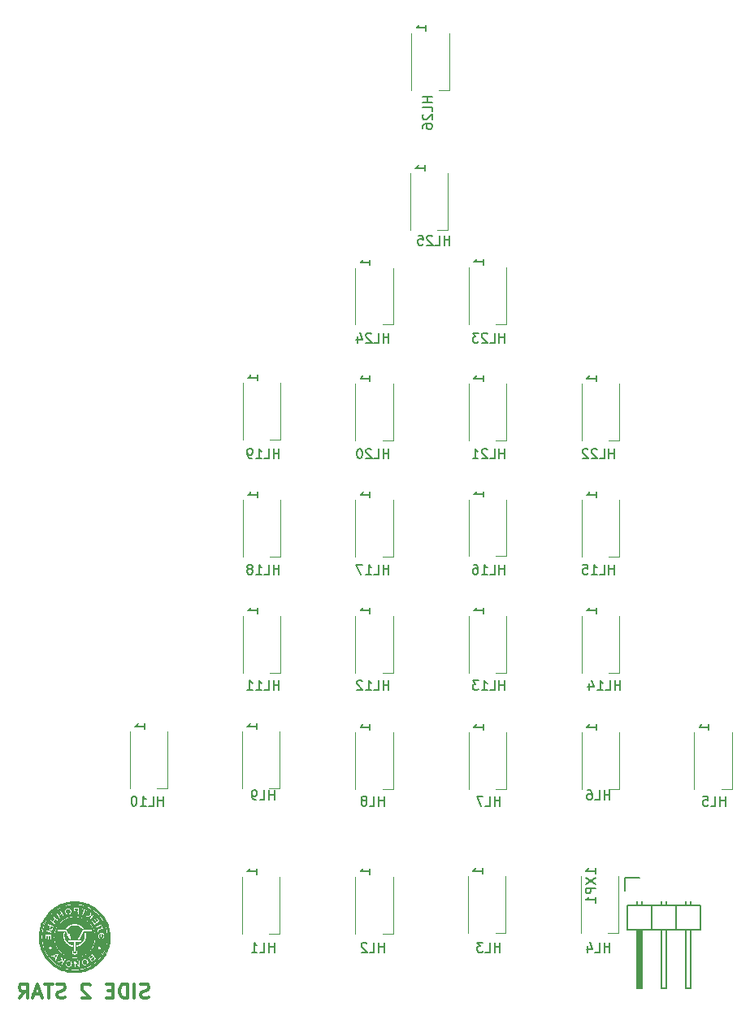
<source format=gbr>
G04 #@! TF.GenerationSoftware,KiCad,Pcbnew,(5.0.0)*
G04 #@! TF.CreationDate,2018-10-18T15:05:02+03:00*
G04 #@! TF.ProjectId,side2star,7369646532737461722E6B696361645F,rev?*
G04 #@! TF.SameCoordinates,Original*
G04 #@! TF.FileFunction,Legend,Bot*
G04 #@! TF.FilePolarity,Positive*
%FSLAX46Y46*%
G04 Gerber Fmt 4.6, Leading zero omitted, Abs format (unit mm)*
G04 Created by KiCad (PCBNEW (5.0.0)) date 10/18/18 15:05:02*
%MOMM*%
%LPD*%
G01*
G04 APERTURE LIST*
%ADD10C,0.300000*%
%ADD11C,0.120000*%
%ADD12C,0.150000*%
%ADD13C,0.010000*%
G04 APERTURE END LIST*
D10*
X110636000Y-132814142D02*
X110421714Y-132885571D01*
X110064571Y-132885571D01*
X109921714Y-132814142D01*
X109850285Y-132742714D01*
X109778857Y-132599857D01*
X109778857Y-132457000D01*
X109850285Y-132314142D01*
X109921714Y-132242714D01*
X110064571Y-132171285D01*
X110350285Y-132099857D01*
X110493142Y-132028428D01*
X110564571Y-131957000D01*
X110636000Y-131814142D01*
X110636000Y-131671285D01*
X110564571Y-131528428D01*
X110493142Y-131457000D01*
X110350285Y-131385571D01*
X109993142Y-131385571D01*
X109778857Y-131457000D01*
X109136000Y-132885571D02*
X109136000Y-131385571D01*
X108421714Y-132885571D02*
X108421714Y-131385571D01*
X108064571Y-131385571D01*
X107850285Y-131457000D01*
X107707428Y-131599857D01*
X107636000Y-131742714D01*
X107564571Y-132028428D01*
X107564571Y-132242714D01*
X107636000Y-132528428D01*
X107707428Y-132671285D01*
X107850285Y-132814142D01*
X108064571Y-132885571D01*
X108421714Y-132885571D01*
X106921714Y-132099857D02*
X106421714Y-132099857D01*
X106207428Y-132885571D02*
X106921714Y-132885571D01*
X106921714Y-131385571D01*
X106207428Y-131385571D01*
X104493142Y-131528428D02*
X104421714Y-131457000D01*
X104278857Y-131385571D01*
X103921714Y-131385571D01*
X103778857Y-131457000D01*
X103707428Y-131528428D01*
X103636000Y-131671285D01*
X103636000Y-131814142D01*
X103707428Y-132028428D01*
X104564571Y-132885571D01*
X103636000Y-132885571D01*
X101921714Y-132814142D02*
X101707428Y-132885571D01*
X101350285Y-132885571D01*
X101207428Y-132814142D01*
X101136000Y-132742714D01*
X101064571Y-132599857D01*
X101064571Y-132457000D01*
X101136000Y-132314142D01*
X101207428Y-132242714D01*
X101350285Y-132171285D01*
X101636000Y-132099857D01*
X101778857Y-132028428D01*
X101850285Y-131957000D01*
X101921714Y-131814142D01*
X101921714Y-131671285D01*
X101850285Y-131528428D01*
X101778857Y-131457000D01*
X101636000Y-131385571D01*
X101278857Y-131385571D01*
X101064571Y-131457000D01*
X100636000Y-131385571D02*
X99778857Y-131385571D01*
X100207428Y-132885571D02*
X100207428Y-131385571D01*
X99350285Y-132457000D02*
X98636000Y-132457000D01*
X99493142Y-132885571D02*
X98993142Y-131385571D01*
X98493142Y-132885571D01*
X97136000Y-132885571D02*
X97636000Y-132171285D01*
X97993142Y-132885571D02*
X97993142Y-131385571D01*
X97421714Y-131385571D01*
X97278857Y-131457000D01*
X97207428Y-131528428D01*
X97136000Y-131671285D01*
X97136000Y-131885571D01*
X97207428Y-132028428D01*
X97278857Y-132099857D01*
X97421714Y-132171285D01*
X97993142Y-132171285D01*
D11*
G04 #@! TO.C,HL5*
X171368000Y-111090500D02*
X170293000Y-111090500D01*
X171368000Y-105190500D02*
X171368000Y-111090500D01*
X167468000Y-105190500D02*
X167468000Y-111090500D01*
G04 #@! TO.C,HL6*
X155720500Y-105190500D02*
X155720500Y-111090500D01*
X159620500Y-105190500D02*
X159620500Y-111090500D01*
X159620500Y-111090500D02*
X158545500Y-111090500D01*
G04 #@! TO.C,HL7*
X147873000Y-111090500D02*
X146798000Y-111090500D01*
X147873000Y-105190500D02*
X147873000Y-111090500D01*
X143973000Y-105190500D02*
X143973000Y-111090500D01*
G04 #@! TO.C,HL8*
X132162000Y-105190500D02*
X132162000Y-111090500D01*
X136062000Y-105190500D02*
X136062000Y-111090500D01*
X136062000Y-111090500D02*
X134987000Y-111090500D01*
G04 #@! TO.C,HL10*
X108667000Y-105127000D02*
X108667000Y-111027000D01*
X112567000Y-105127000D02*
X112567000Y-111027000D01*
X112567000Y-111027000D02*
X111492000Y-111027000D01*
G04 #@! TO.C,HL11*
X124314500Y-98962000D02*
X123239500Y-98962000D01*
X124314500Y-93062000D02*
X124314500Y-98962000D01*
X120414500Y-93062000D02*
X120414500Y-98962000D01*
G04 #@! TO.C,HL12*
X132162000Y-93062000D02*
X132162000Y-98962000D01*
X136062000Y-93062000D02*
X136062000Y-98962000D01*
X136062000Y-98962000D02*
X134987000Y-98962000D01*
G04 #@! TO.C,HL13*
X147873000Y-98962000D02*
X146798000Y-98962000D01*
X147873000Y-93062000D02*
X147873000Y-98962000D01*
X143973000Y-93062000D02*
X143973000Y-98962000D01*
G04 #@! TO.C,HL14*
X155720500Y-93062000D02*
X155720500Y-98962000D01*
X159620500Y-93062000D02*
X159620500Y-98962000D01*
X159620500Y-98962000D02*
X158545500Y-98962000D01*
G04 #@! TO.C,HL15*
X159620500Y-86897000D02*
X158545500Y-86897000D01*
X159620500Y-80997000D02*
X159620500Y-86897000D01*
X155720500Y-80997000D02*
X155720500Y-86897000D01*
G04 #@! TO.C,HL16*
X143973000Y-80933500D02*
X143973000Y-86833500D01*
X147873000Y-80933500D02*
X147873000Y-86833500D01*
X147873000Y-86833500D02*
X146798000Y-86833500D01*
G04 #@! TO.C,HL17*
X136062000Y-86897000D02*
X134987000Y-86897000D01*
X136062000Y-80997000D02*
X136062000Y-86897000D01*
X132162000Y-80997000D02*
X132162000Y-86897000D01*
G04 #@! TO.C,HL18*
X120414500Y-80997000D02*
X120414500Y-86897000D01*
X124314500Y-80997000D02*
X124314500Y-86897000D01*
X124314500Y-86897000D02*
X123239500Y-86897000D01*
G04 #@! TO.C,HL19*
X120414500Y-68805000D02*
X120414500Y-74705000D01*
X124314500Y-68805000D02*
X124314500Y-74705000D01*
X124314500Y-74705000D02*
X123239500Y-74705000D01*
D12*
G04 #@! TO.C,XP1*
X160248000Y-120366000D02*
X161798000Y-120366000D01*
X160248000Y-121666000D02*
X160248000Y-120366000D01*
X161671000Y-125857000D02*
X161671000Y-131699000D01*
X161671000Y-131699000D02*
X161925000Y-131699000D01*
X161925000Y-131699000D02*
X161925000Y-125857000D01*
X161925000Y-125857000D02*
X161798000Y-125857000D01*
X161798000Y-125857000D02*
X161798000Y-131699000D01*
X161544000Y-123190000D02*
X161544000Y-122809000D01*
X162052000Y-123190000D02*
X162052000Y-122809000D01*
X164084000Y-123190000D02*
X164084000Y-122809000D01*
X164592000Y-123190000D02*
X164592000Y-122809000D01*
X166624000Y-123190000D02*
X166624000Y-122809000D01*
X167132000Y-123190000D02*
X167132000Y-122809000D01*
X163068000Y-125730000D02*
X160528000Y-125730000D01*
X162052000Y-131826000D02*
X162052000Y-125730000D01*
X161544000Y-131826000D02*
X162052000Y-131826000D01*
X161544000Y-125730000D02*
X161544000Y-131826000D01*
X163068000Y-123190000D02*
X163068000Y-125730000D01*
X160528000Y-123190000D02*
X163068000Y-123190000D01*
X160528000Y-123190000D02*
X160528000Y-125730000D01*
X165608000Y-123190000D02*
X165608000Y-125730000D01*
X165608000Y-123190000D02*
X168148000Y-123190000D01*
X166624000Y-125730000D02*
X166624000Y-131826000D01*
X166624000Y-131826000D02*
X167132000Y-131826000D01*
X167132000Y-131826000D02*
X167132000Y-125730000D01*
X168148000Y-125730000D02*
X165608000Y-125730000D01*
X165608000Y-125730000D02*
X163068000Y-125730000D01*
X164592000Y-131826000D02*
X164592000Y-125730000D01*
X164084000Y-131826000D02*
X164592000Y-131826000D01*
X164084000Y-125730000D02*
X164084000Y-131826000D01*
X165608000Y-123190000D02*
X165608000Y-125730000D01*
X163068000Y-123190000D02*
X165608000Y-123190000D01*
X163068000Y-123190000D02*
X163068000Y-125730000D01*
X168148000Y-123190000D02*
X168148000Y-125730000D01*
D11*
G04 #@! TO.C,HL20*
X132162000Y-68868500D02*
X132162000Y-74768500D01*
X136062000Y-68868500D02*
X136062000Y-74768500D01*
X136062000Y-74768500D02*
X134987000Y-74768500D01*
G04 #@! TO.C,HL21*
X147873000Y-74768500D02*
X146798000Y-74768500D01*
X147873000Y-68868500D02*
X147873000Y-74768500D01*
X143973000Y-68868500D02*
X143973000Y-74768500D01*
G04 #@! TO.C,HL22*
X155720500Y-68868500D02*
X155720500Y-74768500D01*
X159620500Y-68868500D02*
X159620500Y-74768500D01*
X159620500Y-74768500D02*
X158545500Y-74768500D01*
G04 #@! TO.C,HL23*
X147873000Y-62640000D02*
X146798000Y-62640000D01*
X147873000Y-56740000D02*
X147873000Y-62640000D01*
X143973000Y-56740000D02*
X143973000Y-62640000D01*
G04 #@! TO.C,HL24*
X132162000Y-56803500D02*
X132162000Y-62703500D01*
X136062000Y-56803500D02*
X136062000Y-62703500D01*
X136062000Y-62703500D02*
X134987000Y-62703500D01*
G04 #@! TO.C,HL1*
X124251000Y-126140000D02*
X123176000Y-126140000D01*
X124251000Y-120240000D02*
X124251000Y-126140000D01*
X120351000Y-120240000D02*
X120351000Y-126140000D01*
G04 #@! TO.C,HL2*
X132162000Y-120240000D02*
X132162000Y-126140000D01*
X136062000Y-120240000D02*
X136062000Y-126140000D01*
X136062000Y-126140000D02*
X134987000Y-126140000D01*
G04 #@! TO.C,HL3*
X147809500Y-126076500D02*
X146734500Y-126076500D01*
X147809500Y-120176500D02*
X147809500Y-126076500D01*
X143909500Y-120176500D02*
X143909500Y-126076500D01*
G04 #@! TO.C,HL4*
X155657000Y-120176500D02*
X155657000Y-126076500D01*
X159557000Y-120176500D02*
X159557000Y-126076500D01*
X159557000Y-126076500D02*
X158482000Y-126076500D01*
G04 #@! TO.C,HL25*
X137877000Y-46961000D02*
X137877000Y-52861000D01*
X141777000Y-46961000D02*
X141777000Y-52861000D01*
X141777000Y-52861000D02*
X140702000Y-52861000D01*
G04 #@! TO.C,HL26*
X138004000Y-32356000D02*
X138004000Y-38256000D01*
X141904000Y-32356000D02*
X141904000Y-38256000D01*
X141904000Y-38256000D02*
X140829000Y-38256000D01*
G04 #@! TO.C,HL9*
X120351000Y-105127000D02*
X120351000Y-111027000D01*
X124251000Y-105127000D02*
X124251000Y-111027000D01*
X124251000Y-111027000D02*
X123176000Y-111027000D01*
D13*
G04 #@! TO.C,G\002A\002A\002A*
G36*
X102974656Y-123546834D02*
X102960377Y-123549116D01*
X102948899Y-123552877D01*
X102944707Y-123554752D01*
X102923441Y-123570829D01*
X102911453Y-123592452D01*
X102908591Y-123616664D01*
X102914700Y-123640507D01*
X102929627Y-123661024D01*
X102950917Y-123674380D01*
X102967688Y-123678916D01*
X102993085Y-123683230D01*
X103023040Y-123686704D01*
X103041648Y-123688138D01*
X103071724Y-123690147D01*
X103099075Y-123692286D01*
X103119923Y-123694244D01*
X103128059Y-123695251D01*
X103147992Y-123698311D01*
X103152588Y-123627963D01*
X103154140Y-123599386D01*
X103154832Y-123575733D01*
X103154624Y-123559719D01*
X103153705Y-123554137D01*
X103146442Y-123552672D01*
X103128841Y-123551007D01*
X103103258Y-123549315D01*
X103072051Y-123547766D01*
X103058978Y-123547243D01*
X103021488Y-123546060D01*
X102994203Y-123545870D01*
X102974656Y-123546834D01*
X102974656Y-123546834D01*
G37*
X102974656Y-123546834D02*
X102960377Y-123549116D01*
X102948899Y-123552877D01*
X102944707Y-123554752D01*
X102923441Y-123570829D01*
X102911453Y-123592452D01*
X102908591Y-123616664D01*
X102914700Y-123640507D01*
X102929627Y-123661024D01*
X102950917Y-123674380D01*
X102967688Y-123678916D01*
X102993085Y-123683230D01*
X103023040Y-123686704D01*
X103041648Y-123688138D01*
X103071724Y-123690147D01*
X103099075Y-123692286D01*
X103119923Y-123694244D01*
X103128059Y-123695251D01*
X103147992Y-123698311D01*
X103152588Y-123627963D01*
X103154140Y-123599386D01*
X103154832Y-123575733D01*
X103154624Y-123559719D01*
X103153705Y-123554137D01*
X103146442Y-123552672D01*
X103128841Y-123551007D01*
X103103258Y-123549315D01*
X103072051Y-123547766D01*
X103058978Y-123547243D01*
X103021488Y-123546060D01*
X102994203Y-123545870D01*
X102974656Y-123546834D01*
G36*
X102128573Y-123621691D02*
X102097446Y-123634533D01*
X102060438Y-123657480D01*
X102033782Y-123685503D01*
X102016607Y-123720103D01*
X102008042Y-123762784D01*
X102006679Y-123790993D01*
X102011089Y-123845090D01*
X102024376Y-123894929D01*
X102045595Y-123938939D01*
X102073805Y-123975550D01*
X102108064Y-124003192D01*
X102143648Y-124019210D01*
X102171464Y-124025885D01*
X102196481Y-124027218D01*
X102223386Y-124022956D01*
X102255927Y-124013167D01*
X102299495Y-123992659D01*
X102333515Y-123963917D01*
X102358435Y-123926539D01*
X102362399Y-123917917D01*
X102369236Y-123899957D01*
X102373042Y-123882885D01*
X102374325Y-123862478D01*
X102373591Y-123834511D01*
X102373250Y-123827693D01*
X102365544Y-123771073D01*
X102349361Y-123721914D01*
X102325671Y-123680896D01*
X102295445Y-123648698D01*
X102259652Y-123625999D01*
X102219263Y-123613479D01*
X102175246Y-123611817D01*
X102128573Y-123621691D01*
X102128573Y-123621691D01*
G37*
X102128573Y-123621691D02*
X102097446Y-123634533D01*
X102060438Y-123657480D01*
X102033782Y-123685503D01*
X102016607Y-123720103D01*
X102008042Y-123762784D01*
X102006679Y-123790993D01*
X102011089Y-123845090D01*
X102024376Y-123894929D01*
X102045595Y-123938939D01*
X102073805Y-123975550D01*
X102108064Y-124003192D01*
X102143648Y-124019210D01*
X102171464Y-124025885D01*
X102196481Y-124027218D01*
X102223386Y-124022956D01*
X102255927Y-124013167D01*
X102299495Y-123992659D01*
X102333515Y-123963917D01*
X102358435Y-123926539D01*
X102362399Y-123917917D01*
X102369236Y-123899957D01*
X102373042Y-123882885D01*
X102374325Y-123862478D01*
X102373591Y-123834511D01*
X102373250Y-123827693D01*
X102365544Y-123771073D01*
X102349361Y-123721914D01*
X102325671Y-123680896D01*
X102295445Y-123648698D01*
X102259652Y-123625999D01*
X102219263Y-123613479D01*
X102175246Y-123611817D01*
X102128573Y-123621691D01*
G36*
X100349667Y-125474116D02*
X100335238Y-125517852D01*
X100326949Y-125552071D01*
X100324930Y-125578443D01*
X100329310Y-125598637D01*
X100340218Y-125614325D01*
X100357783Y-125627175D01*
X100361651Y-125629310D01*
X100389104Y-125639783D01*
X100412581Y-125638897D01*
X100434248Y-125626409D01*
X100440621Y-125620462D01*
X100452293Y-125605705D01*
X100463772Y-125584441D01*
X100476114Y-125554489D01*
X100485964Y-125526800D01*
X100495355Y-125498440D01*
X100502703Y-125474676D01*
X100507294Y-125457937D01*
X100508412Y-125450656D01*
X100508377Y-125450600D01*
X100501735Y-125447302D01*
X100485662Y-125440825D01*
X100462719Y-125432167D01*
X100440791Y-125424219D01*
X100375684Y-125401014D01*
X100349667Y-125474116D01*
X100349667Y-125474116D01*
G37*
X100349667Y-125474116D02*
X100335238Y-125517852D01*
X100326949Y-125552071D01*
X100324930Y-125578443D01*
X100329310Y-125598637D01*
X100340218Y-125614325D01*
X100357783Y-125627175D01*
X100361651Y-125629310D01*
X100389104Y-125639783D01*
X100412581Y-125638897D01*
X100434248Y-125626409D01*
X100440621Y-125620462D01*
X100452293Y-125605705D01*
X100463772Y-125584441D01*
X100476114Y-125554489D01*
X100485964Y-125526800D01*
X100495355Y-125498440D01*
X100502703Y-125474676D01*
X100507294Y-125457937D01*
X100508412Y-125450656D01*
X100508377Y-125450600D01*
X100501735Y-125447302D01*
X100485662Y-125440825D01*
X100462719Y-125432167D01*
X100440791Y-125424219D01*
X100375684Y-125401014D01*
X100349667Y-125474116D01*
G36*
X102795203Y-124432508D02*
X102733196Y-124434086D01*
X102677749Y-124437093D01*
X102625804Y-124441825D01*
X102574307Y-124448579D01*
X102520200Y-124457650D01*
X102460426Y-124469334D01*
X102441918Y-124473185D01*
X102286706Y-124512206D01*
X102136163Y-124562763D01*
X101990820Y-124624387D01*
X101851211Y-124696604D01*
X101717866Y-124778946D01*
X101591319Y-124870939D01*
X101472103Y-124972114D01*
X101360750Y-125081999D01*
X101257792Y-125200123D01*
X101163761Y-125326015D01*
X101079191Y-125459204D01*
X101004614Y-125599219D01*
X100940562Y-125745588D01*
X100910083Y-125828425D01*
X100864401Y-125980631D01*
X100830753Y-126136043D01*
X100809167Y-126293720D01*
X100799673Y-126452724D01*
X100802300Y-126612113D01*
X100817077Y-126770948D01*
X100844033Y-126928290D01*
X100872389Y-127045218D01*
X100919701Y-127194411D01*
X100978796Y-127340584D01*
X101048934Y-127482350D01*
X101129380Y-127618322D01*
X101219395Y-127747112D01*
X101295504Y-127841375D01*
X101323970Y-127873138D01*
X101358953Y-127910096D01*
X101398125Y-127949966D01*
X101439157Y-127990462D01*
X101479719Y-128029301D01*
X101517484Y-128064199D01*
X101550121Y-128092872D01*
X101561900Y-128102639D01*
X101693205Y-128200874D01*
X101830304Y-128287834D01*
X101972951Y-128363413D01*
X102120897Y-128427503D01*
X102273893Y-128480000D01*
X102431690Y-128520797D01*
X102594040Y-128549788D01*
X102616455Y-128552812D01*
X102653427Y-128556600D01*
X102699887Y-128559807D01*
X102752901Y-128562369D01*
X102809534Y-128564222D01*
X102866852Y-128565302D01*
X102921920Y-128565544D01*
X102971806Y-128564883D01*
X103013575Y-128563256D01*
X103031925Y-128561935D01*
X103195347Y-128541149D01*
X103354813Y-128508527D01*
X103509835Y-128464335D01*
X103659927Y-128408839D01*
X103804602Y-128342306D01*
X103943374Y-128265003D01*
X103988506Y-128235067D01*
X103231950Y-128235067D01*
X103226086Y-128236108D01*
X103210404Y-128237508D01*
X103187775Y-128239029D01*
X103176388Y-128239674D01*
X103126609Y-128245458D01*
X103080055Y-128257905D01*
X103034565Y-128278040D01*
X102987978Y-128306884D01*
X102938133Y-128345462D01*
X102919942Y-128361080D01*
X102866825Y-128407676D01*
X102825550Y-128369848D01*
X102800674Y-128348179D01*
X102773287Y-128326063D01*
X102748849Y-128307887D01*
X102746296Y-128306126D01*
X102693926Y-128274689D01*
X102643511Y-128253784D01*
X102591948Y-128242294D01*
X102561204Y-128239546D01*
X102503233Y-128236802D01*
X102530667Y-128185138D01*
X102551402Y-128142948D01*
X102566618Y-128103585D01*
X102577052Y-128063738D01*
X102583443Y-128020095D01*
X102586529Y-127969343D01*
X102587110Y-127931887D01*
X102587425Y-127831899D01*
X102649338Y-127831874D01*
X102711250Y-127831850D01*
X102711250Y-127916776D01*
X102712052Y-127963089D01*
X102714514Y-127997844D01*
X102718725Y-128022085D01*
X102720530Y-128028002D01*
X102739801Y-128065699D01*
X102766892Y-128095251D01*
X102799763Y-128116184D01*
X102836374Y-128128023D01*
X102874685Y-128130296D01*
X102912656Y-128122527D01*
X102948247Y-128104244D01*
X102969719Y-128085904D01*
X102985213Y-128068688D01*
X102996566Y-128051982D01*
X103004478Y-128033305D01*
X103009647Y-128010175D01*
X103012775Y-127980113D01*
X103014560Y-127940638D01*
X103014965Y-127925512D01*
X103017215Y-127831850D01*
X103146674Y-127831850D01*
X103144151Y-127894685D01*
X103145322Y-127969404D01*
X103154516Y-128041676D01*
X103171196Y-128109034D01*
X103194828Y-128169012D01*
X103209500Y-128196156D01*
X103220707Y-128214985D01*
X103228753Y-128228923D01*
X103231947Y-128235035D01*
X103231950Y-128235067D01*
X103988506Y-128235067D01*
X104075756Y-128177196D01*
X104201260Y-128079153D01*
X104319402Y-127971139D01*
X104429692Y-127853421D01*
X104513687Y-127750159D01*
X104605602Y-127619237D01*
X104687046Y-127481519D01*
X104757681Y-127337873D01*
X104817163Y-127189164D01*
X104865153Y-127036259D01*
X104901309Y-126880026D01*
X104925290Y-126721329D01*
X104927715Y-126698375D01*
X104931010Y-126654806D01*
X104933302Y-126602253D01*
X104934592Y-126544020D01*
X104934879Y-126483409D01*
X104934161Y-126423724D01*
X104932440Y-126368269D01*
X104929713Y-126320347D01*
X104927778Y-126298325D01*
X104924631Y-126276100D01*
X104093570Y-126276100D01*
X104093142Y-126390384D01*
X104083426Y-126498401D01*
X104064041Y-126602936D01*
X104034605Y-126706775D01*
X104034534Y-126706989D01*
X103989872Y-126821969D01*
X103934448Y-126930860D01*
X103868956Y-127033058D01*
X103794090Y-127127960D01*
X103710542Y-127214960D01*
X103619005Y-127293455D01*
X103520174Y-127362840D01*
X103414740Y-127422513D01*
X103303398Y-127471868D01*
X103186840Y-127510301D01*
X103085900Y-127533611D01*
X103059487Y-127538524D01*
X103037850Y-127542490D01*
X103023976Y-127544964D01*
X103020663Y-127545501D01*
X103019154Y-127539698D01*
X103018035Y-127523236D01*
X103017364Y-127498153D01*
X103017202Y-127466485D01*
X103017488Y-127437232D01*
X103019225Y-127328364D01*
X103073200Y-127317389D01*
X103176313Y-127290055D01*
X103276369Y-127251035D01*
X103372271Y-127201191D01*
X103462921Y-127141384D01*
X103547220Y-127072476D01*
X103624071Y-126995329D01*
X103692376Y-126910805D01*
X103705167Y-126890953D01*
X103594008Y-126890953D01*
X103590911Y-126922812D01*
X103577765Y-126952792D01*
X103561166Y-126972403D01*
X103553396Y-126978818D01*
X103544511Y-126984157D01*
X103533337Y-126988520D01*
X103518702Y-126992002D01*
X103499433Y-126994703D01*
X103474357Y-126996720D01*
X103442301Y-126998151D01*
X103402092Y-126999093D01*
X103352557Y-126999644D01*
X103292523Y-126999902D01*
X103230363Y-126999964D01*
X102965250Y-127000000D01*
X102965250Y-127493754D01*
X102965169Y-127587411D01*
X102964931Y-127673279D01*
X102964543Y-127750771D01*
X102964011Y-127819300D01*
X102963343Y-127878276D01*
X102962547Y-127927113D01*
X102961628Y-127965221D01*
X102960595Y-127992015D01*
X102959454Y-128006904D01*
X102959026Y-128009213D01*
X102948544Y-128031319D01*
X102931708Y-128052968D01*
X102912609Y-128069307D01*
X102904925Y-128073407D01*
X102881290Y-128078497D01*
X102852671Y-128078173D01*
X102825379Y-128072825D01*
X102812910Y-128067718D01*
X102793931Y-128052551D01*
X102777716Y-128030848D01*
X102776496Y-128028619D01*
X102762050Y-128001302D01*
X102762050Y-127545842D01*
X102711549Y-127545842D01*
X102690762Y-127542138D01*
X102675462Y-127539298D01*
X102651672Y-127534753D01*
X102623361Y-127529266D01*
X102608055Y-127526270D01*
X102517733Y-127503909D01*
X102424588Y-127472140D01*
X102332553Y-127432305D01*
X102331603Y-127431847D01*
X102220664Y-127371463D01*
X102117885Y-127301530D01*
X102023649Y-127222542D01*
X101938339Y-127134992D01*
X101862336Y-127039370D01*
X101796024Y-126936170D01*
X101739786Y-126825884D01*
X101694003Y-126709005D01*
X101659059Y-126586023D01*
X101652965Y-126558675D01*
X101647349Y-126531417D01*
X101643074Y-126507849D01*
X101639957Y-126485528D01*
X101637815Y-126462012D01*
X101636464Y-126434857D01*
X101635721Y-126401622D01*
X101635403Y-126359863D01*
X101635335Y-126323725D01*
X101635575Y-126266287D01*
X101636590Y-126218758D01*
X101638680Y-126178357D01*
X101642142Y-126142300D01*
X101647277Y-126107805D01*
X101654382Y-126072091D01*
X101663757Y-126032376D01*
X101668766Y-126012575D01*
X101680168Y-125968125D01*
X101765497Y-125966407D01*
X101850825Y-125964690D01*
X101886165Y-126027884D01*
X101873735Y-126077379D01*
X101852893Y-126186150D01*
X101844343Y-126296467D01*
X101847970Y-126407159D01*
X101863660Y-126517058D01*
X101891297Y-126624992D01*
X101930768Y-126729793D01*
X101939558Y-126749175D01*
X101977538Y-126823521D01*
X102019480Y-126890962D01*
X102067924Y-126955149D01*
X102125405Y-127019736D01*
X102133029Y-127027685D01*
X102215029Y-127104030D01*
X102303670Y-127170504D01*
X102397878Y-127226507D01*
X102496577Y-127271439D01*
X102598691Y-127304697D01*
X102649947Y-127316610D01*
X102708075Y-127328348D01*
X102711549Y-127545842D01*
X102762050Y-127545842D01*
X102762050Y-127000000D01*
X102496938Y-126999848D01*
X102439135Y-126999679D01*
X102384484Y-126999260D01*
X102334469Y-126998621D01*
X102290576Y-126997793D01*
X102254290Y-126996805D01*
X102227096Y-126995689D01*
X102210480Y-126994474D01*
X102206963Y-126993930D01*
X102184306Y-126984395D01*
X102162134Y-126968109D01*
X102159653Y-126965715D01*
X102146877Y-126951569D01*
X102139716Y-126938287D01*
X102136164Y-126920854D01*
X102134746Y-126903370D01*
X102134099Y-126879176D01*
X102136480Y-126862521D01*
X102142898Y-126848405D01*
X102147132Y-126841895D01*
X102162864Y-126824341D01*
X102181770Y-126809867D01*
X102184101Y-126808557D01*
X102188101Y-126806663D01*
X102193047Y-126804984D01*
X102199683Y-126803508D01*
X102208755Y-126802220D01*
X102221005Y-126801109D01*
X102237179Y-126800162D01*
X102258019Y-126799366D01*
X102284272Y-126798709D01*
X102316679Y-126798177D01*
X102355987Y-126797757D01*
X102402938Y-126797438D01*
X102458277Y-126797206D01*
X102522748Y-126797048D01*
X102597096Y-126796953D01*
X102682064Y-126796906D01*
X102778396Y-126796895D01*
X102863551Y-126796904D01*
X103520875Y-126797008D01*
X103545614Y-126811191D01*
X103571098Y-126832434D01*
X103587316Y-126859924D01*
X103594008Y-126890953D01*
X103705167Y-126890953D01*
X103751036Y-126819766D01*
X103781673Y-126761280D01*
X103823942Y-126660105D01*
X103854249Y-126557113D01*
X103872925Y-126450828D01*
X103880302Y-126339773D01*
X103880456Y-126320550D01*
X103879256Y-126270408D01*
X103875887Y-126218941D01*
X103870699Y-126168983D01*
X103864038Y-126123367D01*
X103856254Y-126084929D01*
X103848171Y-126057736D01*
X103845175Y-126045455D01*
X103847192Y-126032908D01*
X103855192Y-126015685D01*
X103858959Y-126008850D01*
X103876475Y-125977662D01*
X103963104Y-125977656D01*
X104049732Y-125977650D01*
X104060096Y-126020512D01*
X104073394Y-126081063D01*
X104082900Y-126138540D01*
X104089260Y-126197884D01*
X104093123Y-126264039D01*
X104093570Y-126276100D01*
X104924631Y-126276100D01*
X104904709Y-126135434D01*
X104869800Y-125976822D01*
X104826717Y-125834183D01*
X104727686Y-125834183D01*
X104719334Y-125864649D01*
X104700545Y-125895139D01*
X104674539Y-125916487D01*
X104639902Y-125929653D01*
X104618054Y-125933581D01*
X104603650Y-125934625D01*
X104577869Y-125935614D01*
X104542038Y-125936526D01*
X104497481Y-125937344D01*
X104445521Y-125938047D01*
X104387484Y-125938618D01*
X104324695Y-125939037D01*
X104258476Y-125939284D01*
X104218385Y-125939342D01*
X103861795Y-125939550D01*
X103400225Y-126745890D01*
X103098065Y-126746000D01*
X103100850Y-126741237D01*
X102533399Y-126741237D01*
X102527616Y-126743597D01*
X102512364Y-126745301D01*
X102490869Y-126745997D01*
X102489548Y-126746000D01*
X102445645Y-126746000D01*
X102191506Y-126487978D01*
X102137547Y-126433173D01*
X102091855Y-126386675D01*
X102053774Y-126347755D01*
X102022649Y-126315682D01*
X101997825Y-126289726D01*
X101978646Y-126269157D01*
X101964456Y-126253244D01*
X101954600Y-126241259D01*
X101948423Y-126232470D01*
X101945268Y-126226147D01*
X101944481Y-126221561D01*
X101945406Y-126217980D01*
X101946854Y-126215477D01*
X101955294Y-126205866D01*
X101965837Y-126204292D01*
X101976566Y-126206799D01*
X101994845Y-126210673D01*
X102012875Y-126212416D01*
X102026558Y-126211865D01*
X102031800Y-126208979D01*
X102028736Y-126202726D01*
X102020112Y-126187019D01*
X102006783Y-126163365D01*
X101989603Y-126133270D01*
X101969428Y-126098243D01*
X101950838Y-126066191D01*
X101869875Y-125927025D01*
X101498400Y-125926798D01*
X101420076Y-125926731D01*
X101353426Y-125926612D01*
X101297422Y-125926411D01*
X101251038Y-125926095D01*
X101213249Y-125925635D01*
X101183026Y-125924998D01*
X101159344Y-125924153D01*
X101141176Y-125923070D01*
X101127495Y-125921716D01*
X101117275Y-125920061D01*
X101109489Y-125918073D01*
X101103111Y-125915722D01*
X101100788Y-125914701D01*
X101070972Y-125894970D01*
X101050129Y-125868484D01*
X101038439Y-125837648D01*
X101036083Y-125804871D01*
X101043239Y-125772558D01*
X101060087Y-125743117D01*
X101086209Y-125719348D01*
X101113289Y-125701425D01*
X102015659Y-125701425D01*
X102128700Y-125891925D01*
X102155338Y-125936814D01*
X102180066Y-125978479D01*
X102202100Y-126015599D01*
X102220654Y-126046851D01*
X102234943Y-126070914D01*
X102244184Y-126086466D01*
X102247449Y-126091950D01*
X102253126Y-126094621D01*
X102259331Y-126085198D01*
X102265847Y-126064263D01*
X102272458Y-126032400D01*
X102274929Y-126017680D01*
X102279239Y-125993595D01*
X102283520Y-125979249D01*
X102289085Y-125971751D01*
X102297251Y-125968209D01*
X102297452Y-125968158D01*
X102310136Y-125966278D01*
X102315625Y-125967257D01*
X102317749Y-125973644D01*
X102322924Y-125991001D01*
X102330794Y-126018066D01*
X102341005Y-126053574D01*
X102353200Y-126096264D01*
X102367025Y-126144870D01*
X102382123Y-126198130D01*
X102398139Y-126254780D01*
X102414718Y-126313557D01*
X102431504Y-126373196D01*
X102448142Y-126432435D01*
X102464276Y-126490010D01*
X102479550Y-126544658D01*
X102493610Y-126595114D01*
X102506099Y-126640116D01*
X102516662Y-126678400D01*
X102524943Y-126708703D01*
X102530588Y-126729760D01*
X102533240Y-126740309D01*
X102533399Y-126741237D01*
X103100850Y-126741237D01*
X103115703Y-126715837D01*
X103121505Y-126705960D01*
X103133265Y-126685979D01*
X103150491Y-126656732D01*
X103172688Y-126619054D01*
X103199365Y-126573783D01*
X103230029Y-126521753D01*
X103264186Y-126463803D01*
X103301344Y-126400767D01*
X103341009Y-126333483D01*
X103382689Y-126262787D01*
X103423512Y-126193550D01*
X103713683Y-125701425D01*
X104176079Y-125701425D01*
X104263776Y-125701431D01*
X104339679Y-125701467D01*
X104404696Y-125701557D01*
X104459736Y-125701725D01*
X104505704Y-125701997D01*
X104543508Y-125702397D01*
X104574055Y-125702949D01*
X104598252Y-125703679D01*
X104617007Y-125704611D01*
X104631227Y-125705770D01*
X104641818Y-125707180D01*
X104649689Y-125708866D01*
X104655746Y-125710852D01*
X104660897Y-125713164D01*
X104663875Y-125714690D01*
X104693513Y-125736624D01*
X104714681Y-125765618D01*
X104726399Y-125799022D01*
X104727686Y-125834183D01*
X104826717Y-125834183D01*
X104823314Y-125822919D01*
X104765515Y-125674155D01*
X104760140Y-125662976D01*
X103905050Y-125662976D01*
X103899046Y-125664136D01*
X103882410Y-125665136D01*
X103857214Y-125665906D01*
X103825525Y-125666380D01*
X103797875Y-125666500D01*
X103758622Y-125666568D01*
X103730123Y-125666929D01*
X103710432Y-125667821D01*
X103697601Y-125669477D01*
X103689685Y-125672134D01*
X103684738Y-125676028D01*
X103681324Y-125680619D01*
X103677504Y-125685640D01*
X103673277Y-125687630D01*
X103667188Y-125685519D01*
X103657785Y-125678231D01*
X103643612Y-125664695D01*
X103623216Y-125643837D01*
X103603113Y-125622903D01*
X103525776Y-125548838D01*
X103446175Y-125486066D01*
X103362434Y-125433185D01*
X103317675Y-125409646D01*
X103212139Y-125363789D01*
X103106524Y-125330486D01*
X103000019Y-125309610D01*
X102891812Y-125301036D01*
X102781091Y-125304639D01*
X102701725Y-125314328D01*
X102591893Y-125337924D01*
X102486348Y-125373362D01*
X102385605Y-125420356D01*
X102290180Y-125478619D01*
X102200588Y-125547868D01*
X102117343Y-125627815D01*
X102098063Y-125648903D01*
X102054312Y-125697982D01*
X102044760Y-125682241D01*
X102035209Y-125666500D01*
X101928201Y-125666500D01*
X101886750Y-125666145D01*
X101854940Y-125665115D01*
X101833673Y-125663465D01*
X101823855Y-125661248D01*
X101823309Y-125660280D01*
X101830313Y-125646966D01*
X101844193Y-125626217D01*
X101863359Y-125600064D01*
X101886220Y-125570535D01*
X101911185Y-125539662D01*
X101936663Y-125509475D01*
X101961063Y-125482004D01*
X101972920Y-125469339D01*
X102064928Y-125382121D01*
X102163330Y-125305795D01*
X102267874Y-125240511D01*
X102378304Y-125186417D01*
X102494367Y-125143661D01*
X102564295Y-125124084D01*
X102607284Y-125113747D01*
X102644510Y-125105848D01*
X102678914Y-125100071D01*
X102713436Y-125096099D01*
X102751015Y-125093615D01*
X102794590Y-125092302D01*
X102847103Y-125091843D01*
X102863650Y-125091825D01*
X102924321Y-125092326D01*
X102976150Y-125093795D01*
X103017956Y-125096178D01*
X103048555Y-125099423D01*
X103054150Y-125100333D01*
X103181408Y-125129081D01*
X103302400Y-125168653D01*
X103416824Y-125218879D01*
X103524379Y-125279585D01*
X103624761Y-125350602D01*
X103717668Y-125431756D01*
X103802797Y-125522876D01*
X103807230Y-125528152D01*
X103828154Y-125553875D01*
X103849198Y-125580918D01*
X103868855Y-125607207D01*
X103885620Y-125630667D01*
X103897989Y-125649222D01*
X103904454Y-125660798D01*
X103905050Y-125662976D01*
X104760140Y-125662976D01*
X104696665Y-125530961D01*
X104617028Y-125393768D01*
X104526867Y-125263007D01*
X104426446Y-125139108D01*
X104316027Y-125022502D01*
X104195874Y-124913620D01*
X104066250Y-124812892D01*
X103986565Y-124758202D01*
X103899994Y-124705536D01*
X103804198Y-124654453D01*
X103702655Y-124606531D01*
X103598840Y-124563352D01*
X103496229Y-124526493D01*
X103435150Y-124507626D01*
X103342334Y-124482912D01*
X103253288Y-124463610D01*
X103164829Y-124449298D01*
X103073775Y-124439553D01*
X102976941Y-124433951D01*
X102871145Y-124432069D01*
X102866825Y-124432065D01*
X102795203Y-124432508D01*
X102795203Y-124432508D01*
G37*
X102795203Y-124432508D02*
X102733196Y-124434086D01*
X102677749Y-124437093D01*
X102625804Y-124441825D01*
X102574307Y-124448579D01*
X102520200Y-124457650D01*
X102460426Y-124469334D01*
X102441918Y-124473185D01*
X102286706Y-124512206D01*
X102136163Y-124562763D01*
X101990820Y-124624387D01*
X101851211Y-124696604D01*
X101717866Y-124778946D01*
X101591319Y-124870939D01*
X101472103Y-124972114D01*
X101360750Y-125081999D01*
X101257792Y-125200123D01*
X101163761Y-125326015D01*
X101079191Y-125459204D01*
X101004614Y-125599219D01*
X100940562Y-125745588D01*
X100910083Y-125828425D01*
X100864401Y-125980631D01*
X100830753Y-126136043D01*
X100809167Y-126293720D01*
X100799673Y-126452724D01*
X100802300Y-126612113D01*
X100817077Y-126770948D01*
X100844033Y-126928290D01*
X100872389Y-127045218D01*
X100919701Y-127194411D01*
X100978796Y-127340584D01*
X101048934Y-127482350D01*
X101129380Y-127618322D01*
X101219395Y-127747112D01*
X101295504Y-127841375D01*
X101323970Y-127873138D01*
X101358953Y-127910096D01*
X101398125Y-127949966D01*
X101439157Y-127990462D01*
X101479719Y-128029301D01*
X101517484Y-128064199D01*
X101550121Y-128092872D01*
X101561900Y-128102639D01*
X101693205Y-128200874D01*
X101830304Y-128287834D01*
X101972951Y-128363413D01*
X102120897Y-128427503D01*
X102273893Y-128480000D01*
X102431690Y-128520797D01*
X102594040Y-128549788D01*
X102616455Y-128552812D01*
X102653427Y-128556600D01*
X102699887Y-128559807D01*
X102752901Y-128562369D01*
X102809534Y-128564222D01*
X102866852Y-128565302D01*
X102921920Y-128565544D01*
X102971806Y-128564883D01*
X103013575Y-128563256D01*
X103031925Y-128561935D01*
X103195347Y-128541149D01*
X103354813Y-128508527D01*
X103509835Y-128464335D01*
X103659927Y-128408839D01*
X103804602Y-128342306D01*
X103943374Y-128265003D01*
X103988506Y-128235067D01*
X103231950Y-128235067D01*
X103226086Y-128236108D01*
X103210404Y-128237508D01*
X103187775Y-128239029D01*
X103176388Y-128239674D01*
X103126609Y-128245458D01*
X103080055Y-128257905D01*
X103034565Y-128278040D01*
X102987978Y-128306884D01*
X102938133Y-128345462D01*
X102919942Y-128361080D01*
X102866825Y-128407676D01*
X102825550Y-128369848D01*
X102800674Y-128348179D01*
X102773287Y-128326063D01*
X102748849Y-128307887D01*
X102746296Y-128306126D01*
X102693926Y-128274689D01*
X102643511Y-128253784D01*
X102591948Y-128242294D01*
X102561204Y-128239546D01*
X102503233Y-128236802D01*
X102530667Y-128185138D01*
X102551402Y-128142948D01*
X102566618Y-128103585D01*
X102577052Y-128063738D01*
X102583443Y-128020095D01*
X102586529Y-127969343D01*
X102587110Y-127931887D01*
X102587425Y-127831899D01*
X102649338Y-127831874D01*
X102711250Y-127831850D01*
X102711250Y-127916776D01*
X102712052Y-127963089D01*
X102714514Y-127997844D01*
X102718725Y-128022085D01*
X102720530Y-128028002D01*
X102739801Y-128065699D01*
X102766892Y-128095251D01*
X102799763Y-128116184D01*
X102836374Y-128128023D01*
X102874685Y-128130296D01*
X102912656Y-128122527D01*
X102948247Y-128104244D01*
X102969719Y-128085904D01*
X102985213Y-128068688D01*
X102996566Y-128051982D01*
X103004478Y-128033305D01*
X103009647Y-128010175D01*
X103012775Y-127980113D01*
X103014560Y-127940638D01*
X103014965Y-127925512D01*
X103017215Y-127831850D01*
X103146674Y-127831850D01*
X103144151Y-127894685D01*
X103145322Y-127969404D01*
X103154516Y-128041676D01*
X103171196Y-128109034D01*
X103194828Y-128169012D01*
X103209500Y-128196156D01*
X103220707Y-128214985D01*
X103228753Y-128228923D01*
X103231947Y-128235035D01*
X103231950Y-128235067D01*
X103988506Y-128235067D01*
X104075756Y-128177196D01*
X104201260Y-128079153D01*
X104319402Y-127971139D01*
X104429692Y-127853421D01*
X104513687Y-127750159D01*
X104605602Y-127619237D01*
X104687046Y-127481519D01*
X104757681Y-127337873D01*
X104817163Y-127189164D01*
X104865153Y-127036259D01*
X104901309Y-126880026D01*
X104925290Y-126721329D01*
X104927715Y-126698375D01*
X104931010Y-126654806D01*
X104933302Y-126602253D01*
X104934592Y-126544020D01*
X104934879Y-126483409D01*
X104934161Y-126423724D01*
X104932440Y-126368269D01*
X104929713Y-126320347D01*
X104927778Y-126298325D01*
X104924631Y-126276100D01*
X104093570Y-126276100D01*
X104093142Y-126390384D01*
X104083426Y-126498401D01*
X104064041Y-126602936D01*
X104034605Y-126706775D01*
X104034534Y-126706989D01*
X103989872Y-126821969D01*
X103934448Y-126930860D01*
X103868956Y-127033058D01*
X103794090Y-127127960D01*
X103710542Y-127214960D01*
X103619005Y-127293455D01*
X103520174Y-127362840D01*
X103414740Y-127422513D01*
X103303398Y-127471868D01*
X103186840Y-127510301D01*
X103085900Y-127533611D01*
X103059487Y-127538524D01*
X103037850Y-127542490D01*
X103023976Y-127544964D01*
X103020663Y-127545501D01*
X103019154Y-127539698D01*
X103018035Y-127523236D01*
X103017364Y-127498153D01*
X103017202Y-127466485D01*
X103017488Y-127437232D01*
X103019225Y-127328364D01*
X103073200Y-127317389D01*
X103176313Y-127290055D01*
X103276369Y-127251035D01*
X103372271Y-127201191D01*
X103462921Y-127141384D01*
X103547220Y-127072476D01*
X103624071Y-126995329D01*
X103692376Y-126910805D01*
X103705167Y-126890953D01*
X103594008Y-126890953D01*
X103590911Y-126922812D01*
X103577765Y-126952792D01*
X103561166Y-126972403D01*
X103553396Y-126978818D01*
X103544511Y-126984157D01*
X103533337Y-126988520D01*
X103518702Y-126992002D01*
X103499433Y-126994703D01*
X103474357Y-126996720D01*
X103442301Y-126998151D01*
X103402092Y-126999093D01*
X103352557Y-126999644D01*
X103292523Y-126999902D01*
X103230363Y-126999964D01*
X102965250Y-127000000D01*
X102965250Y-127493754D01*
X102965169Y-127587411D01*
X102964931Y-127673279D01*
X102964543Y-127750771D01*
X102964011Y-127819300D01*
X102963343Y-127878276D01*
X102962547Y-127927113D01*
X102961628Y-127965221D01*
X102960595Y-127992015D01*
X102959454Y-128006904D01*
X102959026Y-128009213D01*
X102948544Y-128031319D01*
X102931708Y-128052968D01*
X102912609Y-128069307D01*
X102904925Y-128073407D01*
X102881290Y-128078497D01*
X102852671Y-128078173D01*
X102825379Y-128072825D01*
X102812910Y-128067718D01*
X102793931Y-128052551D01*
X102777716Y-128030848D01*
X102776496Y-128028619D01*
X102762050Y-128001302D01*
X102762050Y-127545842D01*
X102711549Y-127545842D01*
X102690762Y-127542138D01*
X102675462Y-127539298D01*
X102651672Y-127534753D01*
X102623361Y-127529266D01*
X102608055Y-127526270D01*
X102517733Y-127503909D01*
X102424588Y-127472140D01*
X102332553Y-127432305D01*
X102331603Y-127431847D01*
X102220664Y-127371463D01*
X102117885Y-127301530D01*
X102023649Y-127222542D01*
X101938339Y-127134992D01*
X101862336Y-127039370D01*
X101796024Y-126936170D01*
X101739786Y-126825884D01*
X101694003Y-126709005D01*
X101659059Y-126586023D01*
X101652965Y-126558675D01*
X101647349Y-126531417D01*
X101643074Y-126507849D01*
X101639957Y-126485528D01*
X101637815Y-126462012D01*
X101636464Y-126434857D01*
X101635721Y-126401622D01*
X101635403Y-126359863D01*
X101635335Y-126323725D01*
X101635575Y-126266287D01*
X101636590Y-126218758D01*
X101638680Y-126178357D01*
X101642142Y-126142300D01*
X101647277Y-126107805D01*
X101654382Y-126072091D01*
X101663757Y-126032376D01*
X101668766Y-126012575D01*
X101680168Y-125968125D01*
X101765497Y-125966407D01*
X101850825Y-125964690D01*
X101886165Y-126027884D01*
X101873735Y-126077379D01*
X101852893Y-126186150D01*
X101844343Y-126296467D01*
X101847970Y-126407159D01*
X101863660Y-126517058D01*
X101891297Y-126624992D01*
X101930768Y-126729793D01*
X101939558Y-126749175D01*
X101977538Y-126823521D01*
X102019480Y-126890962D01*
X102067924Y-126955149D01*
X102125405Y-127019736D01*
X102133029Y-127027685D01*
X102215029Y-127104030D01*
X102303670Y-127170504D01*
X102397878Y-127226507D01*
X102496577Y-127271439D01*
X102598691Y-127304697D01*
X102649947Y-127316610D01*
X102708075Y-127328348D01*
X102711549Y-127545842D01*
X102762050Y-127545842D01*
X102762050Y-127000000D01*
X102496938Y-126999848D01*
X102439135Y-126999679D01*
X102384484Y-126999260D01*
X102334469Y-126998621D01*
X102290576Y-126997793D01*
X102254290Y-126996805D01*
X102227096Y-126995689D01*
X102210480Y-126994474D01*
X102206963Y-126993930D01*
X102184306Y-126984395D01*
X102162134Y-126968109D01*
X102159653Y-126965715D01*
X102146877Y-126951569D01*
X102139716Y-126938287D01*
X102136164Y-126920854D01*
X102134746Y-126903370D01*
X102134099Y-126879176D01*
X102136480Y-126862521D01*
X102142898Y-126848405D01*
X102147132Y-126841895D01*
X102162864Y-126824341D01*
X102181770Y-126809867D01*
X102184101Y-126808557D01*
X102188101Y-126806663D01*
X102193047Y-126804984D01*
X102199683Y-126803508D01*
X102208755Y-126802220D01*
X102221005Y-126801109D01*
X102237179Y-126800162D01*
X102258019Y-126799366D01*
X102284272Y-126798709D01*
X102316679Y-126798177D01*
X102355987Y-126797757D01*
X102402938Y-126797438D01*
X102458277Y-126797206D01*
X102522748Y-126797048D01*
X102597096Y-126796953D01*
X102682064Y-126796906D01*
X102778396Y-126796895D01*
X102863551Y-126796904D01*
X103520875Y-126797008D01*
X103545614Y-126811191D01*
X103571098Y-126832434D01*
X103587316Y-126859924D01*
X103594008Y-126890953D01*
X103705167Y-126890953D01*
X103751036Y-126819766D01*
X103781673Y-126761280D01*
X103823942Y-126660105D01*
X103854249Y-126557113D01*
X103872925Y-126450828D01*
X103880302Y-126339773D01*
X103880456Y-126320550D01*
X103879256Y-126270408D01*
X103875887Y-126218941D01*
X103870699Y-126168983D01*
X103864038Y-126123367D01*
X103856254Y-126084929D01*
X103848171Y-126057736D01*
X103845175Y-126045455D01*
X103847192Y-126032908D01*
X103855192Y-126015685D01*
X103858959Y-126008850D01*
X103876475Y-125977662D01*
X103963104Y-125977656D01*
X104049732Y-125977650D01*
X104060096Y-126020512D01*
X104073394Y-126081063D01*
X104082900Y-126138540D01*
X104089260Y-126197884D01*
X104093123Y-126264039D01*
X104093570Y-126276100D01*
X104924631Y-126276100D01*
X104904709Y-126135434D01*
X104869800Y-125976822D01*
X104826717Y-125834183D01*
X104727686Y-125834183D01*
X104719334Y-125864649D01*
X104700545Y-125895139D01*
X104674539Y-125916487D01*
X104639902Y-125929653D01*
X104618054Y-125933581D01*
X104603650Y-125934625D01*
X104577869Y-125935614D01*
X104542038Y-125936526D01*
X104497481Y-125937344D01*
X104445521Y-125938047D01*
X104387484Y-125938618D01*
X104324695Y-125939037D01*
X104258476Y-125939284D01*
X104218385Y-125939342D01*
X103861795Y-125939550D01*
X103400225Y-126745890D01*
X103098065Y-126746000D01*
X103100850Y-126741237D01*
X102533399Y-126741237D01*
X102527616Y-126743597D01*
X102512364Y-126745301D01*
X102490869Y-126745997D01*
X102489548Y-126746000D01*
X102445645Y-126746000D01*
X102191506Y-126487978D01*
X102137547Y-126433173D01*
X102091855Y-126386675D01*
X102053774Y-126347755D01*
X102022649Y-126315682D01*
X101997825Y-126289726D01*
X101978646Y-126269157D01*
X101964456Y-126253244D01*
X101954600Y-126241259D01*
X101948423Y-126232470D01*
X101945268Y-126226147D01*
X101944481Y-126221561D01*
X101945406Y-126217980D01*
X101946854Y-126215477D01*
X101955294Y-126205866D01*
X101965837Y-126204292D01*
X101976566Y-126206799D01*
X101994845Y-126210673D01*
X102012875Y-126212416D01*
X102026558Y-126211865D01*
X102031800Y-126208979D01*
X102028736Y-126202726D01*
X102020112Y-126187019D01*
X102006783Y-126163365D01*
X101989603Y-126133270D01*
X101969428Y-126098243D01*
X101950838Y-126066191D01*
X101869875Y-125927025D01*
X101498400Y-125926798D01*
X101420076Y-125926731D01*
X101353426Y-125926612D01*
X101297422Y-125926411D01*
X101251038Y-125926095D01*
X101213249Y-125925635D01*
X101183026Y-125924998D01*
X101159344Y-125924153D01*
X101141176Y-125923070D01*
X101127495Y-125921716D01*
X101117275Y-125920061D01*
X101109489Y-125918073D01*
X101103111Y-125915722D01*
X101100788Y-125914701D01*
X101070972Y-125894970D01*
X101050129Y-125868484D01*
X101038439Y-125837648D01*
X101036083Y-125804871D01*
X101043239Y-125772558D01*
X101060087Y-125743117D01*
X101086209Y-125719348D01*
X101113289Y-125701425D01*
X102015659Y-125701425D01*
X102128700Y-125891925D01*
X102155338Y-125936814D01*
X102180066Y-125978479D01*
X102202100Y-126015599D01*
X102220654Y-126046851D01*
X102234943Y-126070914D01*
X102244184Y-126086466D01*
X102247449Y-126091950D01*
X102253126Y-126094621D01*
X102259331Y-126085198D01*
X102265847Y-126064263D01*
X102272458Y-126032400D01*
X102274929Y-126017680D01*
X102279239Y-125993595D01*
X102283520Y-125979249D01*
X102289085Y-125971751D01*
X102297251Y-125968209D01*
X102297452Y-125968158D01*
X102310136Y-125966278D01*
X102315625Y-125967257D01*
X102317749Y-125973644D01*
X102322924Y-125991001D01*
X102330794Y-126018066D01*
X102341005Y-126053574D01*
X102353200Y-126096264D01*
X102367025Y-126144870D01*
X102382123Y-126198130D01*
X102398139Y-126254780D01*
X102414718Y-126313557D01*
X102431504Y-126373196D01*
X102448142Y-126432435D01*
X102464276Y-126490010D01*
X102479550Y-126544658D01*
X102493610Y-126595114D01*
X102506099Y-126640116D01*
X102516662Y-126678400D01*
X102524943Y-126708703D01*
X102530588Y-126729760D01*
X102533240Y-126740309D01*
X102533399Y-126741237D01*
X103100850Y-126741237D01*
X103115703Y-126715837D01*
X103121505Y-126705960D01*
X103133265Y-126685979D01*
X103150491Y-126656732D01*
X103172688Y-126619054D01*
X103199365Y-126573783D01*
X103230029Y-126521753D01*
X103264186Y-126463803D01*
X103301344Y-126400767D01*
X103341009Y-126333483D01*
X103382689Y-126262787D01*
X103423512Y-126193550D01*
X103713683Y-125701425D01*
X104176079Y-125701425D01*
X104263776Y-125701431D01*
X104339679Y-125701467D01*
X104404696Y-125701557D01*
X104459736Y-125701725D01*
X104505704Y-125701997D01*
X104543508Y-125702397D01*
X104574055Y-125702949D01*
X104598252Y-125703679D01*
X104617007Y-125704611D01*
X104631227Y-125705770D01*
X104641818Y-125707180D01*
X104649689Y-125708866D01*
X104655746Y-125710852D01*
X104660897Y-125713164D01*
X104663875Y-125714690D01*
X104693513Y-125736624D01*
X104714681Y-125765618D01*
X104726399Y-125799022D01*
X104727686Y-125834183D01*
X104826717Y-125834183D01*
X104823314Y-125822919D01*
X104765515Y-125674155D01*
X104760140Y-125662976D01*
X103905050Y-125662976D01*
X103899046Y-125664136D01*
X103882410Y-125665136D01*
X103857214Y-125665906D01*
X103825525Y-125666380D01*
X103797875Y-125666500D01*
X103758622Y-125666568D01*
X103730123Y-125666929D01*
X103710432Y-125667821D01*
X103697601Y-125669477D01*
X103689685Y-125672134D01*
X103684738Y-125676028D01*
X103681324Y-125680619D01*
X103677504Y-125685640D01*
X103673277Y-125687630D01*
X103667188Y-125685519D01*
X103657785Y-125678231D01*
X103643612Y-125664695D01*
X103623216Y-125643837D01*
X103603113Y-125622903D01*
X103525776Y-125548838D01*
X103446175Y-125486066D01*
X103362434Y-125433185D01*
X103317675Y-125409646D01*
X103212139Y-125363789D01*
X103106524Y-125330486D01*
X103000019Y-125309610D01*
X102891812Y-125301036D01*
X102781091Y-125304639D01*
X102701725Y-125314328D01*
X102591893Y-125337924D01*
X102486348Y-125373362D01*
X102385605Y-125420356D01*
X102290180Y-125478619D01*
X102200588Y-125547868D01*
X102117343Y-125627815D01*
X102098063Y-125648903D01*
X102054312Y-125697982D01*
X102044760Y-125682241D01*
X102035209Y-125666500D01*
X101928201Y-125666500D01*
X101886750Y-125666145D01*
X101854940Y-125665115D01*
X101833673Y-125663465D01*
X101823855Y-125661248D01*
X101823309Y-125660280D01*
X101830313Y-125646966D01*
X101844193Y-125626217D01*
X101863359Y-125600064D01*
X101886220Y-125570535D01*
X101911185Y-125539662D01*
X101936663Y-125509475D01*
X101961063Y-125482004D01*
X101972920Y-125469339D01*
X102064928Y-125382121D01*
X102163330Y-125305795D01*
X102267874Y-125240511D01*
X102378304Y-125186417D01*
X102494367Y-125143661D01*
X102564295Y-125124084D01*
X102607284Y-125113747D01*
X102644510Y-125105848D01*
X102678914Y-125100071D01*
X102713436Y-125096099D01*
X102751015Y-125093615D01*
X102794590Y-125092302D01*
X102847103Y-125091843D01*
X102863650Y-125091825D01*
X102924321Y-125092326D01*
X102976150Y-125093795D01*
X103017956Y-125096178D01*
X103048555Y-125099423D01*
X103054150Y-125100333D01*
X103181408Y-125129081D01*
X103302400Y-125168653D01*
X103416824Y-125218879D01*
X103524379Y-125279585D01*
X103624761Y-125350602D01*
X103717668Y-125431756D01*
X103802797Y-125522876D01*
X103807230Y-125528152D01*
X103828154Y-125553875D01*
X103849198Y-125580918D01*
X103868855Y-125607207D01*
X103885620Y-125630667D01*
X103897989Y-125649222D01*
X103904454Y-125660798D01*
X103905050Y-125662976D01*
X104760140Y-125662976D01*
X104696665Y-125530961D01*
X104617028Y-125393768D01*
X104526867Y-125263007D01*
X104426446Y-125139108D01*
X104316027Y-125022502D01*
X104195874Y-124913620D01*
X104066250Y-124812892D01*
X103986565Y-124758202D01*
X103899994Y-124705536D01*
X103804198Y-124654453D01*
X103702655Y-124606531D01*
X103598840Y-124563352D01*
X103496229Y-124526493D01*
X103435150Y-124507626D01*
X103342334Y-124482912D01*
X103253288Y-124463610D01*
X103164829Y-124449298D01*
X103073775Y-124439553D01*
X102976941Y-124433951D01*
X102871145Y-124432069D01*
X102866825Y-124432065D01*
X102795203Y-124432508D01*
G36*
X100957255Y-128401164D02*
X100942346Y-128406587D01*
X100921520Y-128414706D01*
X100897646Y-128424346D01*
X100873593Y-128434330D01*
X100852231Y-128443485D01*
X100836427Y-128450634D01*
X100829052Y-128454603D01*
X100828984Y-128454667D01*
X100831289Y-128460524D01*
X100840165Y-128472769D01*
X100853273Y-128488741D01*
X100868270Y-128505780D01*
X100882816Y-128521226D01*
X100894570Y-128532419D01*
X100901170Y-128536700D01*
X100905495Y-128531226D01*
X100913550Y-128516343D01*
X100924165Y-128494356D01*
X100935563Y-128468966D01*
X100946976Y-128442276D01*
X100956039Y-128420250D01*
X100961810Y-128405239D01*
X100963379Y-128399611D01*
X100957255Y-128401164D01*
X100957255Y-128401164D01*
G37*
X100957255Y-128401164D02*
X100942346Y-128406587D01*
X100921520Y-128414706D01*
X100897646Y-128424346D01*
X100873593Y-128434330D01*
X100852231Y-128443485D01*
X100836427Y-128450634D01*
X100829052Y-128454603D01*
X100828984Y-128454667D01*
X100831289Y-128460524D01*
X100840165Y-128472769D01*
X100853273Y-128488741D01*
X100868270Y-128505780D01*
X100882816Y-128521226D01*
X100894570Y-128532419D01*
X100901170Y-128536700D01*
X100905495Y-128531226D01*
X100913550Y-128516343D01*
X100924165Y-128494356D01*
X100935563Y-128468966D01*
X100946976Y-128442276D01*
X100956039Y-128420250D01*
X100961810Y-128405239D01*
X100963379Y-128399611D01*
X100957255Y-128401164D01*
G36*
X104625625Y-128448866D02*
X104607182Y-128464006D01*
X104584610Y-128483639D01*
X104560179Y-128505680D01*
X104536160Y-128528046D01*
X104514825Y-128548650D01*
X104498444Y-128565410D01*
X104489290Y-128576239D01*
X104488904Y-128576843D01*
X104479372Y-128594813D01*
X104478008Y-128608019D01*
X104485205Y-128621742D01*
X104492990Y-128631462D01*
X104510825Y-128646400D01*
X104531092Y-128650294D01*
X104555745Y-128643335D01*
X104565450Y-128638542D01*
X104578357Y-128630190D01*
X104596922Y-128616360D01*
X104619014Y-128598856D01*
X104642498Y-128579480D01*
X104665243Y-128560035D01*
X104685114Y-128542324D01*
X104699978Y-128528149D01*
X104707703Y-128519314D01*
X104708325Y-128517797D01*
X104704390Y-128508779D01*
X104694238Y-128494618D01*
X104680347Y-128478034D01*
X104665196Y-128461746D01*
X104651265Y-128448471D01*
X104641032Y-128440929D01*
X104637666Y-128440304D01*
X104625625Y-128448866D01*
X104625625Y-128448866D01*
G37*
X104625625Y-128448866D02*
X104607182Y-128464006D01*
X104584610Y-128483639D01*
X104560179Y-128505680D01*
X104536160Y-128528046D01*
X104514825Y-128548650D01*
X104498444Y-128565410D01*
X104489290Y-128576239D01*
X104488904Y-128576843D01*
X104479372Y-128594813D01*
X104478008Y-128608019D01*
X104485205Y-128621742D01*
X104492990Y-128631462D01*
X104510825Y-128646400D01*
X104531092Y-128650294D01*
X104555745Y-128643335D01*
X104565450Y-128638542D01*
X104578357Y-128630190D01*
X104596922Y-128616360D01*
X104619014Y-128598856D01*
X104642498Y-128579480D01*
X104665243Y-128560035D01*
X104685114Y-128542324D01*
X104699978Y-128528149D01*
X104707703Y-128519314D01*
X104708325Y-128517797D01*
X104704390Y-128508779D01*
X104694238Y-128494618D01*
X104680347Y-128478034D01*
X104665196Y-128461746D01*
X104651265Y-128448471D01*
X104641032Y-128440929D01*
X104637666Y-128440304D01*
X104625625Y-128448866D01*
G36*
X104742590Y-128687236D02*
X104701096Y-128723836D01*
X104669477Y-128754293D01*
X104647151Y-128779673D01*
X104633535Y-128801039D01*
X104628049Y-128819455D01*
X104630108Y-128835987D01*
X104639132Y-128851698D01*
X104647512Y-128861038D01*
X104670209Y-128876005D01*
X104696321Y-128878820D01*
X104726018Y-128869496D01*
X104730550Y-128867181D01*
X104743349Y-128858788D01*
X104763268Y-128843865D01*
X104787911Y-128824287D01*
X104814877Y-128801928D01*
X104824311Y-128793886D01*
X104895846Y-128732449D01*
X104877050Y-128709187D01*
X104861569Y-128690465D01*
X104843137Y-128668764D01*
X104833766Y-128657956D01*
X104809279Y-128629987D01*
X104742590Y-128687236D01*
X104742590Y-128687236D01*
G37*
X104742590Y-128687236D02*
X104701096Y-128723836D01*
X104669477Y-128754293D01*
X104647151Y-128779673D01*
X104633535Y-128801039D01*
X104628049Y-128819455D01*
X104630108Y-128835987D01*
X104639132Y-128851698D01*
X104647512Y-128861038D01*
X104670209Y-128876005D01*
X104696321Y-128878820D01*
X104726018Y-128869496D01*
X104730550Y-128867181D01*
X104743349Y-128858788D01*
X104763268Y-128843865D01*
X104787911Y-128824287D01*
X104814877Y-128801928D01*
X104824311Y-128793886D01*
X104895846Y-128732449D01*
X104877050Y-128709187D01*
X104861569Y-128690465D01*
X104843137Y-128668764D01*
X104833766Y-128657956D01*
X104809279Y-128629987D01*
X104742590Y-128687236D01*
G36*
X103913145Y-128896008D02*
X103893278Y-128898461D01*
X103875650Y-128904108D01*
X103855038Y-128914227D01*
X103847900Y-128918101D01*
X103808266Y-128946048D01*
X103779669Y-128980174D01*
X103762296Y-129020062D01*
X103756330Y-129065300D01*
X103761402Y-129112884D01*
X103776697Y-129164356D01*
X103799395Y-129210591D01*
X103828131Y-129249581D01*
X103861541Y-129279320D01*
X103883046Y-129291786D01*
X103918093Y-129302233D01*
X103958665Y-129304557D01*
X104000540Y-129298776D01*
X104025087Y-129291211D01*
X104060424Y-129272100D01*
X104091770Y-129244790D01*
X104115669Y-129212639D01*
X104123995Y-129195151D01*
X104131071Y-129164363D01*
X104132724Y-129126548D01*
X104129182Y-129086054D01*
X104120671Y-129047228D01*
X104115489Y-129032000D01*
X104094413Y-128989991D01*
X104066260Y-128952176D01*
X104033912Y-128922208D01*
X104022909Y-128914725D01*
X104005554Y-128904838D01*
X103990209Y-128899047D01*
X103972305Y-128896288D01*
X103947275Y-128895492D01*
X103940473Y-128895475D01*
X103913145Y-128896008D01*
X103913145Y-128896008D01*
G37*
X103913145Y-128896008D02*
X103893278Y-128898461D01*
X103875650Y-128904108D01*
X103855038Y-128914227D01*
X103847900Y-128918101D01*
X103808266Y-128946048D01*
X103779669Y-128980174D01*
X103762296Y-129020062D01*
X103756330Y-129065300D01*
X103761402Y-129112884D01*
X103776697Y-129164356D01*
X103799395Y-129210591D01*
X103828131Y-129249581D01*
X103861541Y-129279320D01*
X103883046Y-129291786D01*
X103918093Y-129302233D01*
X103958665Y-129304557D01*
X104000540Y-129298776D01*
X104025087Y-129291211D01*
X104060424Y-129272100D01*
X104091770Y-129244790D01*
X104115669Y-129212639D01*
X104123995Y-129195151D01*
X104131071Y-129164363D01*
X104132724Y-129126548D01*
X104129182Y-129086054D01*
X104120671Y-129047228D01*
X104115489Y-129032000D01*
X104094413Y-128989991D01*
X104066260Y-128952176D01*
X104033912Y-128922208D01*
X104022909Y-128914725D01*
X104005554Y-128904838D01*
X103990209Y-128899047D01*
X103972305Y-128896288D01*
X103947275Y-128895492D01*
X103940473Y-128895475D01*
X103913145Y-128896008D01*
G36*
X103196282Y-128939342D02*
X103188213Y-128945630D01*
X103166282Y-128959439D01*
X103135245Y-128971117D01*
X103098603Y-128980045D01*
X103059861Y-128985603D01*
X103022520Y-128987173D01*
X102990083Y-128984137D01*
X102981483Y-128982139D01*
X102965599Y-128978124D01*
X102956117Y-128976471D01*
X102955116Y-128976609D01*
X102958682Y-128981588D01*
X102969152Y-128995117D01*
X102985456Y-129015859D01*
X103006524Y-129042479D01*
X103031289Y-129073639D01*
X103058680Y-129108005D01*
X103087629Y-129144240D01*
X103117066Y-129181008D01*
X103145921Y-129216972D01*
X103173127Y-129250798D01*
X103197612Y-129281148D01*
X103218309Y-129306687D01*
X103234148Y-129326078D01*
X103244060Y-129337986D01*
X103246702Y-129340968D01*
X103248838Y-129338871D01*
X103247983Y-129327751D01*
X103247821Y-129326811D01*
X103246395Y-129316901D01*
X103243735Y-129296650D01*
X103240077Y-129267970D01*
X103235654Y-129232775D01*
X103230702Y-129192980D01*
X103225455Y-129150498D01*
X103220149Y-129107242D01*
X103215017Y-129065126D01*
X103210295Y-129026065D01*
X103206218Y-128991971D01*
X103203020Y-128964758D01*
X103200936Y-128946340D01*
X103200200Y-128938651D01*
X103196282Y-128939342D01*
X103196282Y-128939342D01*
G37*
X103196282Y-128939342D02*
X103188213Y-128945630D01*
X103166282Y-128959439D01*
X103135245Y-128971117D01*
X103098603Y-128980045D01*
X103059861Y-128985603D01*
X103022520Y-128987173D01*
X102990083Y-128984137D01*
X102981483Y-128982139D01*
X102965599Y-128978124D01*
X102956117Y-128976471D01*
X102955116Y-128976609D01*
X102958682Y-128981588D01*
X102969152Y-128995117D01*
X102985456Y-129015859D01*
X103006524Y-129042479D01*
X103031289Y-129073639D01*
X103058680Y-129108005D01*
X103087629Y-129144240D01*
X103117066Y-129181008D01*
X103145921Y-129216972D01*
X103173127Y-129250798D01*
X103197612Y-129281148D01*
X103218309Y-129306687D01*
X103234148Y-129326078D01*
X103244060Y-129337986D01*
X103246702Y-129340968D01*
X103248838Y-129338871D01*
X103247983Y-129327751D01*
X103247821Y-129326811D01*
X103246395Y-129316901D01*
X103243735Y-129296650D01*
X103240077Y-129267970D01*
X103235654Y-129232775D01*
X103230702Y-129192980D01*
X103225455Y-129150498D01*
X103220149Y-129107242D01*
X103215017Y-129065126D01*
X103210295Y-129026065D01*
X103206218Y-128991971D01*
X103203020Y-128964758D01*
X103200936Y-128946340D01*
X103200200Y-128938651D01*
X103196282Y-128939342D01*
G36*
X102581334Y-123161062D02*
X102377827Y-123184635D01*
X102176110Y-123220495D01*
X102019100Y-123257345D01*
X101838441Y-123310387D01*
X101658415Y-123375001D01*
X101480693Y-123450357D01*
X101306945Y-123535626D01*
X101138841Y-123629977D01*
X100978052Y-123732583D01*
X100826248Y-123842613D01*
X100801639Y-123861851D01*
X100649764Y-123989331D01*
X100504817Y-124125951D01*
X100368052Y-124270373D01*
X100240722Y-124421257D01*
X100124080Y-124577263D01*
X100100589Y-124611242D01*
X99990390Y-124784013D01*
X99891649Y-124961795D01*
X99804401Y-125144049D01*
X99728683Y-125330239D01*
X99664531Y-125519826D01*
X99611980Y-125712273D01*
X99571068Y-125907043D01*
X99541829Y-126103597D01*
X99524301Y-126301399D01*
X99518519Y-126499911D01*
X99524519Y-126698594D01*
X99542337Y-126896913D01*
X99572010Y-127094328D01*
X99613574Y-127290304D01*
X99667064Y-127484301D01*
X99732516Y-127675782D01*
X99809968Y-127864211D01*
X99873246Y-127997812D01*
X99970214Y-128177394D01*
X100077637Y-128350108D01*
X100195049Y-128515541D01*
X100321988Y-128673282D01*
X100457989Y-128822917D01*
X100602588Y-128964035D01*
X100755320Y-129096224D01*
X100915722Y-129219072D01*
X101083330Y-129332166D01*
X101257679Y-129435094D01*
X101438306Y-129527445D01*
X101624746Y-129608805D01*
X101733952Y-129650289D01*
X101926567Y-129713027D01*
X102122498Y-129763802D01*
X102322365Y-129802747D01*
X102526788Y-129829998D01*
X102582084Y-129835302D01*
X102629953Y-129838612D01*
X102687667Y-129841123D01*
X102752556Y-129842837D01*
X102821949Y-129843755D01*
X102893177Y-129843880D01*
X102963568Y-129843213D01*
X103030454Y-129841756D01*
X103091162Y-129839511D01*
X103143024Y-129836479D01*
X103162100Y-129834919D01*
X103367409Y-129809933D01*
X103569387Y-129772849D01*
X103767589Y-129723916D01*
X103961567Y-129663381D01*
X104090070Y-129614584D01*
X103470595Y-129614584D01*
X103470565Y-129614652D01*
X103463531Y-129616434D01*
X103446163Y-129619340D01*
X103420743Y-129623029D01*
X103389553Y-129627160D01*
X103373571Y-129629154D01*
X103279575Y-129640658D01*
X103264523Y-129621689D01*
X103234862Y-129584446D01*
X103203102Y-129544804D01*
X103170195Y-129503929D01*
X103137088Y-129462983D01*
X103104732Y-129423129D01*
X103074076Y-129385529D01*
X103046070Y-129351349D01*
X103021664Y-129321750D01*
X103001806Y-129297895D01*
X102987448Y-129280948D01*
X102979538Y-129272072D01*
X102978279Y-129271078D01*
X102979122Y-129278502D01*
X102981353Y-129296949D01*
X102984778Y-129324839D01*
X102989201Y-129360595D01*
X102994427Y-129402639D01*
X103000262Y-129449391D01*
X103002859Y-129470150D01*
X103008753Y-129518341D01*
X103013876Y-129562438D01*
X103018069Y-129600875D01*
X103021170Y-129632087D01*
X103023018Y-129654507D01*
X103023453Y-129666569D01*
X103023169Y-129668179D01*
X103015880Y-129670425D01*
X102998832Y-129673679D01*
X102974887Y-129677537D01*
X102946908Y-129681598D01*
X102917756Y-129685456D01*
X102890295Y-129688710D01*
X102867386Y-129690955D01*
X102856420Y-129691677D01*
X102844366Y-129690140D01*
X102838374Y-129681708D01*
X102836142Y-129671762D01*
X102833750Y-129655809D01*
X102830257Y-129629830D01*
X102825829Y-129595234D01*
X102820628Y-129553433D01*
X102814820Y-129505838D01*
X102808568Y-129453859D01*
X102802037Y-129398909D01*
X102795391Y-129342397D01*
X102788794Y-129285735D01*
X102784498Y-129248450D01*
X102621348Y-129248450D01*
X102620701Y-129272196D01*
X102615043Y-129333585D01*
X102603061Y-129387007D01*
X102583670Y-129436062D01*
X102557838Y-129481229D01*
X102516932Y-129533208D01*
X102469097Y-129574799D01*
X102415091Y-129605726D01*
X102355671Y-129625712D01*
X102291596Y-129634478D01*
X102223624Y-129631748D01*
X102172215Y-129622393D01*
X102107724Y-129601536D01*
X102050220Y-129571988D01*
X102000750Y-129534640D01*
X101960365Y-129490383D01*
X101930114Y-129440110D01*
X101916546Y-129405158D01*
X101909422Y-129372091D01*
X101905490Y-129331869D01*
X101904998Y-129289687D01*
X101908196Y-129250745D01*
X101908951Y-129245851D01*
X101910148Y-129236754D01*
X101911468Y-129230251D01*
X101914642Y-129226393D01*
X101921407Y-129225233D01*
X101933495Y-129226822D01*
X101952641Y-129231213D01*
X101980579Y-129238457D01*
X102019042Y-129248607D01*
X102021374Y-129249218D01*
X102096672Y-129268943D01*
X102092702Y-129298873D01*
X102092278Y-129343730D01*
X102102884Y-129383356D01*
X102123571Y-129416747D01*
X102153395Y-129442901D01*
X102191407Y-129460814D01*
X102236663Y-129469484D01*
X102254358Y-129470150D01*
X102297313Y-129465041D01*
X102334488Y-129449394D01*
X102366549Y-129422728D01*
X102394166Y-129384562D01*
X102406792Y-129360436D01*
X102424301Y-129312861D01*
X102433445Y-129263649D01*
X102434102Y-129215730D01*
X102426147Y-129172034D01*
X102415793Y-129146300D01*
X102398044Y-129122070D01*
X102371805Y-129098521D01*
X102340992Y-129079026D01*
X102333425Y-129075359D01*
X102302762Y-129065564D01*
X102267904Y-129060876D01*
X102233336Y-129061398D01*
X102203543Y-129067234D01*
X102192013Y-129072082D01*
X102176872Y-129083473D01*
X102159550Y-129101005D01*
X102143817Y-129120371D01*
X102133441Y-129137267D01*
X102132175Y-129140450D01*
X102125942Y-129140539D01*
X102110061Y-129138039D01*
X102087179Y-129133558D01*
X102059937Y-129127704D01*
X102030982Y-129121082D01*
X102002958Y-129114301D01*
X101978509Y-129107968D01*
X101960279Y-129102690D01*
X101950913Y-129099073D01*
X101950447Y-129098723D01*
X101952053Y-129092552D01*
X101958115Y-129078006D01*
X101967385Y-129058055D01*
X101968838Y-129055059D01*
X102000222Y-129004264D01*
X102039918Y-128962684D01*
X102087076Y-128930737D01*
X102140846Y-128908844D01*
X102200378Y-128897424D01*
X102264823Y-128896896D01*
X102285183Y-128898948D01*
X102357835Y-128913461D01*
X102423152Y-128937694D01*
X102480603Y-128971326D01*
X102529661Y-129014041D01*
X102569796Y-129065518D01*
X102574594Y-129073275D01*
X102596773Y-129115101D01*
X102611366Y-129155687D01*
X102619262Y-129198860D01*
X102621348Y-129248450D01*
X102784498Y-129248450D01*
X102782410Y-129230334D01*
X102776404Y-129177604D01*
X102770940Y-129128957D01*
X102766182Y-129085804D01*
X102762295Y-129049556D01*
X102759442Y-129021623D01*
X102757788Y-129003417D01*
X102757498Y-128996348D01*
X102757517Y-128996316D01*
X102764727Y-128994408D01*
X102782195Y-128991498D01*
X102807553Y-128987933D01*
X102838430Y-128984064D01*
X102849785Y-128982739D01*
X102938657Y-128972556D01*
X102911535Y-128946197D01*
X102892482Y-128922936D01*
X102875685Y-128893997D01*
X102863300Y-128863898D01*
X102857485Y-128837159D01*
X102857300Y-128832557D01*
X102858274Y-128824812D01*
X102862985Y-128819931D01*
X102874122Y-128816795D01*
X102894371Y-128814289D01*
X102903338Y-128813427D01*
X102927632Y-128810859D01*
X102947904Y-128808195D01*
X102959942Y-128805991D01*
X102960255Y-128805902D01*
X102969892Y-128807659D01*
X102978426Y-128820295D01*
X102979909Y-128823683D01*
X102991804Y-128845249D01*
X103007239Y-128857495D01*
X103029567Y-128862444D01*
X103044827Y-128862808D01*
X103080356Y-128858316D01*
X103106041Y-128845928D01*
X103122084Y-128825518D01*
X103126667Y-128811764D01*
X103128819Y-128803683D01*
X101948081Y-128803683D01*
X101782994Y-129094054D01*
X101744691Y-129161414D01*
X101712171Y-129218568D01*
X101684944Y-129266352D01*
X101662522Y-129305604D01*
X101644416Y-129337159D01*
X101630137Y-129361856D01*
X101619195Y-129380530D01*
X101611102Y-129394019D01*
X101605369Y-129403160D01*
X101601507Y-129408790D01*
X101599027Y-129411745D01*
X101597440Y-129412862D01*
X101596646Y-129413000D01*
X101590330Y-129410022D01*
X101575049Y-129401837D01*
X101552846Y-129389567D01*
X101525766Y-129374332D01*
X101514386Y-129367865D01*
X101483394Y-129350053D01*
X101461992Y-129337158D01*
X101448660Y-129327941D01*
X101441877Y-129321163D01*
X101440125Y-129315587D01*
X101441883Y-129309973D01*
X101442315Y-129309127D01*
X101447848Y-129299071D01*
X101458436Y-129280252D01*
X101472805Y-129254919D01*
X101489682Y-129225318D01*
X101499704Y-129207804D01*
X101549964Y-129120084D01*
X101536223Y-129078790D01*
X101527772Y-129056779D01*
X101520245Y-129043470D01*
X101515203Y-129040508D01*
X101507632Y-129043708D01*
X101489971Y-129051204D01*
X101463815Y-129062319D01*
X101430758Y-129076375D01*
X101392397Y-129092694D01*
X101350325Y-129110597D01*
X101349405Y-129110989D01*
X101307294Y-129128731D01*
X101268821Y-129144596D01*
X101235580Y-129157953D01*
X101209166Y-129168172D01*
X101191175Y-129174624D01*
X101183201Y-129176678D01*
X101183140Y-129176666D01*
X101174725Y-129172954D01*
X101158024Y-129164278D01*
X101135187Y-129151866D01*
X101108365Y-129136943D01*
X101079710Y-129120735D01*
X101051372Y-129104468D01*
X101025503Y-129089368D01*
X101004255Y-129076661D01*
X100989777Y-129067573D01*
X100984222Y-129063330D01*
X100984215Y-129063291D01*
X100989865Y-129060202D01*
X101006064Y-129052899D01*
X101031576Y-129041902D01*
X101065166Y-129027730D01*
X101105598Y-129010903D01*
X101151637Y-128991940D01*
X101202045Y-128971362D01*
X101223763Y-128962549D01*
X101275664Y-128941507D01*
X101323773Y-128921971D01*
X101366845Y-128904450D01*
X101403634Y-128889451D01*
X101432895Y-128877482D01*
X101453382Y-128869051D01*
X101463852Y-128864667D01*
X101464959Y-128864157D01*
X101463380Y-128858056D01*
X101458215Y-128841328D01*
X101449922Y-128815384D01*
X101438959Y-128781636D01*
X101425784Y-128741496D01*
X101410854Y-128696376D01*
X101399853Y-128663331D01*
X101383961Y-128615430D01*
X101369524Y-128571369D01*
X101357001Y-128532592D01*
X101346850Y-128500544D01*
X101339531Y-128476668D01*
X101335502Y-128462410D01*
X101334874Y-128458953D01*
X101340584Y-128460473D01*
X101355555Y-128467547D01*
X101378099Y-128479294D01*
X101406531Y-128494830D01*
X101439163Y-128513273D01*
X101443987Y-128516046D01*
X101551488Y-128577975D01*
X101604479Y-128746250D01*
X101618365Y-128790350D01*
X101631020Y-128830552D01*
X101641937Y-128865246D01*
X101650611Y-128892820D01*
X101656533Y-128911664D01*
X101659197Y-128920167D01*
X101659265Y-128920388D01*
X101662759Y-128916991D01*
X101671431Y-128904064D01*
X101684311Y-128883186D01*
X101700426Y-128855937D01*
X101718803Y-128823898D01*
X101720794Y-128820375D01*
X101739664Y-128787442D01*
X101756696Y-128758685D01*
X101770833Y-128735810D01*
X101781019Y-128720522D01*
X101786198Y-128714527D01*
X101786346Y-128714500D01*
X101793688Y-128717502D01*
X101809859Y-128725745D01*
X101832711Y-128738087D01*
X101860094Y-128753382D01*
X101870123Y-128759091D01*
X101948081Y-128803683D01*
X103128819Y-128803683D01*
X103130772Y-128796352D01*
X103136668Y-128788128D01*
X103148184Y-128784074D01*
X103164767Y-128781710D01*
X103190415Y-128778448D01*
X103216250Y-128775028D01*
X103224013Y-128773964D01*
X103251000Y-128770207D01*
X103251000Y-128804844D01*
X103247516Y-128844095D01*
X103237880Y-128880715D01*
X103223319Y-128910386D01*
X103219516Y-128915629D01*
X103212052Y-128927668D01*
X103211319Y-128934896D01*
X103212162Y-128935445D01*
X103220596Y-128935518D01*
X103239064Y-128934179D01*
X103265006Y-128931656D01*
X103295861Y-128928179D01*
X103302316Y-128927399D01*
X103333321Y-128923757D01*
X103359406Y-128920972D01*
X103378188Y-128919277D01*
X103387286Y-128918905D01*
X103387754Y-128919027D01*
X103389057Y-128925713D01*
X103391633Y-128943592D01*
X103395316Y-128971272D01*
X103399941Y-129007358D01*
X103405340Y-129050455D01*
X103411350Y-129099171D01*
X103417802Y-129152111D01*
X103424533Y-129207882D01*
X103431375Y-129265088D01*
X103438162Y-129322338D01*
X103444730Y-129378235D01*
X103450911Y-129431387D01*
X103456540Y-129480400D01*
X103461451Y-129523879D01*
X103465478Y-129560431D01*
X103468455Y-129588662D01*
X103470216Y-129607178D01*
X103470595Y-129614584D01*
X104090070Y-129614584D01*
X104150877Y-129591494D01*
X104335071Y-129508502D01*
X104513705Y-129414654D01*
X104686332Y-129310199D01*
X104852505Y-129195384D01*
X104935185Y-129130534D01*
X104321990Y-129130534D01*
X104312998Y-129192457D01*
X104292914Y-129250605D01*
X104262139Y-129304147D01*
X104221073Y-129352255D01*
X104170115Y-129394099D01*
X104109667Y-129428850D01*
X104040128Y-129455680D01*
X104022525Y-129460741D01*
X103987082Y-129467076D01*
X103944712Y-129469750D01*
X103900329Y-129468844D01*
X103858845Y-129464439D01*
X103827932Y-129457516D01*
X103766388Y-129431865D01*
X103712035Y-129395922D01*
X103665340Y-129350167D01*
X103626768Y-129295080D01*
X103596787Y-129231143D01*
X103590261Y-129212534D01*
X103581571Y-129184304D01*
X103576126Y-129160746D01*
X103573250Y-129137077D01*
X103572262Y-129108514D01*
X103572303Y-129085975D01*
X103573305Y-129049079D01*
X103575900Y-129020878D01*
X103580620Y-128997411D01*
X103586773Y-128978025D01*
X103614463Y-128919925D01*
X103652490Y-128867817D01*
X103699558Y-128822600D01*
X103754370Y-128785171D01*
X103815628Y-128756429D01*
X103882038Y-128737272D01*
X103946325Y-128728900D01*
X104010170Y-128730058D01*
X104067881Y-128741633D01*
X104121070Y-128764247D01*
X104171351Y-128798522D01*
X104204189Y-128828293D01*
X104231454Y-128857102D01*
X104251869Y-128883253D01*
X104268892Y-128911503D01*
X104278419Y-128930400D01*
X104305101Y-128998676D01*
X104319491Y-129065664D01*
X104321990Y-129130534D01*
X104935185Y-129130534D01*
X105011779Y-129070459D01*
X105163707Y-128935671D01*
X105307844Y-128791269D01*
X105363738Y-128728025D01*
X105138318Y-128728025D01*
X105134141Y-128732963D01*
X105121534Y-128744887D01*
X105101831Y-128762659D01*
X105076364Y-128785139D01*
X105046465Y-128811191D01*
X105013466Y-128839676D01*
X104978701Y-128869455D01*
X104943501Y-128899391D01*
X104909199Y-128928344D01*
X104877128Y-128955178D01*
X104848619Y-128978754D01*
X104825007Y-128997932D01*
X104807622Y-129011576D01*
X104799377Y-129017555D01*
X104756969Y-129039113D01*
X104709047Y-129052624D01*
X104659411Y-129057554D01*
X104611856Y-129053370D01*
X104588581Y-129047201D01*
X104559014Y-129032317D01*
X104528406Y-129008841D01*
X104500266Y-128980041D01*
X104478101Y-128949181D01*
X104472848Y-128939415D01*
X104464071Y-128919858D01*
X104459320Y-128903107D01*
X104457767Y-128884192D01*
X104458585Y-128858146D01*
X104458773Y-128854836D01*
X104461662Y-128804931D01*
X104427685Y-128797327D01*
X104389728Y-128782723D01*
X104355207Y-128758027D01*
X104326447Y-128725801D01*
X104305773Y-128688605D01*
X104295891Y-128652185D01*
X104296398Y-128610007D01*
X104308120Y-128565209D01*
X104330350Y-128519558D01*
X104362386Y-128474822D01*
X104370109Y-128465915D01*
X104380449Y-128455667D01*
X104399012Y-128438611D01*
X104424281Y-128416086D01*
X104454739Y-128389432D01*
X104488866Y-128359988D01*
X104524175Y-128329917D01*
X104559860Y-128299701D01*
X104592926Y-128271663D01*
X104621964Y-128247002D01*
X104645566Y-128226916D01*
X104662321Y-128212602D01*
X104670820Y-128205260D01*
X104670912Y-128205178D01*
X104673914Y-128202738D01*
X104677117Y-128201460D01*
X104681199Y-128202064D01*
X104686841Y-128205269D01*
X104694722Y-128211794D01*
X104705523Y-128222359D01*
X104719922Y-128237684D01*
X104738600Y-128258488D01*
X104762237Y-128285490D01*
X104791512Y-128319410D01*
X104827105Y-128360967D01*
X104869695Y-128410881D01*
X104910404Y-128458652D01*
X104952786Y-128508428D01*
X104992646Y-128555306D01*
X105029231Y-128598396D01*
X105061787Y-128636808D01*
X105089561Y-128669651D01*
X105111801Y-128696037D01*
X105127753Y-128715074D01*
X105136665Y-128725872D01*
X105138318Y-128728025D01*
X105363738Y-128728025D01*
X105443744Y-128637500D01*
X105546727Y-128507252D01*
X105665356Y-128338998D01*
X105772815Y-128164771D01*
X105869010Y-127984816D01*
X105953846Y-127799377D01*
X106023502Y-127618374D01*
X105619351Y-127618374D01*
X105615459Y-127665460D01*
X105609801Y-127686475D01*
X105594408Y-127717819D01*
X105570648Y-127748756D01*
X105541820Y-127775939D01*
X105511228Y-127796019D01*
X105495126Y-127802735D01*
X105457606Y-127809953D01*
X105416734Y-127810048D01*
X105377747Y-127803341D01*
X105352850Y-127794016D01*
X105311751Y-127766800D01*
X105279960Y-127731932D01*
X105258212Y-127691093D01*
X105247243Y-127645962D01*
X105247790Y-127598221D01*
X105254104Y-127568489D01*
X105270077Y-127533244D01*
X105295501Y-127499801D01*
X105327212Y-127471417D01*
X105362044Y-127451352D01*
X105371225Y-127447899D01*
X105417904Y-127438680D01*
X105464806Y-127441036D01*
X105509469Y-127454405D01*
X105549432Y-127478221D01*
X105565364Y-127492336D01*
X105593740Y-127529351D01*
X105611923Y-127572184D01*
X105619351Y-127618374D01*
X106023502Y-127618374D01*
X106027226Y-127608699D01*
X106089057Y-127413026D01*
X106139242Y-127212603D01*
X106177687Y-127007674D01*
X106201566Y-126825375D01*
X106206022Y-126772269D01*
X106209450Y-126709157D01*
X106211850Y-126638647D01*
X106213221Y-126563350D01*
X106213565Y-126485874D01*
X106212881Y-126408830D01*
X106212167Y-126377953D01*
X105994107Y-126377953D01*
X105989119Y-126446215D01*
X105974274Y-126508153D01*
X105950080Y-126563028D01*
X105917048Y-126610099D01*
X105875684Y-126648629D01*
X105826499Y-126677875D01*
X105775450Y-126695780D01*
X105757779Y-126699640D01*
X105746001Y-126701105D01*
X105743588Y-126700704D01*
X105742436Y-126693818D01*
X105740941Y-126676554D01*
X105739265Y-126651223D01*
X105737574Y-126620137D01*
X105736912Y-126606226D01*
X105732711Y-126514225D01*
X105764344Y-126500652D01*
X105794024Y-126481670D01*
X105815590Y-126455056D01*
X105829195Y-126422819D01*
X105834995Y-126386965D01*
X105833143Y-126349504D01*
X105823795Y-126312442D01*
X105807105Y-126277788D01*
X105783227Y-126247549D01*
X105752316Y-126223732D01*
X105742640Y-126218594D01*
X105725734Y-126211234D01*
X105714006Y-126207662D01*
X105711087Y-126207846D01*
X105710446Y-126214881D01*
X105710592Y-126232447D01*
X105711457Y-126258402D01*
X105712974Y-126290606D01*
X105714532Y-126318110D01*
X105716751Y-126356811D01*
X105718651Y-126393935D01*
X105720092Y-126426400D01*
X105720932Y-126451123D01*
X105721089Y-126460951D01*
X105721150Y-126496578D01*
X105646538Y-126499950D01*
X105617234Y-126501124D01*
X105592993Y-126501809D01*
X105576377Y-126501953D01*
X105569966Y-126501523D01*
X105569106Y-126494943D01*
X105567779Y-126477501D01*
X105566096Y-126451024D01*
X105564172Y-126417338D01*
X105562118Y-126378266D01*
X105561100Y-126357749D01*
X105558938Y-126316511D01*
X105556706Y-126279584D01*
X105554541Y-126248837D01*
X105552581Y-126226144D01*
X105550963Y-126213374D01*
X105550351Y-126211322D01*
X105542262Y-126210719D01*
X105527077Y-126215845D01*
X105508091Y-126225128D01*
X105488602Y-126236996D01*
X105474810Y-126247341D01*
X105448392Y-126277868D01*
X105431370Y-126316826D01*
X105424135Y-126359339D01*
X105425750Y-126406392D01*
X105437501Y-126446512D01*
X105458916Y-126479031D01*
X105489520Y-126503281D01*
X105528842Y-126518597D01*
X105538592Y-126520696D01*
X105547947Y-126522762D01*
X105554938Y-126526110D01*
X105560021Y-126532490D01*
X105563654Y-126543647D01*
X105566294Y-126561328D01*
X105568399Y-126587281D01*
X105570427Y-126623253D01*
X105571618Y-126646806D01*
X105575080Y-126715888D01*
X105535905Y-126711455D01*
X105508276Y-126706874D01*
X105480100Y-126699957D01*
X105465868Y-126695296D01*
X105410566Y-126667773D01*
X105363099Y-126630454D01*
X105323937Y-126583894D01*
X105293556Y-126528648D01*
X105291339Y-126522129D01*
X105063658Y-126522129D01*
X105063017Y-126584091D01*
X105061338Y-126641358D01*
X105058599Y-126691096D01*
X105055605Y-126723775D01*
X105030792Y-126890706D01*
X104995842Y-127050459D01*
X104950446Y-127203901D01*
X104894297Y-127351896D01*
X104827086Y-127495311D01*
X104748505Y-127635010D01*
X104708299Y-127698500D01*
X104611335Y-127835430D01*
X104506211Y-127962838D01*
X104392546Y-128081089D01*
X104269955Y-128190544D01*
X104138057Y-128291567D01*
X103996468Y-128384521D01*
X103966319Y-128402549D01*
X103835916Y-128472582D01*
X103697427Y-128534308D01*
X103552902Y-128587071D01*
X103404392Y-128630217D01*
X103253946Y-128663090D01*
X103103617Y-128685034D01*
X103073200Y-128688104D01*
X103035905Y-128690697D01*
X102989031Y-128692608D01*
X102935669Y-128693832D01*
X102878910Y-128694363D01*
X102821845Y-128694194D01*
X102767565Y-128693319D01*
X102719160Y-128691733D01*
X102679723Y-128689429D01*
X102673150Y-128688879D01*
X102508885Y-128667923D01*
X102347895Y-128634917D01*
X102190737Y-128590213D01*
X102037967Y-128534167D01*
X101890140Y-128467133D01*
X101747814Y-128389465D01*
X101611544Y-128301518D01*
X101602657Y-128294809D01*
X101200286Y-128294809D01*
X101061107Y-128623717D01*
X101034980Y-128685469D01*
X101010082Y-128744330D01*
X100986901Y-128799149D01*
X100965923Y-128848772D01*
X100947636Y-128892046D01*
X100932527Y-128927821D01*
X100921083Y-128954942D01*
X100913790Y-128972258D01*
X100911527Y-128977661D01*
X100904727Y-128992970D01*
X100899850Y-128998136D01*
X100894093Y-128994807D01*
X100889910Y-128990361D01*
X100881380Y-128981242D01*
X100866089Y-128965144D01*
X100846094Y-128944225D01*
X100823454Y-128920641D01*
X100820040Y-128917094D01*
X100761386Y-128856163D01*
X100796518Y-128777892D01*
X100809475Y-128748435D01*
X100820277Y-128722750D01*
X100827948Y-128703244D01*
X100831514Y-128692322D01*
X100831650Y-128691281D01*
X100827395Y-128684269D01*
X100815574Y-128669872D01*
X100797602Y-128649685D01*
X100774896Y-128625301D01*
X100750688Y-128600169D01*
X100669725Y-128517396D01*
X100501769Y-128586672D01*
X100431314Y-128512473D01*
X100360860Y-128438275D01*
X100381393Y-128429895D01*
X100395456Y-128424344D01*
X100419224Y-128415181D01*
X100451422Y-128402883D01*
X100490773Y-128387932D01*
X100535999Y-128370806D01*
X100585825Y-128351985D01*
X100638973Y-128331948D01*
X100694167Y-128311174D01*
X100750130Y-128290144D01*
X100805586Y-128269336D01*
X100859257Y-128249231D01*
X100909867Y-128230306D01*
X100956140Y-128213043D01*
X100996798Y-128197920D01*
X101030565Y-128185416D01*
X101056164Y-128176012D01*
X101072319Y-128170187D01*
X101077733Y-128168400D01*
X101083713Y-128172809D01*
X101096513Y-128184895D01*
X101114403Y-128202945D01*
X101135652Y-128225245D01*
X101141584Y-128231604D01*
X101200286Y-128294809D01*
X101602657Y-128294809D01*
X101481886Y-128203646D01*
X101359397Y-128096203D01*
X101244632Y-127979543D01*
X101138148Y-127854022D01*
X101040501Y-127719993D01*
X100991729Y-127642445D01*
X100518189Y-127642445D01*
X100507800Y-127684824D01*
X100487999Y-127724810D01*
X100460169Y-127759397D01*
X100435635Y-127779469D01*
X100392749Y-127801918D01*
X100349024Y-127811988D01*
X100302969Y-127809900D01*
X100274970Y-127803316D01*
X100232596Y-127784433D01*
X100197104Y-127755970D01*
X100169888Y-127719796D01*
X100152342Y-127677783D01*
X100145860Y-127631803D01*
X100145850Y-127629959D01*
X100148290Y-127589630D01*
X100156561Y-127556659D01*
X100172089Y-127526492D01*
X100183186Y-127510821D01*
X100215722Y-127477919D01*
X100254375Y-127454753D01*
X100296965Y-127441546D01*
X100341310Y-127438523D01*
X100385230Y-127445906D01*
X100426543Y-127463920D01*
X100452964Y-127483168D01*
X100480184Y-127513827D01*
X100502118Y-127551448D01*
X100515898Y-127590832D01*
X100517786Y-127600679D01*
X100518189Y-127642445D01*
X100991729Y-127642445D01*
X100965613Y-127600922D01*
X100888856Y-127457546D01*
X100823386Y-127308948D01*
X100769314Y-127155933D01*
X100726750Y-126999309D01*
X100695804Y-126839883D01*
X100676586Y-126678461D01*
X100669207Y-126515850D01*
X100673776Y-126352857D01*
X100688121Y-126212600D01*
X100457000Y-126212600D01*
X100457000Y-126796800D01*
X100291900Y-126796800D01*
X100291900Y-126403100D01*
X100171250Y-126403100D01*
X100171250Y-126580525D01*
X100171087Y-126626633D01*
X100170625Y-126668421D01*
X100169908Y-126704257D01*
X100168979Y-126732508D01*
X100167882Y-126751542D01*
X100166659Y-126759728D01*
X100166488Y-126759912D01*
X100158604Y-126760523D01*
X100140720Y-126760719D01*
X100115529Y-126760499D01*
X100087113Y-126759903D01*
X100012500Y-126757931D01*
X100012500Y-126403100D01*
X99911087Y-126403100D01*
X99909406Y-126595187D01*
X99907725Y-126787275D01*
X99829938Y-126789057D01*
X99752150Y-126790840D01*
X99752150Y-126212600D01*
X100457000Y-126212600D01*
X100688121Y-126212600D01*
X100690404Y-126190289D01*
X100719202Y-126028952D01*
X100739376Y-125944447D01*
X100750487Y-125907512D01*
X100518643Y-125907512D01*
X100517789Y-125911357D01*
X100514018Y-125923175D01*
X100507066Y-125943730D01*
X100496671Y-125973787D01*
X100482570Y-126014111D01*
X100464501Y-126065466D01*
X100460200Y-126077662D01*
X100455531Y-126085008D01*
X100454062Y-126085600D01*
X100447613Y-126083560D01*
X100430278Y-126077696D01*
X100403155Y-126068388D01*
X100367342Y-126056015D01*
X100323937Y-126040960D01*
X100274038Y-126023602D01*
X100218742Y-126004321D01*
X100159148Y-125983499D01*
X100122075Y-125970526D01*
X100060510Y-125948959D01*
X100002652Y-125928670D01*
X99949593Y-125910043D01*
X99902420Y-125893462D01*
X99862225Y-125879310D01*
X99830096Y-125867970D01*
X99807122Y-125859825D01*
X99794394Y-125855261D01*
X99792128Y-125854399D01*
X99793534Y-125848364D01*
X99798388Y-125833000D01*
X99805779Y-125810907D01*
X99814796Y-125784686D01*
X99824526Y-125756936D01*
X99834060Y-125730256D01*
X99842485Y-125707248D01*
X99848890Y-125690510D01*
X99852291Y-125682759D01*
X99857468Y-125682401D01*
X99870959Y-125685286D01*
X99893251Y-125691570D01*
X99924827Y-125701411D01*
X99966174Y-125714966D01*
X100017778Y-125732392D01*
X100080123Y-125753846D01*
X100153695Y-125779486D01*
X100187125Y-125791213D01*
X100248825Y-125812887D01*
X100306821Y-125833254D01*
X100360028Y-125851934D01*
X100407359Y-125868544D01*
X100447729Y-125882705D01*
X100480052Y-125894035D01*
X100503241Y-125902152D01*
X100516210Y-125906677D01*
X100518643Y-125907512D01*
X100750487Y-125907512D01*
X100786895Y-125786486D01*
X100845635Y-125633880D01*
X100915095Y-125487092D01*
X100994777Y-125346585D01*
X101011015Y-125322289D01*
X100718553Y-125322289D01*
X100717811Y-125329340D01*
X100713213Y-125346519D01*
X100705378Y-125372070D01*
X100694922Y-125404234D01*
X100682463Y-125441256D01*
X100668620Y-125481378D01*
X100654010Y-125522842D01*
X100639251Y-125563891D01*
X100624961Y-125602767D01*
X100611757Y-125637715D01*
X100600257Y-125666976D01*
X100591079Y-125688792D01*
X100585961Y-125699454D01*
X100563878Y-125732946D01*
X100535915Y-125764821D01*
X100505673Y-125791366D01*
X100482388Y-125806206D01*
X100441438Y-125821833D01*
X100397964Y-125827559D01*
X100349802Y-125823499D01*
X100313338Y-125815227D01*
X100272416Y-125798559D01*
X100233533Y-125772870D01*
X100201631Y-125741505D01*
X100198504Y-125737515D01*
X100176715Y-125701388D01*
X100163490Y-125661043D01*
X100158815Y-125615428D01*
X100162678Y-125563488D01*
X100175064Y-125504170D01*
X100194824Y-125439707D01*
X100225918Y-125349440D01*
X100152547Y-125323612D01*
X100119350Y-125311922D01*
X100086093Y-125300202D01*
X100057053Y-125289962D01*
X100039488Y-125283761D01*
X100019348Y-125275719D01*
X100005064Y-125268248D01*
X99999800Y-125263090D01*
X100001769Y-125255507D01*
X100007057Y-125238773D01*
X100014741Y-125215566D01*
X100023897Y-125188566D01*
X100033601Y-125160453D01*
X100042928Y-125133906D01*
X100050955Y-125111604D01*
X100056756Y-125096227D01*
X100059329Y-125090504D01*
X100065493Y-125092157D01*
X100082296Y-125097610D01*
X100108415Y-125106399D01*
X100142527Y-125118059D01*
X100183309Y-125132125D01*
X100229439Y-125148131D01*
X100279592Y-125165612D01*
X100332446Y-125184104D01*
X100386679Y-125203141D01*
X100440967Y-125222257D01*
X100493987Y-125240988D01*
X100544417Y-125258869D01*
X100590932Y-125275434D01*
X100632211Y-125290219D01*
X100666930Y-125302757D01*
X100693767Y-125312584D01*
X100711398Y-125319235D01*
X100718500Y-125322245D01*
X100718553Y-125322289D01*
X101011015Y-125322289D01*
X101084180Y-125212823D01*
X101182804Y-125086269D01*
X101290150Y-124967387D01*
X101405718Y-124856641D01*
X101529008Y-124754492D01*
X101567716Y-124726884D01*
X101198591Y-124726884D01*
X101193541Y-124734516D01*
X101182244Y-124749100D01*
X101166509Y-124768499D01*
X101148147Y-124790576D01*
X101128969Y-124813192D01*
X101110784Y-124834212D01*
X101095402Y-124851497D01*
X101084635Y-124862910D01*
X101080431Y-124866400D01*
X101073524Y-124862629D01*
X101059524Y-124852593D01*
X101041049Y-124838203D01*
X101034499Y-124832891D01*
X101013272Y-124815511D01*
X100985782Y-124793001D01*
X100955590Y-124768281D01*
X100926435Y-124744408D01*
X100859294Y-124689433D01*
X100781777Y-124784256D01*
X100757510Y-124814172D01*
X100736066Y-124841047D01*
X100718740Y-124863223D01*
X100706828Y-124879038D01*
X100701625Y-124886834D01*
X100701549Y-124887027D01*
X100705448Y-124893277D01*
X100717955Y-124906113D01*
X100737693Y-124924278D01*
X100763282Y-124946512D01*
X100793344Y-124971557D01*
X100800674Y-124977525D01*
X100831709Y-125002798D01*
X100859561Y-125025700D01*
X100882646Y-125044911D01*
X100899381Y-125059110D01*
X100908180Y-125066975D01*
X100908925Y-125067762D01*
X100909048Y-125074399D01*
X100902554Y-125087212D01*
X100888833Y-125107153D01*
X100867275Y-125135174D01*
X100859208Y-125145273D01*
X100838501Y-125170298D01*
X100820112Y-125191161D01*
X100805678Y-125206105D01*
X100796833Y-125213375D01*
X100795378Y-125213785D01*
X100789137Y-125209628D01*
X100774002Y-125198154D01*
X100750899Y-125180103D01*
X100720753Y-125156212D01*
X100684490Y-125127220D01*
X100643035Y-125093866D01*
X100597313Y-125056889D01*
X100548250Y-125017027D01*
X100520426Y-124994344D01*
X100470185Y-124953222D01*
X100423092Y-124914454D01*
X100380034Y-124878786D01*
X100341901Y-124846965D01*
X100309581Y-124819737D01*
X100283963Y-124797850D01*
X100265935Y-124782050D01*
X100256386Y-124773084D01*
X100255073Y-124771327D01*
X100260373Y-124762992D01*
X100271807Y-124747800D01*
X100287565Y-124727926D01*
X100305836Y-124705544D01*
X100324810Y-124682829D01*
X100342675Y-124661954D01*
X100357621Y-124645095D01*
X100367836Y-124634425D01*
X100371278Y-124631794D01*
X100377955Y-124635535D01*
X100392779Y-124646157D01*
X100414128Y-124662424D01*
X100440382Y-124683099D01*
X100469921Y-124706945D01*
X100472310Y-124708897D01*
X100566990Y-124786345D01*
X100588673Y-124761285D01*
X100600511Y-124747277D01*
X100618219Y-124725917D01*
X100639705Y-124699744D01*
X100662878Y-124671300D01*
X100671232Y-124660991D01*
X100732109Y-124585758D01*
X100713617Y-124571045D01*
X100676864Y-124541485D01*
X100642016Y-124512866D01*
X100610399Y-124486332D01*
X100583338Y-124463024D01*
X100562159Y-124444086D01*
X100548189Y-124430662D01*
X100542752Y-124423894D01*
X100542725Y-124423690D01*
X100546567Y-124415558D01*
X100556885Y-124400483D01*
X100571872Y-124380652D01*
X100589721Y-124358252D01*
X100608625Y-124335469D01*
X100626775Y-124314490D01*
X100642364Y-124297501D01*
X100653585Y-124286689D01*
X100658238Y-124283962D01*
X100664771Y-124288184D01*
X100679855Y-124299549D01*
X100702406Y-124317168D01*
X100731338Y-124340152D01*
X100765566Y-124367609D01*
X100804005Y-124398651D01*
X100845568Y-124432387D01*
X100889171Y-124467929D01*
X100933728Y-124504386D01*
X100978154Y-124540869D01*
X101021363Y-124576488D01*
X101062270Y-124610354D01*
X101099789Y-124641576D01*
X101132836Y-124669264D01*
X101160324Y-124692530D01*
X101181169Y-124710484D01*
X101194285Y-124722235D01*
X101198591Y-124726884D01*
X101567716Y-124726884D01*
X101659520Y-124661406D01*
X101796755Y-124577846D01*
X101940212Y-124504274D01*
X102089393Y-124441155D01*
X102243797Y-124388952D01*
X102402924Y-124348129D01*
X102476645Y-124333466D01*
X102603111Y-124315130D01*
X102736438Y-124304273D01*
X102873220Y-124300894D01*
X103010053Y-124304995D01*
X103143531Y-124316577D01*
X103257350Y-124333285D01*
X103417511Y-124368292D01*
X103574212Y-124415288D01*
X103726778Y-124473869D01*
X103874534Y-124543633D01*
X104016807Y-124624177D01*
X104152921Y-124715099D01*
X104282203Y-124815995D01*
X104403977Y-124926463D01*
X104517570Y-125046101D01*
X104584061Y-125125290D01*
X104683999Y-125260153D01*
X104772648Y-125400805D01*
X104849946Y-125547096D01*
X104915829Y-125698874D01*
X104970234Y-125855991D01*
X105013098Y-126018294D01*
X105044358Y-126185633D01*
X105052020Y-126241175D01*
X105056257Y-126284064D01*
X105059560Y-126336441D01*
X105061908Y-126395468D01*
X105063282Y-126458309D01*
X105063658Y-126522129D01*
X105291339Y-126522129D01*
X105273613Y-126470028D01*
X105267945Y-126437474D01*
X105264812Y-126397158D01*
X105264214Y-126353588D01*
X105266149Y-126311273D01*
X105270616Y-126274721D01*
X105273674Y-126260488D01*
X105295483Y-126201222D01*
X105327924Y-126147457D01*
X105369619Y-126100560D01*
X105419190Y-126061901D01*
X105475260Y-126032847D01*
X105516500Y-126019250D01*
X105588836Y-126006484D01*
X105659871Y-126005573D01*
X105708729Y-126012189D01*
X105766396Y-126027718D01*
X105815911Y-126050180D01*
X105860757Y-126081417D01*
X105889503Y-126107747D01*
X105930573Y-126155767D01*
X105960947Y-126207604D01*
X105981209Y-126264773D01*
X105991946Y-126328786D01*
X105994107Y-126377953D01*
X106212167Y-126377953D01*
X106211169Y-126334827D01*
X106208431Y-126266474D01*
X106204666Y-126206383D01*
X106201493Y-126171325D01*
X106173154Y-125961319D01*
X106133169Y-125756324D01*
X106096162Y-125612954D01*
X105859363Y-125612954D01*
X105852968Y-125616037D01*
X105836223Y-125623379D01*
X105810515Y-125634393D01*
X105777232Y-125648489D01*
X105737762Y-125665079D01*
X105693493Y-125683574D01*
X105660131Y-125697448D01*
X105612017Y-125717493D01*
X105566591Y-125736559D01*
X105525466Y-125753959D01*
X105490253Y-125769005D01*
X105462565Y-125781010D01*
X105444015Y-125789286D01*
X105437836Y-125792229D01*
X105411400Y-125807981D01*
X105387727Y-125826075D01*
X105370398Y-125843602D01*
X105365262Y-125851189D01*
X105363349Y-125866620D01*
X105369046Y-125887374D01*
X105380934Y-125909841D01*
X105395587Y-125928371D01*
X105405179Y-125940583D01*
X105408210Y-125949202D01*
X105407641Y-125950375D01*
X105399933Y-125954542D01*
X105383360Y-125961762D01*
X105361025Y-125970839D01*
X105336031Y-125980576D01*
X105311481Y-125989777D01*
X105290477Y-125997245D01*
X105276124Y-126001784D01*
X105272211Y-126002597D01*
X105263895Y-125998235D01*
X105252395Y-125986789D01*
X105248651Y-125982144D01*
X105220924Y-125937109D01*
X105203584Y-125889416D01*
X105196930Y-125841090D01*
X105201261Y-125794158D01*
X105215064Y-125754235D01*
X105237766Y-125718969D01*
X105270190Y-125684063D01*
X105309556Y-125652126D01*
X105350135Y-125627290D01*
X105369741Y-125617681D01*
X105398465Y-125604403D01*
X105433681Y-125588630D01*
X105472767Y-125571535D01*
X105513100Y-125554291D01*
X105517950Y-125552246D01*
X105554771Y-125536695D01*
X105587436Y-125522802D01*
X105614201Y-125511317D01*
X105633321Y-125502991D01*
X105643052Y-125498572D01*
X105643907Y-125498098D01*
X105642686Y-125491804D01*
X105637902Y-125476593D01*
X105630615Y-125455380D01*
X105621888Y-125431078D01*
X105612779Y-125406598D01*
X105604351Y-125384855D01*
X105597663Y-125368760D01*
X105594367Y-125362049D01*
X105589786Y-125361197D01*
X105578358Y-125363336D01*
X105559348Y-125368710D01*
X105532025Y-125377566D01*
X105495656Y-125390147D01*
X105449508Y-125406698D01*
X105392849Y-125427465D01*
X105340706Y-125446814D01*
X105287400Y-125466636D01*
X105237793Y-125485007D01*
X105193146Y-125501466D01*
X105154719Y-125515552D01*
X105123774Y-125526803D01*
X105101572Y-125534758D01*
X105089374Y-125538954D01*
X105087422Y-125539500D01*
X105083276Y-125533974D01*
X105076368Y-125519337D01*
X105068039Y-125498495D01*
X105066184Y-125493462D01*
X105055090Y-125463207D01*
X105042882Y-125430358D01*
X105033505Y-125405461D01*
X105017547Y-125363498D01*
X105336011Y-125244937D01*
X105396814Y-125222326D01*
X105454281Y-125201006D01*
X105507267Y-125181398D01*
X105554622Y-125163925D01*
X105595200Y-125149009D01*
X105627853Y-125137072D01*
X105651434Y-125128536D01*
X105664796Y-125123824D01*
X105667204Y-125123055D01*
X105670682Y-125123099D01*
X105674503Y-125125726D01*
X105679113Y-125131974D01*
X105684959Y-125142879D01*
X105692486Y-125159479D01*
X105702141Y-125182810D01*
X105714370Y-125213911D01*
X105729618Y-125253817D01*
X105748332Y-125303568D01*
X105770959Y-125364198D01*
X105771185Y-125364806D01*
X105790751Y-125417620D01*
X105808734Y-125466674D01*
X105824685Y-125510710D01*
X105838157Y-125548466D01*
X105848703Y-125578683D01*
X105855874Y-125600101D01*
X105859222Y-125611459D01*
X105859363Y-125612954D01*
X106096162Y-125612954D01*
X106081564Y-125556401D01*
X106018362Y-125361611D01*
X105943589Y-125172014D01*
X105857270Y-124987670D01*
X105770782Y-124829412D01*
X105506603Y-124829412D01*
X105500832Y-124833994D01*
X105485888Y-124845547D01*
X105462708Y-124863353D01*
X105432229Y-124886696D01*
X105395388Y-124914860D01*
X105353121Y-124947129D01*
X105306366Y-124982785D01*
X105256060Y-125021113D01*
X105226572Y-125043563D01*
X104951069Y-125253260D01*
X104940172Y-125239217D01*
X104934098Y-125231292D01*
X104921190Y-125214379D01*
X104902300Y-125189597D01*
X104878281Y-125158067D01*
X104849988Y-125120910D01*
X104818274Y-125079245D01*
X104783990Y-125034193D01*
X104763317Y-125007020D01*
X104597358Y-124788866D01*
X104659031Y-124741908D01*
X104683102Y-124723838D01*
X104703525Y-124708992D01*
X104718197Y-124698866D01*
X104725012Y-124694955D01*
X104725090Y-124694950D01*
X104729884Y-124699815D01*
X104741342Y-124713586D01*
X104758488Y-124735024D01*
X104780345Y-124762889D01*
X104805936Y-124795943D01*
X104834285Y-124832948D01*
X104845245Y-124847350D01*
X104874401Y-124885510D01*
X104901210Y-124920174D01*
X104924687Y-124950103D01*
X104943846Y-124974056D01*
X104957705Y-124990794D01*
X104965276Y-124999076D01*
X104966283Y-124999750D01*
X104973261Y-124996205D01*
X104987149Y-124986988D01*
X105005090Y-124974220D01*
X105024228Y-124960022D01*
X105041707Y-124946517D01*
X105054670Y-124935828D01*
X105060261Y-124930076D01*
X105060303Y-124929900D01*
X105056668Y-124924228D01*
X105046277Y-124909790D01*
X105030104Y-124887893D01*
X105009124Y-124859847D01*
X104984311Y-124826960D01*
X104956640Y-124790542D01*
X104952240Y-124784772D01*
X104920503Y-124743073D01*
X104895805Y-124710264D01*
X104877405Y-124685197D01*
X104864564Y-124666722D01*
X104856542Y-124653691D01*
X104852600Y-124644954D01*
X104851996Y-124639362D01*
X104853993Y-124635767D01*
X104855499Y-124634525D01*
X104865410Y-124627226D01*
X104882601Y-124614376D01*
X104904235Y-124598101D01*
X104917875Y-124587798D01*
X104942583Y-124569741D01*
X104959311Y-124559222D01*
X104969629Y-124555406D01*
X104975025Y-124557354D01*
X104979823Y-124563601D01*
X104991073Y-124578344D01*
X105007547Y-124599968D01*
X105028016Y-124626855D01*
X105051250Y-124657390D01*
X105076020Y-124689955D01*
X105101096Y-124722936D01*
X105125250Y-124754714D01*
X105147252Y-124783675D01*
X105165873Y-124808201D01*
X105179883Y-124826677D01*
X105185152Y-124833639D01*
X105190571Y-124831097D01*
X105203573Y-124822437D01*
X105221705Y-124809326D01*
X105228510Y-124804219D01*
X105270233Y-124772635D01*
X105155915Y-124622511D01*
X105127010Y-124584442D01*
X105100689Y-124549561D01*
X105077917Y-124519166D01*
X105059661Y-124494554D01*
X105046887Y-124477024D01*
X105040563Y-124467873D01*
X105040061Y-124466935D01*
X105044125Y-124460999D01*
X105056173Y-124449636D01*
X105073796Y-124434718D01*
X105094582Y-124418113D01*
X105116120Y-124401691D01*
X105135999Y-124387322D01*
X105151810Y-124376875D01*
X105161140Y-124372220D01*
X105162228Y-124372196D01*
X105167782Y-124377723D01*
X105179811Y-124392086D01*
X105197383Y-124414051D01*
X105219566Y-124442381D01*
X105245430Y-124475839D01*
X105274044Y-124513189D01*
X105304476Y-124553196D01*
X105335795Y-124594621D01*
X105367069Y-124636231D01*
X105397369Y-124676787D01*
X105425762Y-124715054D01*
X105451317Y-124749795D01*
X105473103Y-124779775D01*
X105490190Y-124803756D01*
X105501645Y-124820503D01*
X105506538Y-124828779D01*
X105506603Y-124829412D01*
X105770782Y-124829412D01*
X105759429Y-124808640D01*
X105650091Y-124634985D01*
X105529281Y-124466765D01*
X105479224Y-124402850D01*
X105345907Y-124246629D01*
X105259987Y-124157569D01*
X104936232Y-124157569D01*
X104932488Y-124164111D01*
X104922095Y-124179663D01*
X104905882Y-124203079D01*
X104884678Y-124233218D01*
X104859312Y-124268933D01*
X104830615Y-124309083D01*
X104799414Y-124352522D01*
X104766539Y-124398107D01*
X104732820Y-124444694D01*
X104699086Y-124491138D01*
X104666165Y-124536297D01*
X104634889Y-124579026D01*
X104606085Y-124618181D01*
X104580583Y-124652618D01*
X104559212Y-124681193D01*
X104542802Y-124702763D01*
X104532182Y-124716184D01*
X104528244Y-124720350D01*
X104521735Y-124716795D01*
X104507038Y-124707052D01*
X104486164Y-124692502D01*
X104461122Y-124674526D01*
X104454105Y-124669410D01*
X104428447Y-124650346D01*
X104406760Y-124633679D01*
X104390993Y-124620948D01*
X104383094Y-124613691D01*
X104382572Y-124612899D01*
X104385518Y-124606209D01*
X104394867Y-124591062D01*
X104409458Y-124569201D01*
X104428129Y-124542372D01*
X104447274Y-124515679D01*
X104513880Y-124424031D01*
X104504305Y-124382057D01*
X104497774Y-124358351D01*
X104491533Y-124345011D01*
X104487228Y-124342621D01*
X104470007Y-124348167D01*
X104444337Y-124356073D01*
X104412157Y-124365773D01*
X104375406Y-124376703D01*
X104336024Y-124388299D01*
X104295948Y-124399997D01*
X104257119Y-124411231D01*
X104221475Y-124421437D01*
X104190955Y-124430052D01*
X104167499Y-124436509D01*
X104153045Y-124440246D01*
X104149431Y-124440950D01*
X104141892Y-124437420D01*
X104126225Y-124427806D01*
X104104520Y-124413570D01*
X104078864Y-124396173D01*
X104051345Y-124377077D01*
X104024051Y-124357743D01*
X103999071Y-124339633D01*
X103978492Y-124324209D01*
X103964403Y-124312933D01*
X103959092Y-124307707D01*
X103964394Y-124305093D01*
X103980654Y-124299459D01*
X104004931Y-124291725D01*
X101829631Y-124291725D01*
X101824993Y-124296769D01*
X101811920Y-124306937D01*
X101792674Y-124320728D01*
X101769515Y-124336641D01*
X101744704Y-124353178D01*
X101720502Y-124368836D01*
X101699170Y-124382118D01*
X101682969Y-124391521D01*
X101674161Y-124395546D01*
X101673282Y-124395464D01*
X101669465Y-124389715D01*
X101659845Y-124374818D01*
X101645427Y-124352341D01*
X101627217Y-124323855D01*
X101606222Y-124290930D01*
X101596622Y-124275850D01*
X101574810Y-124241574D01*
X101555428Y-124211123D01*
X101539468Y-124186049D01*
X101527917Y-124167907D01*
X101521764Y-124158251D01*
X101521024Y-124157094D01*
X101515687Y-124159965D01*
X101501266Y-124168719D01*
X101479355Y-124182362D01*
X101451548Y-124199899D01*
X101419438Y-124220336D01*
X101410565Y-124226012D01*
X101373758Y-124249660D01*
X101346428Y-124267552D01*
X101327325Y-124280727D01*
X101315197Y-124290227D01*
X101308794Y-124297092D01*
X101306865Y-124302363D01*
X101308159Y-124307080D01*
X101309810Y-124309843D01*
X101346747Y-124366858D01*
X101377097Y-124414161D01*
X101401350Y-124452589D01*
X101419998Y-124482974D01*
X101433530Y-124506151D01*
X101442437Y-124522955D01*
X101447209Y-124534219D01*
X101448338Y-124540778D01*
X101447005Y-124543164D01*
X101438482Y-124548612D01*
X101421745Y-124559531D01*
X101399161Y-124574370D01*
X101373098Y-124591577D01*
X101371400Y-124592700D01*
X101345571Y-124609494D01*
X101323345Y-124623379D01*
X101306960Y-124632997D01*
X101298655Y-124636990D01*
X101298375Y-124637027D01*
X101293858Y-124631862D01*
X101283196Y-124616944D01*
X101267034Y-124593251D01*
X101246019Y-124561762D01*
X101220797Y-124523456D01*
X101192014Y-124479309D01*
X101160315Y-124430302D01*
X101126348Y-124377413D01*
X101107875Y-124348501D01*
X101073043Y-124293725D01*
X101040364Y-124242016D01*
X101010464Y-124194387D01*
X100983970Y-124151854D01*
X100961511Y-124115431D01*
X100943713Y-124086131D01*
X100931203Y-124064971D01*
X100924609Y-124052962D01*
X100923725Y-124050687D01*
X100928678Y-124045242D01*
X100941997Y-124034513D01*
X100961375Y-124020098D01*
X100984505Y-124003595D01*
X101009078Y-123986601D01*
X101032787Y-123970714D01*
X101053324Y-123957530D01*
X101068382Y-123948649D01*
X101075455Y-123945650D01*
X101079197Y-123950753D01*
X101088643Y-123964975D01*
X101102735Y-123986684D01*
X101120417Y-124014251D01*
X101140629Y-124046042D01*
X101143299Y-124050262D01*
X101163921Y-124082522D01*
X101182381Y-124110763D01*
X101197574Y-124133342D01*
X101208392Y-124148620D01*
X101213731Y-124154955D01*
X101213948Y-124155037D01*
X101220244Y-124151839D01*
X101235169Y-124143004D01*
X101256704Y-124129811D01*
X101282828Y-124113543D01*
X101311520Y-124095478D01*
X101340759Y-124076897D01*
X101368526Y-124059081D01*
X101392798Y-124043310D01*
X101411557Y-124030865D01*
X101422780Y-124023025D01*
X101424649Y-124021520D01*
X101423137Y-124014785D01*
X101415505Y-123999069D01*
X101402649Y-123975972D01*
X101385466Y-123947100D01*
X101364852Y-123914055D01*
X101362361Y-123910152D01*
X101341918Y-123877585D01*
X101324513Y-123848679D01*
X101311089Y-123825099D01*
X101302588Y-123808512D01*
X101299951Y-123800581D01*
X101300165Y-123800206D01*
X101338131Y-123775543D01*
X101373397Y-123753501D01*
X101404498Y-123734922D01*
X101429968Y-123720647D01*
X101448342Y-123711520D01*
X101458153Y-123708381D01*
X101459273Y-123708819D01*
X101463410Y-123715281D01*
X101473749Y-123731427D01*
X101489643Y-123756244D01*
X101510445Y-123788723D01*
X101535507Y-123827852D01*
X101564181Y-123872620D01*
X101595821Y-123922017D01*
X101629777Y-123975030D01*
X101646020Y-124000388D01*
X101680747Y-124054690D01*
X101713352Y-124105838D01*
X101743197Y-124152822D01*
X101769648Y-124194635D01*
X101792070Y-124230268D01*
X101809826Y-124258713D01*
X101822281Y-124278962D01*
X101828799Y-124290005D01*
X101829631Y-124291725D01*
X104004931Y-124291725D01*
X104006598Y-124291194D01*
X104040948Y-124280686D01*
X104082430Y-124268323D01*
X104129768Y-124254493D01*
X104181686Y-124239585D01*
X104201205Y-124234041D01*
X104254834Y-124218810D01*
X104304682Y-124204565D01*
X104349417Y-124191692D01*
X104387706Y-124180581D01*
X104418214Y-124171618D01*
X104439609Y-124165191D01*
X104450557Y-124161687D01*
X104451656Y-124161235D01*
X104451719Y-124154420D01*
X104449300Y-124136680D01*
X104444671Y-124109486D01*
X104438104Y-124074310D01*
X104429870Y-124032625D01*
X104420242Y-123985903D01*
X104412968Y-123951685D01*
X104402414Y-123902302D01*
X104392852Y-123856920D01*
X104384584Y-123817020D01*
X104377910Y-123784080D01*
X104373131Y-123759582D01*
X104370550Y-123745005D01*
X104370203Y-123741513D01*
X104375541Y-123743542D01*
X104389066Y-123751944D01*
X104408903Y-123765346D01*
X104433173Y-123782379D01*
X104459998Y-123801670D01*
X104487501Y-123821848D01*
X104513804Y-123841543D01*
X104537030Y-123859382D01*
X104555301Y-123873995D01*
X104566739Y-123884010D01*
X104569390Y-123886985D01*
X104572463Y-123895959D01*
X104577522Y-123915666D01*
X104584176Y-123944365D01*
X104592034Y-123980314D01*
X104600706Y-124021770D01*
X104609800Y-124066992D01*
X104609976Y-124067887D01*
X104618892Y-124112433D01*
X104627195Y-124152588D01*
X104634532Y-124186757D01*
X104640553Y-124213345D01*
X104644905Y-124230755D01*
X104647238Y-124237393D01*
X104647312Y-124237413D01*
X104652078Y-124232398D01*
X104662953Y-124218674D01*
X104678690Y-124197886D01*
X104698043Y-124171679D01*
X104717927Y-124144255D01*
X104739697Y-124114342D01*
X104759220Y-124088197D01*
X104775193Y-124067509D01*
X104786313Y-124053969D01*
X104791103Y-124049290D01*
X104798784Y-124051971D01*
X104813927Y-124060997D01*
X104834236Y-124074655D01*
X104857416Y-124091232D01*
X104881172Y-124109017D01*
X104903209Y-124126298D01*
X104921233Y-124141361D01*
X104932947Y-124152495D01*
X104936232Y-124157569D01*
X105259987Y-124157569D01*
X105204020Y-124099557D01*
X105054049Y-123961916D01*
X104896481Y-123833991D01*
X104731804Y-123716065D01*
X104666646Y-123675119D01*
X104220837Y-123675119D01*
X104220099Y-123681985D01*
X104215633Y-123697785D01*
X104208459Y-123719719D01*
X104199596Y-123744991D01*
X104190066Y-123770802D01*
X104180889Y-123794355D01*
X104173085Y-123812852D01*
X104167675Y-123823496D01*
X104166168Y-123825000D01*
X104159100Y-123822935D01*
X104142137Y-123817213D01*
X104117311Y-123808542D01*
X104086654Y-123797629D01*
X104059437Y-123787812D01*
X103956902Y-123750625D01*
X103893628Y-123925925D01*
X103875793Y-123975370D01*
X103857818Y-124025257D01*
X103840601Y-124073097D01*
X103825035Y-124116403D01*
X103812016Y-124152684D01*
X103802615Y-124178959D01*
X103791746Y-124207969D01*
X103781734Y-124232069D01*
X103773584Y-124249014D01*
X103768303Y-124256559D01*
X103767747Y-124256746D01*
X103759426Y-124254717D01*
X103741592Y-124249117D01*
X103716660Y-124240742D01*
X103687041Y-124230387D01*
X103678847Y-124227460D01*
X103648952Y-124216676D01*
X103623706Y-124207458D01*
X103605335Y-124200629D01*
X103596063Y-124197008D01*
X103595397Y-124196677D01*
X103597125Y-124190600D01*
X103602750Y-124173820D01*
X103611837Y-124147574D01*
X103623951Y-124113097D01*
X103638655Y-124071626D01*
X103655515Y-124024396D01*
X103674094Y-123972644D01*
X103685194Y-123941854D01*
X103710551Y-123871099D01*
X103731331Y-123811980D01*
X103747594Y-123764312D01*
X103759400Y-123727908D01*
X103766811Y-123702584D01*
X103769888Y-123688152D01*
X103769422Y-123684383D01*
X103761165Y-123680913D01*
X103743197Y-123674055D01*
X103717783Y-123664650D01*
X103687187Y-123653541D01*
X103670100Y-123647415D01*
X103637844Y-123635676D01*
X103609756Y-123625040D01*
X103588060Y-123616380D01*
X103574976Y-123610569D01*
X103572311Y-123608961D01*
X103572420Y-123601600D01*
X103576007Y-123585240D01*
X103582152Y-123562797D01*
X103589935Y-123537184D01*
X103598435Y-123511317D01*
X103606734Y-123488112D01*
X103613910Y-123470484D01*
X103618823Y-123461588D01*
X103625182Y-123462961D01*
X103642092Y-123468186D01*
X103668168Y-123476771D01*
X103702025Y-123488225D01*
X103742280Y-123502057D01*
X103787547Y-123517777D01*
X103836443Y-123534892D01*
X103887583Y-123552913D01*
X103939583Y-123571348D01*
X103991058Y-123589705D01*
X104040625Y-123607495D01*
X104086898Y-123624226D01*
X104128493Y-123639406D01*
X104164027Y-123652546D01*
X104192114Y-123663153D01*
X104211370Y-123670738D01*
X104220411Y-123674808D01*
X104220837Y-123675119D01*
X104666646Y-123675119D01*
X104560506Y-123608421D01*
X104383072Y-123511345D01*
X104199992Y-123425118D01*
X104156106Y-123407611D01*
X103356163Y-123407611D01*
X103355987Y-123414035D01*
X103355050Y-123431987D01*
X103353420Y-123460320D01*
X103351169Y-123497889D01*
X103348366Y-123543547D01*
X103345081Y-123596149D01*
X103341384Y-123654550D01*
X103337346Y-123717604D01*
X103334586Y-123760323D01*
X103311810Y-124111571D01*
X103282993Y-124108200D01*
X103263946Y-124106326D01*
X103236684Y-124104088D01*
X103205671Y-124101839D01*
X103189088Y-124100754D01*
X103159866Y-124098823D01*
X103141037Y-124096952D01*
X103130316Y-124094415D01*
X103125419Y-124090486D01*
X103124064Y-124084440D01*
X103124000Y-124080072D01*
X103124421Y-124068231D01*
X103125583Y-124046288D01*
X103127335Y-124016810D01*
X103129528Y-123982365D01*
X103131037Y-123959735D01*
X103133260Y-123924889D01*
X103134916Y-123894755D01*
X103135907Y-123871488D01*
X103136137Y-123857243D01*
X103135799Y-123853800D01*
X103129020Y-123852646D01*
X103111736Y-123850870D01*
X103086113Y-123848662D01*
X103054320Y-123846213D01*
X103030637Y-123844533D01*
X102974048Y-123839707D01*
X102927924Y-123833459D01*
X102890061Y-123825251D01*
X102858253Y-123814544D01*
X102830298Y-123800802D01*
X102822711Y-123796099D01*
X102564320Y-123796099D01*
X102563946Y-123862401D01*
X102552140Y-123925221D01*
X102529488Y-123983605D01*
X102496576Y-124036601D01*
X102453988Y-124083255D01*
X102402310Y-124122613D01*
X102342128Y-124153722D01*
X102278035Y-124174663D01*
X102234803Y-124182295D01*
X102186663Y-124185942D01*
X102139046Y-124185446D01*
X102097384Y-124180649D01*
X102094026Y-124179984D01*
X102035258Y-124161669D01*
X101982114Y-124133041D01*
X101935212Y-124095457D01*
X101895169Y-124050274D01*
X101862603Y-123998850D01*
X101838130Y-123942543D01*
X101822368Y-123882710D01*
X101815935Y-123820708D01*
X101819447Y-123757895D01*
X101833522Y-123695630D01*
X101852245Y-123648285D01*
X101870863Y-123617868D01*
X101897802Y-123584897D01*
X101929978Y-123552412D01*
X101964307Y-123523449D01*
X101997708Y-123501047D01*
X102006400Y-123496400D01*
X102061122Y-123474160D01*
X102120660Y-123458870D01*
X102181733Y-123450888D01*
X102241060Y-123450576D01*
X102295361Y-123458294D01*
X102312119Y-123462819D01*
X102372360Y-123487867D01*
X102425946Y-123523323D01*
X102472106Y-123568339D01*
X102510069Y-123622068D01*
X102539067Y-123683665D01*
X102552678Y-123727270D01*
X102564320Y-123796099D01*
X102822711Y-123796099D01*
X102816626Y-123792328D01*
X102777788Y-123759579D01*
X102749527Y-123719822D01*
X102731874Y-123673128D01*
X102724864Y-123619569D01*
X102725196Y-123593117D01*
X102733346Y-123539497D01*
X102751774Y-123493337D01*
X102780475Y-123454641D01*
X102819447Y-123423414D01*
X102847724Y-123408281D01*
X102867295Y-123400225D01*
X102887777Y-123393975D01*
X102910686Y-123389460D01*
X102937535Y-123386612D01*
X102969838Y-123385360D01*
X103009111Y-123385635D01*
X103056867Y-123387366D01*
X103114622Y-123390483D01*
X103164870Y-123393654D01*
X103212562Y-123396833D01*
X103255952Y-123399810D01*
X103293477Y-123402471D01*
X103323576Y-123404703D01*
X103344686Y-123406392D01*
X103355245Y-123407423D01*
X103356163Y-123407611D01*
X104156106Y-123407611D01*
X104011751Y-123350025D01*
X103818837Y-123286350D01*
X103621737Y-123234376D01*
X103420939Y-123194387D01*
X103396836Y-123190442D01*
X103194383Y-123164467D01*
X102990433Y-123150938D01*
X102785810Y-123149817D01*
X102581334Y-123161062D01*
X102581334Y-123161062D01*
G37*
X102581334Y-123161062D02*
X102377827Y-123184635D01*
X102176110Y-123220495D01*
X102019100Y-123257345D01*
X101838441Y-123310387D01*
X101658415Y-123375001D01*
X101480693Y-123450357D01*
X101306945Y-123535626D01*
X101138841Y-123629977D01*
X100978052Y-123732583D01*
X100826248Y-123842613D01*
X100801639Y-123861851D01*
X100649764Y-123989331D01*
X100504817Y-124125951D01*
X100368052Y-124270373D01*
X100240722Y-124421257D01*
X100124080Y-124577263D01*
X100100589Y-124611242D01*
X99990390Y-124784013D01*
X99891649Y-124961795D01*
X99804401Y-125144049D01*
X99728683Y-125330239D01*
X99664531Y-125519826D01*
X99611980Y-125712273D01*
X99571068Y-125907043D01*
X99541829Y-126103597D01*
X99524301Y-126301399D01*
X99518519Y-126499911D01*
X99524519Y-126698594D01*
X99542337Y-126896913D01*
X99572010Y-127094328D01*
X99613574Y-127290304D01*
X99667064Y-127484301D01*
X99732516Y-127675782D01*
X99809968Y-127864211D01*
X99873246Y-127997812D01*
X99970214Y-128177394D01*
X100077637Y-128350108D01*
X100195049Y-128515541D01*
X100321988Y-128673282D01*
X100457989Y-128822917D01*
X100602588Y-128964035D01*
X100755320Y-129096224D01*
X100915722Y-129219072D01*
X101083330Y-129332166D01*
X101257679Y-129435094D01*
X101438306Y-129527445D01*
X101624746Y-129608805D01*
X101733952Y-129650289D01*
X101926567Y-129713027D01*
X102122498Y-129763802D01*
X102322365Y-129802747D01*
X102526788Y-129829998D01*
X102582084Y-129835302D01*
X102629953Y-129838612D01*
X102687667Y-129841123D01*
X102752556Y-129842837D01*
X102821949Y-129843755D01*
X102893177Y-129843880D01*
X102963568Y-129843213D01*
X103030454Y-129841756D01*
X103091162Y-129839511D01*
X103143024Y-129836479D01*
X103162100Y-129834919D01*
X103367409Y-129809933D01*
X103569387Y-129772849D01*
X103767589Y-129723916D01*
X103961567Y-129663381D01*
X104090070Y-129614584D01*
X103470595Y-129614584D01*
X103470565Y-129614652D01*
X103463531Y-129616434D01*
X103446163Y-129619340D01*
X103420743Y-129623029D01*
X103389553Y-129627160D01*
X103373571Y-129629154D01*
X103279575Y-129640658D01*
X103264523Y-129621689D01*
X103234862Y-129584446D01*
X103203102Y-129544804D01*
X103170195Y-129503929D01*
X103137088Y-129462983D01*
X103104732Y-129423129D01*
X103074076Y-129385529D01*
X103046070Y-129351349D01*
X103021664Y-129321750D01*
X103001806Y-129297895D01*
X102987448Y-129280948D01*
X102979538Y-129272072D01*
X102978279Y-129271078D01*
X102979122Y-129278502D01*
X102981353Y-129296949D01*
X102984778Y-129324839D01*
X102989201Y-129360595D01*
X102994427Y-129402639D01*
X103000262Y-129449391D01*
X103002859Y-129470150D01*
X103008753Y-129518341D01*
X103013876Y-129562438D01*
X103018069Y-129600875D01*
X103021170Y-129632087D01*
X103023018Y-129654507D01*
X103023453Y-129666569D01*
X103023169Y-129668179D01*
X103015880Y-129670425D01*
X102998832Y-129673679D01*
X102974887Y-129677537D01*
X102946908Y-129681598D01*
X102917756Y-129685456D01*
X102890295Y-129688710D01*
X102867386Y-129690955D01*
X102856420Y-129691677D01*
X102844366Y-129690140D01*
X102838374Y-129681708D01*
X102836142Y-129671762D01*
X102833750Y-129655809D01*
X102830257Y-129629830D01*
X102825829Y-129595234D01*
X102820628Y-129553433D01*
X102814820Y-129505838D01*
X102808568Y-129453859D01*
X102802037Y-129398909D01*
X102795391Y-129342397D01*
X102788794Y-129285735D01*
X102784498Y-129248450D01*
X102621348Y-129248450D01*
X102620701Y-129272196D01*
X102615043Y-129333585D01*
X102603061Y-129387007D01*
X102583670Y-129436062D01*
X102557838Y-129481229D01*
X102516932Y-129533208D01*
X102469097Y-129574799D01*
X102415091Y-129605726D01*
X102355671Y-129625712D01*
X102291596Y-129634478D01*
X102223624Y-129631748D01*
X102172215Y-129622393D01*
X102107724Y-129601536D01*
X102050220Y-129571988D01*
X102000750Y-129534640D01*
X101960365Y-129490383D01*
X101930114Y-129440110D01*
X101916546Y-129405158D01*
X101909422Y-129372091D01*
X101905490Y-129331869D01*
X101904998Y-129289687D01*
X101908196Y-129250745D01*
X101908951Y-129245851D01*
X101910148Y-129236754D01*
X101911468Y-129230251D01*
X101914642Y-129226393D01*
X101921407Y-129225233D01*
X101933495Y-129226822D01*
X101952641Y-129231213D01*
X101980579Y-129238457D01*
X102019042Y-129248607D01*
X102021374Y-129249218D01*
X102096672Y-129268943D01*
X102092702Y-129298873D01*
X102092278Y-129343730D01*
X102102884Y-129383356D01*
X102123571Y-129416747D01*
X102153395Y-129442901D01*
X102191407Y-129460814D01*
X102236663Y-129469484D01*
X102254358Y-129470150D01*
X102297313Y-129465041D01*
X102334488Y-129449394D01*
X102366549Y-129422728D01*
X102394166Y-129384562D01*
X102406792Y-129360436D01*
X102424301Y-129312861D01*
X102433445Y-129263649D01*
X102434102Y-129215730D01*
X102426147Y-129172034D01*
X102415793Y-129146300D01*
X102398044Y-129122070D01*
X102371805Y-129098521D01*
X102340992Y-129079026D01*
X102333425Y-129075359D01*
X102302762Y-129065564D01*
X102267904Y-129060876D01*
X102233336Y-129061398D01*
X102203543Y-129067234D01*
X102192013Y-129072082D01*
X102176872Y-129083473D01*
X102159550Y-129101005D01*
X102143817Y-129120371D01*
X102133441Y-129137267D01*
X102132175Y-129140450D01*
X102125942Y-129140539D01*
X102110061Y-129138039D01*
X102087179Y-129133558D01*
X102059937Y-129127704D01*
X102030982Y-129121082D01*
X102002958Y-129114301D01*
X101978509Y-129107968D01*
X101960279Y-129102690D01*
X101950913Y-129099073D01*
X101950447Y-129098723D01*
X101952053Y-129092552D01*
X101958115Y-129078006D01*
X101967385Y-129058055D01*
X101968838Y-129055059D01*
X102000222Y-129004264D01*
X102039918Y-128962684D01*
X102087076Y-128930737D01*
X102140846Y-128908844D01*
X102200378Y-128897424D01*
X102264823Y-128896896D01*
X102285183Y-128898948D01*
X102357835Y-128913461D01*
X102423152Y-128937694D01*
X102480603Y-128971326D01*
X102529661Y-129014041D01*
X102569796Y-129065518D01*
X102574594Y-129073275D01*
X102596773Y-129115101D01*
X102611366Y-129155687D01*
X102619262Y-129198860D01*
X102621348Y-129248450D01*
X102784498Y-129248450D01*
X102782410Y-129230334D01*
X102776404Y-129177604D01*
X102770940Y-129128957D01*
X102766182Y-129085804D01*
X102762295Y-129049556D01*
X102759442Y-129021623D01*
X102757788Y-129003417D01*
X102757498Y-128996348D01*
X102757517Y-128996316D01*
X102764727Y-128994408D01*
X102782195Y-128991498D01*
X102807553Y-128987933D01*
X102838430Y-128984064D01*
X102849785Y-128982739D01*
X102938657Y-128972556D01*
X102911535Y-128946197D01*
X102892482Y-128922936D01*
X102875685Y-128893997D01*
X102863300Y-128863898D01*
X102857485Y-128837159D01*
X102857300Y-128832557D01*
X102858274Y-128824812D01*
X102862985Y-128819931D01*
X102874122Y-128816795D01*
X102894371Y-128814289D01*
X102903338Y-128813427D01*
X102927632Y-128810859D01*
X102947904Y-128808195D01*
X102959942Y-128805991D01*
X102960255Y-128805902D01*
X102969892Y-128807659D01*
X102978426Y-128820295D01*
X102979909Y-128823683D01*
X102991804Y-128845249D01*
X103007239Y-128857495D01*
X103029567Y-128862444D01*
X103044827Y-128862808D01*
X103080356Y-128858316D01*
X103106041Y-128845928D01*
X103122084Y-128825518D01*
X103126667Y-128811764D01*
X103128819Y-128803683D01*
X101948081Y-128803683D01*
X101782994Y-129094054D01*
X101744691Y-129161414D01*
X101712171Y-129218568D01*
X101684944Y-129266352D01*
X101662522Y-129305604D01*
X101644416Y-129337159D01*
X101630137Y-129361856D01*
X101619195Y-129380530D01*
X101611102Y-129394019D01*
X101605369Y-129403160D01*
X101601507Y-129408790D01*
X101599027Y-129411745D01*
X101597440Y-129412862D01*
X101596646Y-129413000D01*
X101590330Y-129410022D01*
X101575049Y-129401837D01*
X101552846Y-129389567D01*
X101525766Y-129374332D01*
X101514386Y-129367865D01*
X101483394Y-129350053D01*
X101461992Y-129337158D01*
X101448660Y-129327941D01*
X101441877Y-129321163D01*
X101440125Y-129315587D01*
X101441883Y-129309973D01*
X101442315Y-129309127D01*
X101447848Y-129299071D01*
X101458436Y-129280252D01*
X101472805Y-129254919D01*
X101489682Y-129225318D01*
X101499704Y-129207804D01*
X101549964Y-129120084D01*
X101536223Y-129078790D01*
X101527772Y-129056779D01*
X101520245Y-129043470D01*
X101515203Y-129040508D01*
X101507632Y-129043708D01*
X101489971Y-129051204D01*
X101463815Y-129062319D01*
X101430758Y-129076375D01*
X101392397Y-129092694D01*
X101350325Y-129110597D01*
X101349405Y-129110989D01*
X101307294Y-129128731D01*
X101268821Y-129144596D01*
X101235580Y-129157953D01*
X101209166Y-129168172D01*
X101191175Y-129174624D01*
X101183201Y-129176678D01*
X101183140Y-129176666D01*
X101174725Y-129172954D01*
X101158024Y-129164278D01*
X101135187Y-129151866D01*
X101108365Y-129136943D01*
X101079710Y-129120735D01*
X101051372Y-129104468D01*
X101025503Y-129089368D01*
X101004255Y-129076661D01*
X100989777Y-129067573D01*
X100984222Y-129063330D01*
X100984215Y-129063291D01*
X100989865Y-129060202D01*
X101006064Y-129052899D01*
X101031576Y-129041902D01*
X101065166Y-129027730D01*
X101105598Y-129010903D01*
X101151637Y-128991940D01*
X101202045Y-128971362D01*
X101223763Y-128962549D01*
X101275664Y-128941507D01*
X101323773Y-128921971D01*
X101366845Y-128904450D01*
X101403634Y-128889451D01*
X101432895Y-128877482D01*
X101453382Y-128869051D01*
X101463852Y-128864667D01*
X101464959Y-128864157D01*
X101463380Y-128858056D01*
X101458215Y-128841328D01*
X101449922Y-128815384D01*
X101438959Y-128781636D01*
X101425784Y-128741496D01*
X101410854Y-128696376D01*
X101399853Y-128663331D01*
X101383961Y-128615430D01*
X101369524Y-128571369D01*
X101357001Y-128532592D01*
X101346850Y-128500544D01*
X101339531Y-128476668D01*
X101335502Y-128462410D01*
X101334874Y-128458953D01*
X101340584Y-128460473D01*
X101355555Y-128467547D01*
X101378099Y-128479294D01*
X101406531Y-128494830D01*
X101439163Y-128513273D01*
X101443987Y-128516046D01*
X101551488Y-128577975D01*
X101604479Y-128746250D01*
X101618365Y-128790350D01*
X101631020Y-128830552D01*
X101641937Y-128865246D01*
X101650611Y-128892820D01*
X101656533Y-128911664D01*
X101659197Y-128920167D01*
X101659265Y-128920388D01*
X101662759Y-128916991D01*
X101671431Y-128904064D01*
X101684311Y-128883186D01*
X101700426Y-128855937D01*
X101718803Y-128823898D01*
X101720794Y-128820375D01*
X101739664Y-128787442D01*
X101756696Y-128758685D01*
X101770833Y-128735810D01*
X101781019Y-128720522D01*
X101786198Y-128714527D01*
X101786346Y-128714500D01*
X101793688Y-128717502D01*
X101809859Y-128725745D01*
X101832711Y-128738087D01*
X101860094Y-128753382D01*
X101870123Y-128759091D01*
X101948081Y-128803683D01*
X103128819Y-128803683D01*
X103130772Y-128796352D01*
X103136668Y-128788128D01*
X103148184Y-128784074D01*
X103164767Y-128781710D01*
X103190415Y-128778448D01*
X103216250Y-128775028D01*
X103224013Y-128773964D01*
X103251000Y-128770207D01*
X103251000Y-128804844D01*
X103247516Y-128844095D01*
X103237880Y-128880715D01*
X103223319Y-128910386D01*
X103219516Y-128915629D01*
X103212052Y-128927668D01*
X103211319Y-128934896D01*
X103212162Y-128935445D01*
X103220596Y-128935518D01*
X103239064Y-128934179D01*
X103265006Y-128931656D01*
X103295861Y-128928179D01*
X103302316Y-128927399D01*
X103333321Y-128923757D01*
X103359406Y-128920972D01*
X103378188Y-128919277D01*
X103387286Y-128918905D01*
X103387754Y-128919027D01*
X103389057Y-128925713D01*
X103391633Y-128943592D01*
X103395316Y-128971272D01*
X103399941Y-129007358D01*
X103405340Y-129050455D01*
X103411350Y-129099171D01*
X103417802Y-129152111D01*
X103424533Y-129207882D01*
X103431375Y-129265088D01*
X103438162Y-129322338D01*
X103444730Y-129378235D01*
X103450911Y-129431387D01*
X103456540Y-129480400D01*
X103461451Y-129523879D01*
X103465478Y-129560431D01*
X103468455Y-129588662D01*
X103470216Y-129607178D01*
X103470595Y-129614584D01*
X104090070Y-129614584D01*
X104150877Y-129591494D01*
X104335071Y-129508502D01*
X104513705Y-129414654D01*
X104686332Y-129310199D01*
X104852505Y-129195384D01*
X104935185Y-129130534D01*
X104321990Y-129130534D01*
X104312998Y-129192457D01*
X104292914Y-129250605D01*
X104262139Y-129304147D01*
X104221073Y-129352255D01*
X104170115Y-129394099D01*
X104109667Y-129428850D01*
X104040128Y-129455680D01*
X104022525Y-129460741D01*
X103987082Y-129467076D01*
X103944712Y-129469750D01*
X103900329Y-129468844D01*
X103858845Y-129464439D01*
X103827932Y-129457516D01*
X103766388Y-129431865D01*
X103712035Y-129395922D01*
X103665340Y-129350167D01*
X103626768Y-129295080D01*
X103596787Y-129231143D01*
X103590261Y-129212534D01*
X103581571Y-129184304D01*
X103576126Y-129160746D01*
X103573250Y-129137077D01*
X103572262Y-129108514D01*
X103572303Y-129085975D01*
X103573305Y-129049079D01*
X103575900Y-129020878D01*
X103580620Y-128997411D01*
X103586773Y-128978025D01*
X103614463Y-128919925D01*
X103652490Y-128867817D01*
X103699558Y-128822600D01*
X103754370Y-128785171D01*
X103815628Y-128756429D01*
X103882038Y-128737272D01*
X103946325Y-128728900D01*
X104010170Y-128730058D01*
X104067881Y-128741633D01*
X104121070Y-128764247D01*
X104171351Y-128798522D01*
X104204189Y-128828293D01*
X104231454Y-128857102D01*
X104251869Y-128883253D01*
X104268892Y-128911503D01*
X104278419Y-128930400D01*
X104305101Y-128998676D01*
X104319491Y-129065664D01*
X104321990Y-129130534D01*
X104935185Y-129130534D01*
X105011779Y-129070459D01*
X105163707Y-128935671D01*
X105307844Y-128791269D01*
X105363738Y-128728025D01*
X105138318Y-128728025D01*
X105134141Y-128732963D01*
X105121534Y-128744887D01*
X105101831Y-128762659D01*
X105076364Y-128785139D01*
X105046465Y-128811191D01*
X105013466Y-128839676D01*
X104978701Y-128869455D01*
X104943501Y-128899391D01*
X104909199Y-128928344D01*
X104877128Y-128955178D01*
X104848619Y-128978754D01*
X104825007Y-128997932D01*
X104807622Y-129011576D01*
X104799377Y-129017555D01*
X104756969Y-129039113D01*
X104709047Y-129052624D01*
X104659411Y-129057554D01*
X104611856Y-129053370D01*
X104588581Y-129047201D01*
X104559014Y-129032317D01*
X104528406Y-129008841D01*
X104500266Y-128980041D01*
X104478101Y-128949181D01*
X104472848Y-128939415D01*
X104464071Y-128919858D01*
X104459320Y-128903107D01*
X104457767Y-128884192D01*
X104458585Y-128858146D01*
X104458773Y-128854836D01*
X104461662Y-128804931D01*
X104427685Y-128797327D01*
X104389728Y-128782723D01*
X104355207Y-128758027D01*
X104326447Y-128725801D01*
X104305773Y-128688605D01*
X104295891Y-128652185D01*
X104296398Y-128610007D01*
X104308120Y-128565209D01*
X104330350Y-128519558D01*
X104362386Y-128474822D01*
X104370109Y-128465915D01*
X104380449Y-128455667D01*
X104399012Y-128438611D01*
X104424281Y-128416086D01*
X104454739Y-128389432D01*
X104488866Y-128359988D01*
X104524175Y-128329917D01*
X104559860Y-128299701D01*
X104592926Y-128271663D01*
X104621964Y-128247002D01*
X104645566Y-128226916D01*
X104662321Y-128212602D01*
X104670820Y-128205260D01*
X104670912Y-128205178D01*
X104673914Y-128202738D01*
X104677117Y-128201460D01*
X104681199Y-128202064D01*
X104686841Y-128205269D01*
X104694722Y-128211794D01*
X104705523Y-128222359D01*
X104719922Y-128237684D01*
X104738600Y-128258488D01*
X104762237Y-128285490D01*
X104791512Y-128319410D01*
X104827105Y-128360967D01*
X104869695Y-128410881D01*
X104910404Y-128458652D01*
X104952786Y-128508428D01*
X104992646Y-128555306D01*
X105029231Y-128598396D01*
X105061787Y-128636808D01*
X105089561Y-128669651D01*
X105111801Y-128696037D01*
X105127753Y-128715074D01*
X105136665Y-128725872D01*
X105138318Y-128728025D01*
X105363738Y-128728025D01*
X105443744Y-128637500D01*
X105546727Y-128507252D01*
X105665356Y-128338998D01*
X105772815Y-128164771D01*
X105869010Y-127984816D01*
X105953846Y-127799377D01*
X106023502Y-127618374D01*
X105619351Y-127618374D01*
X105615459Y-127665460D01*
X105609801Y-127686475D01*
X105594408Y-127717819D01*
X105570648Y-127748756D01*
X105541820Y-127775939D01*
X105511228Y-127796019D01*
X105495126Y-127802735D01*
X105457606Y-127809953D01*
X105416734Y-127810048D01*
X105377747Y-127803341D01*
X105352850Y-127794016D01*
X105311751Y-127766800D01*
X105279960Y-127731932D01*
X105258212Y-127691093D01*
X105247243Y-127645962D01*
X105247790Y-127598221D01*
X105254104Y-127568489D01*
X105270077Y-127533244D01*
X105295501Y-127499801D01*
X105327212Y-127471417D01*
X105362044Y-127451352D01*
X105371225Y-127447899D01*
X105417904Y-127438680D01*
X105464806Y-127441036D01*
X105509469Y-127454405D01*
X105549432Y-127478221D01*
X105565364Y-127492336D01*
X105593740Y-127529351D01*
X105611923Y-127572184D01*
X105619351Y-127618374D01*
X106023502Y-127618374D01*
X106027226Y-127608699D01*
X106089057Y-127413026D01*
X106139242Y-127212603D01*
X106177687Y-127007674D01*
X106201566Y-126825375D01*
X106206022Y-126772269D01*
X106209450Y-126709157D01*
X106211850Y-126638647D01*
X106213221Y-126563350D01*
X106213565Y-126485874D01*
X106212881Y-126408830D01*
X106212167Y-126377953D01*
X105994107Y-126377953D01*
X105989119Y-126446215D01*
X105974274Y-126508153D01*
X105950080Y-126563028D01*
X105917048Y-126610099D01*
X105875684Y-126648629D01*
X105826499Y-126677875D01*
X105775450Y-126695780D01*
X105757779Y-126699640D01*
X105746001Y-126701105D01*
X105743588Y-126700704D01*
X105742436Y-126693818D01*
X105740941Y-126676554D01*
X105739265Y-126651223D01*
X105737574Y-126620137D01*
X105736912Y-126606226D01*
X105732711Y-126514225D01*
X105764344Y-126500652D01*
X105794024Y-126481670D01*
X105815590Y-126455056D01*
X105829195Y-126422819D01*
X105834995Y-126386965D01*
X105833143Y-126349504D01*
X105823795Y-126312442D01*
X105807105Y-126277788D01*
X105783227Y-126247549D01*
X105752316Y-126223732D01*
X105742640Y-126218594D01*
X105725734Y-126211234D01*
X105714006Y-126207662D01*
X105711087Y-126207846D01*
X105710446Y-126214881D01*
X105710592Y-126232447D01*
X105711457Y-126258402D01*
X105712974Y-126290606D01*
X105714532Y-126318110D01*
X105716751Y-126356811D01*
X105718651Y-126393935D01*
X105720092Y-126426400D01*
X105720932Y-126451123D01*
X105721089Y-126460951D01*
X105721150Y-126496578D01*
X105646538Y-126499950D01*
X105617234Y-126501124D01*
X105592993Y-126501809D01*
X105576377Y-126501953D01*
X105569966Y-126501523D01*
X105569106Y-126494943D01*
X105567779Y-126477501D01*
X105566096Y-126451024D01*
X105564172Y-126417338D01*
X105562118Y-126378266D01*
X105561100Y-126357749D01*
X105558938Y-126316511D01*
X105556706Y-126279584D01*
X105554541Y-126248837D01*
X105552581Y-126226144D01*
X105550963Y-126213374D01*
X105550351Y-126211322D01*
X105542262Y-126210719D01*
X105527077Y-126215845D01*
X105508091Y-126225128D01*
X105488602Y-126236996D01*
X105474810Y-126247341D01*
X105448392Y-126277868D01*
X105431370Y-126316826D01*
X105424135Y-126359339D01*
X105425750Y-126406392D01*
X105437501Y-126446512D01*
X105458916Y-126479031D01*
X105489520Y-126503281D01*
X105528842Y-126518597D01*
X105538592Y-126520696D01*
X105547947Y-126522762D01*
X105554938Y-126526110D01*
X105560021Y-126532490D01*
X105563654Y-126543647D01*
X105566294Y-126561328D01*
X105568399Y-126587281D01*
X105570427Y-126623253D01*
X105571618Y-126646806D01*
X105575080Y-126715888D01*
X105535905Y-126711455D01*
X105508276Y-126706874D01*
X105480100Y-126699957D01*
X105465868Y-126695296D01*
X105410566Y-126667773D01*
X105363099Y-126630454D01*
X105323937Y-126583894D01*
X105293556Y-126528648D01*
X105291339Y-126522129D01*
X105063658Y-126522129D01*
X105063017Y-126584091D01*
X105061338Y-126641358D01*
X105058599Y-126691096D01*
X105055605Y-126723775D01*
X105030792Y-126890706D01*
X104995842Y-127050459D01*
X104950446Y-127203901D01*
X104894297Y-127351896D01*
X104827086Y-127495311D01*
X104748505Y-127635010D01*
X104708299Y-127698500D01*
X104611335Y-127835430D01*
X104506211Y-127962838D01*
X104392546Y-128081089D01*
X104269955Y-128190544D01*
X104138057Y-128291567D01*
X103996468Y-128384521D01*
X103966319Y-128402549D01*
X103835916Y-128472582D01*
X103697427Y-128534308D01*
X103552902Y-128587071D01*
X103404392Y-128630217D01*
X103253946Y-128663090D01*
X103103617Y-128685034D01*
X103073200Y-128688104D01*
X103035905Y-128690697D01*
X102989031Y-128692608D01*
X102935669Y-128693832D01*
X102878910Y-128694363D01*
X102821845Y-128694194D01*
X102767565Y-128693319D01*
X102719160Y-128691733D01*
X102679723Y-128689429D01*
X102673150Y-128688879D01*
X102508885Y-128667923D01*
X102347895Y-128634917D01*
X102190737Y-128590213D01*
X102037967Y-128534167D01*
X101890140Y-128467133D01*
X101747814Y-128389465D01*
X101611544Y-128301518D01*
X101602657Y-128294809D01*
X101200286Y-128294809D01*
X101061107Y-128623717D01*
X101034980Y-128685469D01*
X101010082Y-128744330D01*
X100986901Y-128799149D01*
X100965923Y-128848772D01*
X100947636Y-128892046D01*
X100932527Y-128927821D01*
X100921083Y-128954942D01*
X100913790Y-128972258D01*
X100911527Y-128977661D01*
X100904727Y-128992970D01*
X100899850Y-128998136D01*
X100894093Y-128994807D01*
X100889910Y-128990361D01*
X100881380Y-128981242D01*
X100866089Y-128965144D01*
X100846094Y-128944225D01*
X100823454Y-128920641D01*
X100820040Y-128917094D01*
X100761386Y-128856163D01*
X100796518Y-128777892D01*
X100809475Y-128748435D01*
X100820277Y-128722750D01*
X100827948Y-128703244D01*
X100831514Y-128692322D01*
X100831650Y-128691281D01*
X100827395Y-128684269D01*
X100815574Y-128669872D01*
X100797602Y-128649685D01*
X100774896Y-128625301D01*
X100750688Y-128600169D01*
X100669725Y-128517396D01*
X100501769Y-128586672D01*
X100431314Y-128512473D01*
X100360860Y-128438275D01*
X100381393Y-128429895D01*
X100395456Y-128424344D01*
X100419224Y-128415181D01*
X100451422Y-128402883D01*
X100490773Y-128387932D01*
X100535999Y-128370806D01*
X100585825Y-128351985D01*
X100638973Y-128331948D01*
X100694167Y-128311174D01*
X100750130Y-128290144D01*
X100805586Y-128269336D01*
X100859257Y-128249231D01*
X100909867Y-128230306D01*
X100956140Y-128213043D01*
X100996798Y-128197920D01*
X101030565Y-128185416D01*
X101056164Y-128176012D01*
X101072319Y-128170187D01*
X101077733Y-128168400D01*
X101083713Y-128172809D01*
X101096513Y-128184895D01*
X101114403Y-128202945D01*
X101135652Y-128225245D01*
X101141584Y-128231604D01*
X101200286Y-128294809D01*
X101602657Y-128294809D01*
X101481886Y-128203646D01*
X101359397Y-128096203D01*
X101244632Y-127979543D01*
X101138148Y-127854022D01*
X101040501Y-127719993D01*
X100991729Y-127642445D01*
X100518189Y-127642445D01*
X100507800Y-127684824D01*
X100487999Y-127724810D01*
X100460169Y-127759397D01*
X100435635Y-127779469D01*
X100392749Y-127801918D01*
X100349024Y-127811988D01*
X100302969Y-127809900D01*
X100274970Y-127803316D01*
X100232596Y-127784433D01*
X100197104Y-127755970D01*
X100169888Y-127719796D01*
X100152342Y-127677783D01*
X100145860Y-127631803D01*
X100145850Y-127629959D01*
X100148290Y-127589630D01*
X100156561Y-127556659D01*
X100172089Y-127526492D01*
X100183186Y-127510821D01*
X100215722Y-127477919D01*
X100254375Y-127454753D01*
X100296965Y-127441546D01*
X100341310Y-127438523D01*
X100385230Y-127445906D01*
X100426543Y-127463920D01*
X100452964Y-127483168D01*
X100480184Y-127513827D01*
X100502118Y-127551448D01*
X100515898Y-127590832D01*
X100517786Y-127600679D01*
X100518189Y-127642445D01*
X100991729Y-127642445D01*
X100965613Y-127600922D01*
X100888856Y-127457546D01*
X100823386Y-127308948D01*
X100769314Y-127155933D01*
X100726750Y-126999309D01*
X100695804Y-126839883D01*
X100676586Y-126678461D01*
X100669207Y-126515850D01*
X100673776Y-126352857D01*
X100688121Y-126212600D01*
X100457000Y-126212600D01*
X100457000Y-126796800D01*
X100291900Y-126796800D01*
X100291900Y-126403100D01*
X100171250Y-126403100D01*
X100171250Y-126580525D01*
X100171087Y-126626633D01*
X100170625Y-126668421D01*
X100169908Y-126704257D01*
X100168979Y-126732508D01*
X100167882Y-126751542D01*
X100166659Y-126759728D01*
X100166488Y-126759912D01*
X100158604Y-126760523D01*
X100140720Y-126760719D01*
X100115529Y-126760499D01*
X100087113Y-126759903D01*
X100012500Y-126757931D01*
X100012500Y-126403100D01*
X99911087Y-126403100D01*
X99909406Y-126595187D01*
X99907725Y-126787275D01*
X99829938Y-126789057D01*
X99752150Y-126790840D01*
X99752150Y-126212600D01*
X100457000Y-126212600D01*
X100688121Y-126212600D01*
X100690404Y-126190289D01*
X100719202Y-126028952D01*
X100739376Y-125944447D01*
X100750487Y-125907512D01*
X100518643Y-125907512D01*
X100517789Y-125911357D01*
X100514018Y-125923175D01*
X100507066Y-125943730D01*
X100496671Y-125973787D01*
X100482570Y-126014111D01*
X100464501Y-126065466D01*
X100460200Y-126077662D01*
X100455531Y-126085008D01*
X100454062Y-126085600D01*
X100447613Y-126083560D01*
X100430278Y-126077696D01*
X100403155Y-126068388D01*
X100367342Y-126056015D01*
X100323937Y-126040960D01*
X100274038Y-126023602D01*
X100218742Y-126004321D01*
X100159148Y-125983499D01*
X100122075Y-125970526D01*
X100060510Y-125948959D01*
X100002652Y-125928670D01*
X99949593Y-125910043D01*
X99902420Y-125893462D01*
X99862225Y-125879310D01*
X99830096Y-125867970D01*
X99807122Y-125859825D01*
X99794394Y-125855261D01*
X99792128Y-125854399D01*
X99793534Y-125848364D01*
X99798388Y-125833000D01*
X99805779Y-125810907D01*
X99814796Y-125784686D01*
X99824526Y-125756936D01*
X99834060Y-125730256D01*
X99842485Y-125707248D01*
X99848890Y-125690510D01*
X99852291Y-125682759D01*
X99857468Y-125682401D01*
X99870959Y-125685286D01*
X99893251Y-125691570D01*
X99924827Y-125701411D01*
X99966174Y-125714966D01*
X100017778Y-125732392D01*
X100080123Y-125753846D01*
X100153695Y-125779486D01*
X100187125Y-125791213D01*
X100248825Y-125812887D01*
X100306821Y-125833254D01*
X100360028Y-125851934D01*
X100407359Y-125868544D01*
X100447729Y-125882705D01*
X100480052Y-125894035D01*
X100503241Y-125902152D01*
X100516210Y-125906677D01*
X100518643Y-125907512D01*
X100750487Y-125907512D01*
X100786895Y-125786486D01*
X100845635Y-125633880D01*
X100915095Y-125487092D01*
X100994777Y-125346585D01*
X101011015Y-125322289D01*
X100718553Y-125322289D01*
X100717811Y-125329340D01*
X100713213Y-125346519D01*
X100705378Y-125372070D01*
X100694922Y-125404234D01*
X100682463Y-125441256D01*
X100668620Y-125481378D01*
X100654010Y-125522842D01*
X100639251Y-125563891D01*
X100624961Y-125602767D01*
X100611757Y-125637715D01*
X100600257Y-125666976D01*
X100591079Y-125688792D01*
X100585961Y-125699454D01*
X100563878Y-125732946D01*
X100535915Y-125764821D01*
X100505673Y-125791366D01*
X100482388Y-125806206D01*
X100441438Y-125821833D01*
X100397964Y-125827559D01*
X100349802Y-125823499D01*
X100313338Y-125815227D01*
X100272416Y-125798559D01*
X100233533Y-125772870D01*
X100201631Y-125741505D01*
X100198504Y-125737515D01*
X100176715Y-125701388D01*
X100163490Y-125661043D01*
X100158815Y-125615428D01*
X100162678Y-125563488D01*
X100175064Y-125504170D01*
X100194824Y-125439707D01*
X100225918Y-125349440D01*
X100152547Y-125323612D01*
X100119350Y-125311922D01*
X100086093Y-125300202D01*
X100057053Y-125289962D01*
X100039488Y-125283761D01*
X100019348Y-125275719D01*
X100005064Y-125268248D01*
X99999800Y-125263090D01*
X100001769Y-125255507D01*
X100007057Y-125238773D01*
X100014741Y-125215566D01*
X100023897Y-125188566D01*
X100033601Y-125160453D01*
X100042928Y-125133906D01*
X100050955Y-125111604D01*
X100056756Y-125096227D01*
X100059329Y-125090504D01*
X100065493Y-125092157D01*
X100082296Y-125097610D01*
X100108415Y-125106399D01*
X100142527Y-125118059D01*
X100183309Y-125132125D01*
X100229439Y-125148131D01*
X100279592Y-125165612D01*
X100332446Y-125184104D01*
X100386679Y-125203141D01*
X100440967Y-125222257D01*
X100493987Y-125240988D01*
X100544417Y-125258869D01*
X100590932Y-125275434D01*
X100632211Y-125290219D01*
X100666930Y-125302757D01*
X100693767Y-125312584D01*
X100711398Y-125319235D01*
X100718500Y-125322245D01*
X100718553Y-125322289D01*
X101011015Y-125322289D01*
X101084180Y-125212823D01*
X101182804Y-125086269D01*
X101290150Y-124967387D01*
X101405718Y-124856641D01*
X101529008Y-124754492D01*
X101567716Y-124726884D01*
X101198591Y-124726884D01*
X101193541Y-124734516D01*
X101182244Y-124749100D01*
X101166509Y-124768499D01*
X101148147Y-124790576D01*
X101128969Y-124813192D01*
X101110784Y-124834212D01*
X101095402Y-124851497D01*
X101084635Y-124862910D01*
X101080431Y-124866400D01*
X101073524Y-124862629D01*
X101059524Y-124852593D01*
X101041049Y-124838203D01*
X101034499Y-124832891D01*
X101013272Y-124815511D01*
X100985782Y-124793001D01*
X100955590Y-124768281D01*
X100926435Y-124744408D01*
X100859294Y-124689433D01*
X100781777Y-124784256D01*
X100757510Y-124814172D01*
X100736066Y-124841047D01*
X100718740Y-124863223D01*
X100706828Y-124879038D01*
X100701625Y-124886834D01*
X100701549Y-124887027D01*
X100705448Y-124893277D01*
X100717955Y-124906113D01*
X100737693Y-124924278D01*
X100763282Y-124946512D01*
X100793344Y-124971557D01*
X100800674Y-124977525D01*
X100831709Y-125002798D01*
X100859561Y-125025700D01*
X100882646Y-125044911D01*
X100899381Y-125059110D01*
X100908180Y-125066975D01*
X100908925Y-125067762D01*
X100909048Y-125074399D01*
X100902554Y-125087212D01*
X100888833Y-125107153D01*
X100867275Y-125135174D01*
X100859208Y-125145273D01*
X100838501Y-125170298D01*
X100820112Y-125191161D01*
X100805678Y-125206105D01*
X100796833Y-125213375D01*
X100795378Y-125213785D01*
X100789137Y-125209628D01*
X100774002Y-125198154D01*
X100750899Y-125180103D01*
X100720753Y-125156212D01*
X100684490Y-125127220D01*
X100643035Y-125093866D01*
X100597313Y-125056889D01*
X100548250Y-125017027D01*
X100520426Y-124994344D01*
X100470185Y-124953222D01*
X100423092Y-124914454D01*
X100380034Y-124878786D01*
X100341901Y-124846965D01*
X100309581Y-124819737D01*
X100283963Y-124797850D01*
X100265935Y-124782050D01*
X100256386Y-124773084D01*
X100255073Y-124771327D01*
X100260373Y-124762992D01*
X100271807Y-124747800D01*
X100287565Y-124727926D01*
X100305836Y-124705544D01*
X100324810Y-124682829D01*
X100342675Y-124661954D01*
X100357621Y-124645095D01*
X100367836Y-124634425D01*
X100371278Y-124631794D01*
X100377955Y-124635535D01*
X100392779Y-124646157D01*
X100414128Y-124662424D01*
X100440382Y-124683099D01*
X100469921Y-124706945D01*
X100472310Y-124708897D01*
X100566990Y-124786345D01*
X100588673Y-124761285D01*
X100600511Y-124747277D01*
X100618219Y-124725917D01*
X100639705Y-124699744D01*
X100662878Y-124671300D01*
X100671232Y-124660991D01*
X100732109Y-124585758D01*
X100713617Y-124571045D01*
X100676864Y-124541485D01*
X100642016Y-124512866D01*
X100610399Y-124486332D01*
X100583338Y-124463024D01*
X100562159Y-124444086D01*
X100548189Y-124430662D01*
X100542752Y-124423894D01*
X100542725Y-124423690D01*
X100546567Y-124415558D01*
X100556885Y-124400483D01*
X100571872Y-124380652D01*
X100589721Y-124358252D01*
X100608625Y-124335469D01*
X100626775Y-124314490D01*
X100642364Y-124297501D01*
X100653585Y-124286689D01*
X100658238Y-124283962D01*
X100664771Y-124288184D01*
X100679855Y-124299549D01*
X100702406Y-124317168D01*
X100731338Y-124340152D01*
X100765566Y-124367609D01*
X100804005Y-124398651D01*
X100845568Y-124432387D01*
X100889171Y-124467929D01*
X100933728Y-124504386D01*
X100978154Y-124540869D01*
X101021363Y-124576488D01*
X101062270Y-124610354D01*
X101099789Y-124641576D01*
X101132836Y-124669264D01*
X101160324Y-124692530D01*
X101181169Y-124710484D01*
X101194285Y-124722235D01*
X101198591Y-124726884D01*
X101567716Y-124726884D01*
X101659520Y-124661406D01*
X101796755Y-124577846D01*
X101940212Y-124504274D01*
X102089393Y-124441155D01*
X102243797Y-124388952D01*
X102402924Y-124348129D01*
X102476645Y-124333466D01*
X102603111Y-124315130D01*
X102736438Y-124304273D01*
X102873220Y-124300894D01*
X103010053Y-124304995D01*
X103143531Y-124316577D01*
X103257350Y-124333285D01*
X103417511Y-124368292D01*
X103574212Y-124415288D01*
X103726778Y-124473869D01*
X103874534Y-124543633D01*
X104016807Y-124624177D01*
X104152921Y-124715099D01*
X104282203Y-124815995D01*
X104403977Y-124926463D01*
X104517570Y-125046101D01*
X104584061Y-125125290D01*
X104683999Y-125260153D01*
X104772648Y-125400805D01*
X104849946Y-125547096D01*
X104915829Y-125698874D01*
X104970234Y-125855991D01*
X105013098Y-126018294D01*
X105044358Y-126185633D01*
X105052020Y-126241175D01*
X105056257Y-126284064D01*
X105059560Y-126336441D01*
X105061908Y-126395468D01*
X105063282Y-126458309D01*
X105063658Y-126522129D01*
X105291339Y-126522129D01*
X105273613Y-126470028D01*
X105267945Y-126437474D01*
X105264812Y-126397158D01*
X105264214Y-126353588D01*
X105266149Y-126311273D01*
X105270616Y-126274721D01*
X105273674Y-126260488D01*
X105295483Y-126201222D01*
X105327924Y-126147457D01*
X105369619Y-126100560D01*
X105419190Y-126061901D01*
X105475260Y-126032847D01*
X105516500Y-126019250D01*
X105588836Y-126006484D01*
X105659871Y-126005573D01*
X105708729Y-126012189D01*
X105766396Y-126027718D01*
X105815911Y-126050180D01*
X105860757Y-126081417D01*
X105889503Y-126107747D01*
X105930573Y-126155767D01*
X105960947Y-126207604D01*
X105981209Y-126264773D01*
X105991946Y-126328786D01*
X105994107Y-126377953D01*
X106212167Y-126377953D01*
X106211169Y-126334827D01*
X106208431Y-126266474D01*
X106204666Y-126206383D01*
X106201493Y-126171325D01*
X106173154Y-125961319D01*
X106133169Y-125756324D01*
X106096162Y-125612954D01*
X105859363Y-125612954D01*
X105852968Y-125616037D01*
X105836223Y-125623379D01*
X105810515Y-125634393D01*
X105777232Y-125648489D01*
X105737762Y-125665079D01*
X105693493Y-125683574D01*
X105660131Y-125697448D01*
X105612017Y-125717493D01*
X105566591Y-125736559D01*
X105525466Y-125753959D01*
X105490253Y-125769005D01*
X105462565Y-125781010D01*
X105444015Y-125789286D01*
X105437836Y-125792229D01*
X105411400Y-125807981D01*
X105387727Y-125826075D01*
X105370398Y-125843602D01*
X105365262Y-125851189D01*
X105363349Y-125866620D01*
X105369046Y-125887374D01*
X105380934Y-125909841D01*
X105395587Y-125928371D01*
X105405179Y-125940583D01*
X105408210Y-125949202D01*
X105407641Y-125950375D01*
X105399933Y-125954542D01*
X105383360Y-125961762D01*
X105361025Y-125970839D01*
X105336031Y-125980576D01*
X105311481Y-125989777D01*
X105290477Y-125997245D01*
X105276124Y-126001784D01*
X105272211Y-126002597D01*
X105263895Y-125998235D01*
X105252395Y-125986789D01*
X105248651Y-125982144D01*
X105220924Y-125937109D01*
X105203584Y-125889416D01*
X105196930Y-125841090D01*
X105201261Y-125794158D01*
X105215064Y-125754235D01*
X105237766Y-125718969D01*
X105270190Y-125684063D01*
X105309556Y-125652126D01*
X105350135Y-125627290D01*
X105369741Y-125617681D01*
X105398465Y-125604403D01*
X105433681Y-125588630D01*
X105472767Y-125571535D01*
X105513100Y-125554291D01*
X105517950Y-125552246D01*
X105554771Y-125536695D01*
X105587436Y-125522802D01*
X105614201Y-125511317D01*
X105633321Y-125502991D01*
X105643052Y-125498572D01*
X105643907Y-125498098D01*
X105642686Y-125491804D01*
X105637902Y-125476593D01*
X105630615Y-125455380D01*
X105621888Y-125431078D01*
X105612779Y-125406598D01*
X105604351Y-125384855D01*
X105597663Y-125368760D01*
X105594367Y-125362049D01*
X105589786Y-125361197D01*
X105578358Y-125363336D01*
X105559348Y-125368710D01*
X105532025Y-125377566D01*
X105495656Y-125390147D01*
X105449508Y-125406698D01*
X105392849Y-125427465D01*
X105340706Y-125446814D01*
X105287400Y-125466636D01*
X105237793Y-125485007D01*
X105193146Y-125501466D01*
X105154719Y-125515552D01*
X105123774Y-125526803D01*
X105101572Y-125534758D01*
X105089374Y-125538954D01*
X105087422Y-125539500D01*
X105083276Y-125533974D01*
X105076368Y-125519337D01*
X105068039Y-125498495D01*
X105066184Y-125493462D01*
X105055090Y-125463207D01*
X105042882Y-125430358D01*
X105033505Y-125405461D01*
X105017547Y-125363498D01*
X105336011Y-125244937D01*
X105396814Y-125222326D01*
X105454281Y-125201006D01*
X105507267Y-125181398D01*
X105554622Y-125163925D01*
X105595200Y-125149009D01*
X105627853Y-125137072D01*
X105651434Y-125128536D01*
X105664796Y-125123824D01*
X105667204Y-125123055D01*
X105670682Y-125123099D01*
X105674503Y-125125726D01*
X105679113Y-125131974D01*
X105684959Y-125142879D01*
X105692486Y-125159479D01*
X105702141Y-125182810D01*
X105714370Y-125213911D01*
X105729618Y-125253817D01*
X105748332Y-125303568D01*
X105770959Y-125364198D01*
X105771185Y-125364806D01*
X105790751Y-125417620D01*
X105808734Y-125466674D01*
X105824685Y-125510710D01*
X105838157Y-125548466D01*
X105848703Y-125578683D01*
X105855874Y-125600101D01*
X105859222Y-125611459D01*
X105859363Y-125612954D01*
X106096162Y-125612954D01*
X106081564Y-125556401D01*
X106018362Y-125361611D01*
X105943589Y-125172014D01*
X105857270Y-124987670D01*
X105770782Y-124829412D01*
X105506603Y-124829412D01*
X105500832Y-124833994D01*
X105485888Y-124845547D01*
X105462708Y-124863353D01*
X105432229Y-124886696D01*
X105395388Y-124914860D01*
X105353121Y-124947129D01*
X105306366Y-124982785D01*
X105256060Y-125021113D01*
X105226572Y-125043563D01*
X104951069Y-125253260D01*
X104940172Y-125239217D01*
X104934098Y-125231292D01*
X104921190Y-125214379D01*
X104902300Y-125189597D01*
X104878281Y-125158067D01*
X104849988Y-125120910D01*
X104818274Y-125079245D01*
X104783990Y-125034193D01*
X104763317Y-125007020D01*
X104597358Y-124788866D01*
X104659031Y-124741908D01*
X104683102Y-124723838D01*
X104703525Y-124708992D01*
X104718197Y-124698866D01*
X104725012Y-124694955D01*
X104725090Y-124694950D01*
X104729884Y-124699815D01*
X104741342Y-124713586D01*
X104758488Y-124735024D01*
X104780345Y-124762889D01*
X104805936Y-124795943D01*
X104834285Y-124832948D01*
X104845245Y-124847350D01*
X104874401Y-124885510D01*
X104901210Y-124920174D01*
X104924687Y-124950103D01*
X104943846Y-124974056D01*
X104957705Y-124990794D01*
X104965276Y-124999076D01*
X104966283Y-124999750D01*
X104973261Y-124996205D01*
X104987149Y-124986988D01*
X105005090Y-124974220D01*
X105024228Y-124960022D01*
X105041707Y-124946517D01*
X105054670Y-124935828D01*
X105060261Y-124930076D01*
X105060303Y-124929900D01*
X105056668Y-124924228D01*
X105046277Y-124909790D01*
X105030104Y-124887893D01*
X105009124Y-124859847D01*
X104984311Y-124826960D01*
X104956640Y-124790542D01*
X104952240Y-124784772D01*
X104920503Y-124743073D01*
X104895805Y-124710264D01*
X104877405Y-124685197D01*
X104864564Y-124666722D01*
X104856542Y-124653691D01*
X104852600Y-124644954D01*
X104851996Y-124639362D01*
X104853993Y-124635767D01*
X104855499Y-124634525D01*
X104865410Y-124627226D01*
X104882601Y-124614376D01*
X104904235Y-124598101D01*
X104917875Y-124587798D01*
X104942583Y-124569741D01*
X104959311Y-124559222D01*
X104969629Y-124555406D01*
X104975025Y-124557354D01*
X104979823Y-124563601D01*
X104991073Y-124578344D01*
X105007547Y-124599968D01*
X105028016Y-124626855D01*
X105051250Y-124657390D01*
X105076020Y-124689955D01*
X105101096Y-124722936D01*
X105125250Y-124754714D01*
X105147252Y-124783675D01*
X105165873Y-124808201D01*
X105179883Y-124826677D01*
X105185152Y-124833639D01*
X105190571Y-124831097D01*
X105203573Y-124822437D01*
X105221705Y-124809326D01*
X105228510Y-124804219D01*
X105270233Y-124772635D01*
X105155915Y-124622511D01*
X105127010Y-124584442D01*
X105100689Y-124549561D01*
X105077917Y-124519166D01*
X105059661Y-124494554D01*
X105046887Y-124477024D01*
X105040563Y-124467873D01*
X105040061Y-124466935D01*
X105044125Y-124460999D01*
X105056173Y-124449636D01*
X105073796Y-124434718D01*
X105094582Y-124418113D01*
X105116120Y-124401691D01*
X105135999Y-124387322D01*
X105151810Y-124376875D01*
X105161140Y-124372220D01*
X105162228Y-124372196D01*
X105167782Y-124377723D01*
X105179811Y-124392086D01*
X105197383Y-124414051D01*
X105219566Y-124442381D01*
X105245430Y-124475839D01*
X105274044Y-124513189D01*
X105304476Y-124553196D01*
X105335795Y-124594621D01*
X105367069Y-124636231D01*
X105397369Y-124676787D01*
X105425762Y-124715054D01*
X105451317Y-124749795D01*
X105473103Y-124779775D01*
X105490190Y-124803756D01*
X105501645Y-124820503D01*
X105506538Y-124828779D01*
X105506603Y-124829412D01*
X105770782Y-124829412D01*
X105759429Y-124808640D01*
X105650091Y-124634985D01*
X105529281Y-124466765D01*
X105479224Y-124402850D01*
X105345907Y-124246629D01*
X105259987Y-124157569D01*
X104936232Y-124157569D01*
X104932488Y-124164111D01*
X104922095Y-124179663D01*
X104905882Y-124203079D01*
X104884678Y-124233218D01*
X104859312Y-124268933D01*
X104830615Y-124309083D01*
X104799414Y-124352522D01*
X104766539Y-124398107D01*
X104732820Y-124444694D01*
X104699086Y-124491138D01*
X104666165Y-124536297D01*
X104634889Y-124579026D01*
X104606085Y-124618181D01*
X104580583Y-124652618D01*
X104559212Y-124681193D01*
X104542802Y-124702763D01*
X104532182Y-124716184D01*
X104528244Y-124720350D01*
X104521735Y-124716795D01*
X104507038Y-124707052D01*
X104486164Y-124692502D01*
X104461122Y-124674526D01*
X104454105Y-124669410D01*
X104428447Y-124650346D01*
X104406760Y-124633679D01*
X104390993Y-124620948D01*
X104383094Y-124613691D01*
X104382572Y-124612899D01*
X104385518Y-124606209D01*
X104394867Y-124591062D01*
X104409458Y-124569201D01*
X104428129Y-124542372D01*
X104447274Y-124515679D01*
X104513880Y-124424031D01*
X104504305Y-124382057D01*
X104497774Y-124358351D01*
X104491533Y-124345011D01*
X104487228Y-124342621D01*
X104470007Y-124348167D01*
X104444337Y-124356073D01*
X104412157Y-124365773D01*
X104375406Y-124376703D01*
X104336024Y-124388299D01*
X104295948Y-124399997D01*
X104257119Y-124411231D01*
X104221475Y-124421437D01*
X104190955Y-124430052D01*
X104167499Y-124436509D01*
X104153045Y-124440246D01*
X104149431Y-124440950D01*
X104141892Y-124437420D01*
X104126225Y-124427806D01*
X104104520Y-124413570D01*
X104078864Y-124396173D01*
X104051345Y-124377077D01*
X104024051Y-124357743D01*
X103999071Y-124339633D01*
X103978492Y-124324209D01*
X103964403Y-124312933D01*
X103959092Y-124307707D01*
X103964394Y-124305093D01*
X103980654Y-124299459D01*
X104004931Y-124291725D01*
X101829631Y-124291725D01*
X101824993Y-124296769D01*
X101811920Y-124306937D01*
X101792674Y-124320728D01*
X101769515Y-124336641D01*
X101744704Y-124353178D01*
X101720502Y-124368836D01*
X101699170Y-124382118D01*
X101682969Y-124391521D01*
X101674161Y-124395546D01*
X101673282Y-124395464D01*
X101669465Y-124389715D01*
X101659845Y-124374818D01*
X101645427Y-124352341D01*
X101627217Y-124323855D01*
X101606222Y-124290930D01*
X101596622Y-124275850D01*
X101574810Y-124241574D01*
X101555428Y-124211123D01*
X101539468Y-124186049D01*
X101527917Y-124167907D01*
X101521764Y-124158251D01*
X101521024Y-124157094D01*
X101515687Y-124159965D01*
X101501266Y-124168719D01*
X101479355Y-124182362D01*
X101451548Y-124199899D01*
X101419438Y-124220336D01*
X101410565Y-124226012D01*
X101373758Y-124249660D01*
X101346428Y-124267552D01*
X101327325Y-124280727D01*
X101315197Y-124290227D01*
X101308794Y-124297092D01*
X101306865Y-124302363D01*
X101308159Y-124307080D01*
X101309810Y-124309843D01*
X101346747Y-124366858D01*
X101377097Y-124414161D01*
X101401350Y-124452589D01*
X101419998Y-124482974D01*
X101433530Y-124506151D01*
X101442437Y-124522955D01*
X101447209Y-124534219D01*
X101448338Y-124540778D01*
X101447005Y-124543164D01*
X101438482Y-124548612D01*
X101421745Y-124559531D01*
X101399161Y-124574370D01*
X101373098Y-124591577D01*
X101371400Y-124592700D01*
X101345571Y-124609494D01*
X101323345Y-124623379D01*
X101306960Y-124632997D01*
X101298655Y-124636990D01*
X101298375Y-124637027D01*
X101293858Y-124631862D01*
X101283196Y-124616944D01*
X101267034Y-124593251D01*
X101246019Y-124561762D01*
X101220797Y-124523456D01*
X101192014Y-124479309D01*
X101160315Y-124430302D01*
X101126348Y-124377413D01*
X101107875Y-124348501D01*
X101073043Y-124293725D01*
X101040364Y-124242016D01*
X101010464Y-124194387D01*
X100983970Y-124151854D01*
X100961511Y-124115431D01*
X100943713Y-124086131D01*
X100931203Y-124064971D01*
X100924609Y-124052962D01*
X100923725Y-124050687D01*
X100928678Y-124045242D01*
X100941997Y-124034513D01*
X100961375Y-124020098D01*
X100984505Y-124003595D01*
X101009078Y-123986601D01*
X101032787Y-123970714D01*
X101053324Y-123957530D01*
X101068382Y-123948649D01*
X101075455Y-123945650D01*
X101079197Y-123950753D01*
X101088643Y-123964975D01*
X101102735Y-123986684D01*
X101120417Y-124014251D01*
X101140629Y-124046042D01*
X101143299Y-124050262D01*
X101163921Y-124082522D01*
X101182381Y-124110763D01*
X101197574Y-124133342D01*
X101208392Y-124148620D01*
X101213731Y-124154955D01*
X101213948Y-124155037D01*
X101220244Y-124151839D01*
X101235169Y-124143004D01*
X101256704Y-124129811D01*
X101282828Y-124113543D01*
X101311520Y-124095478D01*
X101340759Y-124076897D01*
X101368526Y-124059081D01*
X101392798Y-124043310D01*
X101411557Y-124030865D01*
X101422780Y-124023025D01*
X101424649Y-124021520D01*
X101423137Y-124014785D01*
X101415505Y-123999069D01*
X101402649Y-123975972D01*
X101385466Y-123947100D01*
X101364852Y-123914055D01*
X101362361Y-123910152D01*
X101341918Y-123877585D01*
X101324513Y-123848679D01*
X101311089Y-123825099D01*
X101302588Y-123808512D01*
X101299951Y-123800581D01*
X101300165Y-123800206D01*
X101338131Y-123775543D01*
X101373397Y-123753501D01*
X101404498Y-123734922D01*
X101429968Y-123720647D01*
X101448342Y-123711520D01*
X101458153Y-123708381D01*
X101459273Y-123708819D01*
X101463410Y-123715281D01*
X101473749Y-123731427D01*
X101489643Y-123756244D01*
X101510445Y-123788723D01*
X101535507Y-123827852D01*
X101564181Y-123872620D01*
X101595821Y-123922017D01*
X101629777Y-123975030D01*
X101646020Y-124000388D01*
X101680747Y-124054690D01*
X101713352Y-124105838D01*
X101743197Y-124152822D01*
X101769648Y-124194635D01*
X101792070Y-124230268D01*
X101809826Y-124258713D01*
X101822281Y-124278962D01*
X101828799Y-124290005D01*
X101829631Y-124291725D01*
X104004931Y-124291725D01*
X104006598Y-124291194D01*
X104040948Y-124280686D01*
X104082430Y-124268323D01*
X104129768Y-124254493D01*
X104181686Y-124239585D01*
X104201205Y-124234041D01*
X104254834Y-124218810D01*
X104304682Y-124204565D01*
X104349417Y-124191692D01*
X104387706Y-124180581D01*
X104418214Y-124171618D01*
X104439609Y-124165191D01*
X104450557Y-124161687D01*
X104451656Y-124161235D01*
X104451719Y-124154420D01*
X104449300Y-124136680D01*
X104444671Y-124109486D01*
X104438104Y-124074310D01*
X104429870Y-124032625D01*
X104420242Y-123985903D01*
X104412968Y-123951685D01*
X104402414Y-123902302D01*
X104392852Y-123856920D01*
X104384584Y-123817020D01*
X104377910Y-123784080D01*
X104373131Y-123759582D01*
X104370550Y-123745005D01*
X104370203Y-123741513D01*
X104375541Y-123743542D01*
X104389066Y-123751944D01*
X104408903Y-123765346D01*
X104433173Y-123782379D01*
X104459998Y-123801670D01*
X104487501Y-123821848D01*
X104513804Y-123841543D01*
X104537030Y-123859382D01*
X104555301Y-123873995D01*
X104566739Y-123884010D01*
X104569390Y-123886985D01*
X104572463Y-123895959D01*
X104577522Y-123915666D01*
X104584176Y-123944365D01*
X104592034Y-123980314D01*
X104600706Y-124021770D01*
X104609800Y-124066992D01*
X104609976Y-124067887D01*
X104618892Y-124112433D01*
X104627195Y-124152588D01*
X104634532Y-124186757D01*
X104640553Y-124213345D01*
X104644905Y-124230755D01*
X104647238Y-124237393D01*
X104647312Y-124237413D01*
X104652078Y-124232398D01*
X104662953Y-124218674D01*
X104678690Y-124197886D01*
X104698043Y-124171679D01*
X104717927Y-124144255D01*
X104739697Y-124114342D01*
X104759220Y-124088197D01*
X104775193Y-124067509D01*
X104786313Y-124053969D01*
X104791103Y-124049290D01*
X104798784Y-124051971D01*
X104813927Y-124060997D01*
X104834236Y-124074655D01*
X104857416Y-124091232D01*
X104881172Y-124109017D01*
X104903209Y-124126298D01*
X104921233Y-124141361D01*
X104932947Y-124152495D01*
X104936232Y-124157569D01*
X105259987Y-124157569D01*
X105204020Y-124099557D01*
X105054049Y-123961916D01*
X104896481Y-123833991D01*
X104731804Y-123716065D01*
X104666646Y-123675119D01*
X104220837Y-123675119D01*
X104220099Y-123681985D01*
X104215633Y-123697785D01*
X104208459Y-123719719D01*
X104199596Y-123744991D01*
X104190066Y-123770802D01*
X104180889Y-123794355D01*
X104173085Y-123812852D01*
X104167675Y-123823496D01*
X104166168Y-123825000D01*
X104159100Y-123822935D01*
X104142137Y-123817213D01*
X104117311Y-123808542D01*
X104086654Y-123797629D01*
X104059437Y-123787812D01*
X103956902Y-123750625D01*
X103893628Y-123925925D01*
X103875793Y-123975370D01*
X103857818Y-124025257D01*
X103840601Y-124073097D01*
X103825035Y-124116403D01*
X103812016Y-124152684D01*
X103802615Y-124178959D01*
X103791746Y-124207969D01*
X103781734Y-124232069D01*
X103773584Y-124249014D01*
X103768303Y-124256559D01*
X103767747Y-124256746D01*
X103759426Y-124254717D01*
X103741592Y-124249117D01*
X103716660Y-124240742D01*
X103687041Y-124230387D01*
X103678847Y-124227460D01*
X103648952Y-124216676D01*
X103623706Y-124207458D01*
X103605335Y-124200629D01*
X103596063Y-124197008D01*
X103595397Y-124196677D01*
X103597125Y-124190600D01*
X103602750Y-124173820D01*
X103611837Y-124147574D01*
X103623951Y-124113097D01*
X103638655Y-124071626D01*
X103655515Y-124024396D01*
X103674094Y-123972644D01*
X103685194Y-123941854D01*
X103710551Y-123871099D01*
X103731331Y-123811980D01*
X103747594Y-123764312D01*
X103759400Y-123727908D01*
X103766811Y-123702584D01*
X103769888Y-123688152D01*
X103769422Y-123684383D01*
X103761165Y-123680913D01*
X103743197Y-123674055D01*
X103717783Y-123664650D01*
X103687187Y-123653541D01*
X103670100Y-123647415D01*
X103637844Y-123635676D01*
X103609756Y-123625040D01*
X103588060Y-123616380D01*
X103574976Y-123610569D01*
X103572311Y-123608961D01*
X103572420Y-123601600D01*
X103576007Y-123585240D01*
X103582152Y-123562797D01*
X103589935Y-123537184D01*
X103598435Y-123511317D01*
X103606734Y-123488112D01*
X103613910Y-123470484D01*
X103618823Y-123461588D01*
X103625182Y-123462961D01*
X103642092Y-123468186D01*
X103668168Y-123476771D01*
X103702025Y-123488225D01*
X103742280Y-123502057D01*
X103787547Y-123517777D01*
X103836443Y-123534892D01*
X103887583Y-123552913D01*
X103939583Y-123571348D01*
X103991058Y-123589705D01*
X104040625Y-123607495D01*
X104086898Y-123624226D01*
X104128493Y-123639406D01*
X104164027Y-123652546D01*
X104192114Y-123663153D01*
X104211370Y-123670738D01*
X104220411Y-123674808D01*
X104220837Y-123675119D01*
X104666646Y-123675119D01*
X104560506Y-123608421D01*
X104383072Y-123511345D01*
X104199992Y-123425118D01*
X104156106Y-123407611D01*
X103356163Y-123407611D01*
X103355987Y-123414035D01*
X103355050Y-123431987D01*
X103353420Y-123460320D01*
X103351169Y-123497889D01*
X103348366Y-123543547D01*
X103345081Y-123596149D01*
X103341384Y-123654550D01*
X103337346Y-123717604D01*
X103334586Y-123760323D01*
X103311810Y-124111571D01*
X103282993Y-124108200D01*
X103263946Y-124106326D01*
X103236684Y-124104088D01*
X103205671Y-124101839D01*
X103189088Y-124100754D01*
X103159866Y-124098823D01*
X103141037Y-124096952D01*
X103130316Y-124094415D01*
X103125419Y-124090486D01*
X103124064Y-124084440D01*
X103124000Y-124080072D01*
X103124421Y-124068231D01*
X103125583Y-124046288D01*
X103127335Y-124016810D01*
X103129528Y-123982365D01*
X103131037Y-123959735D01*
X103133260Y-123924889D01*
X103134916Y-123894755D01*
X103135907Y-123871488D01*
X103136137Y-123857243D01*
X103135799Y-123853800D01*
X103129020Y-123852646D01*
X103111736Y-123850870D01*
X103086113Y-123848662D01*
X103054320Y-123846213D01*
X103030637Y-123844533D01*
X102974048Y-123839707D01*
X102927924Y-123833459D01*
X102890061Y-123825251D01*
X102858253Y-123814544D01*
X102830298Y-123800802D01*
X102822711Y-123796099D01*
X102564320Y-123796099D01*
X102563946Y-123862401D01*
X102552140Y-123925221D01*
X102529488Y-123983605D01*
X102496576Y-124036601D01*
X102453988Y-124083255D01*
X102402310Y-124122613D01*
X102342128Y-124153722D01*
X102278035Y-124174663D01*
X102234803Y-124182295D01*
X102186663Y-124185942D01*
X102139046Y-124185446D01*
X102097384Y-124180649D01*
X102094026Y-124179984D01*
X102035258Y-124161669D01*
X101982114Y-124133041D01*
X101935212Y-124095457D01*
X101895169Y-124050274D01*
X101862603Y-123998850D01*
X101838130Y-123942543D01*
X101822368Y-123882710D01*
X101815935Y-123820708D01*
X101819447Y-123757895D01*
X101833522Y-123695630D01*
X101852245Y-123648285D01*
X101870863Y-123617868D01*
X101897802Y-123584897D01*
X101929978Y-123552412D01*
X101964307Y-123523449D01*
X101997708Y-123501047D01*
X102006400Y-123496400D01*
X102061122Y-123474160D01*
X102120660Y-123458870D01*
X102181733Y-123450888D01*
X102241060Y-123450576D01*
X102295361Y-123458294D01*
X102312119Y-123462819D01*
X102372360Y-123487867D01*
X102425946Y-123523323D01*
X102472106Y-123568339D01*
X102510069Y-123622068D01*
X102539067Y-123683665D01*
X102552678Y-123727270D01*
X102564320Y-123796099D01*
X102822711Y-123796099D01*
X102816626Y-123792328D01*
X102777788Y-123759579D01*
X102749527Y-123719822D01*
X102731874Y-123673128D01*
X102724864Y-123619569D01*
X102725196Y-123593117D01*
X102733346Y-123539497D01*
X102751774Y-123493337D01*
X102780475Y-123454641D01*
X102819447Y-123423414D01*
X102847724Y-123408281D01*
X102867295Y-123400225D01*
X102887777Y-123393975D01*
X102910686Y-123389460D01*
X102937535Y-123386612D01*
X102969838Y-123385360D01*
X103009111Y-123385635D01*
X103056867Y-123387366D01*
X103114622Y-123390483D01*
X103164870Y-123393654D01*
X103212562Y-123396833D01*
X103255952Y-123399810D01*
X103293477Y-123402471D01*
X103323576Y-123404703D01*
X103344686Y-123406392D01*
X103355245Y-123407423D01*
X103356163Y-123407611D01*
X104156106Y-123407611D01*
X104011751Y-123350025D01*
X103818837Y-123286350D01*
X103621737Y-123234376D01*
X103420939Y-123194387D01*
X103396836Y-123190442D01*
X103194383Y-123164467D01*
X102990433Y-123150938D01*
X102785810Y-123149817D01*
X102581334Y-123161062D01*
G36*
X102722105Y-122808430D02*
X102589301Y-122814647D01*
X102461862Y-122825389D01*
X102336412Y-122841018D01*
X102209575Y-122861892D01*
X102077976Y-122888372D01*
X102061671Y-122891951D01*
X101854817Y-122944190D01*
X101651886Y-123008336D01*
X101453380Y-123084063D01*
X101259803Y-123171048D01*
X101071655Y-123268965D01*
X100889439Y-123377492D01*
X100713658Y-123496303D01*
X100544813Y-123625074D01*
X100383408Y-123763481D01*
X100229943Y-123911199D01*
X100084922Y-124067904D01*
X99948846Y-124233272D01*
X99913959Y-124279025D01*
X99787950Y-124457354D01*
X99673484Y-124640963D01*
X99570601Y-124829748D01*
X99479340Y-125023610D01*
X99399741Y-125222447D01*
X99331841Y-125426158D01*
X99275681Y-125634643D01*
X99231300Y-125847800D01*
X99198737Y-126065527D01*
X99189737Y-126146766D01*
X99185316Y-126200213D01*
X99181652Y-126263427D01*
X99178796Y-126333498D01*
X99176799Y-126407513D01*
X99175710Y-126482559D01*
X99175579Y-126555725D01*
X99176457Y-126624099D01*
X99178394Y-126684768D01*
X99179958Y-126714250D01*
X99199503Y-126932155D01*
X99230421Y-127144659D01*
X99272800Y-127352182D01*
X99326728Y-127555147D01*
X99392292Y-127753978D01*
X99400582Y-127776598D01*
X99480905Y-127975592D01*
X99571991Y-128168336D01*
X99673430Y-128354489D01*
X99784812Y-128533712D01*
X99905731Y-128705664D01*
X100035776Y-128870006D01*
X100174538Y-129026398D01*
X100321610Y-129174500D01*
X100476582Y-129313971D01*
X100639045Y-129444472D01*
X100808590Y-129565663D01*
X100984810Y-129677205D01*
X101167294Y-129778756D01*
X101355635Y-129869977D01*
X101549422Y-129950528D01*
X101748249Y-130020069D01*
X101951705Y-130078261D01*
X102159381Y-130124762D01*
X102242481Y-130139834D01*
X102434929Y-130167058D01*
X102631554Y-130184497D01*
X102828833Y-130191951D01*
X103023238Y-130189217D01*
X103068682Y-130187045D01*
X103283135Y-130169120D01*
X103494435Y-130139095D01*
X103702177Y-130097266D01*
X103905959Y-130043931D01*
X104105378Y-129979387D01*
X104300029Y-129903931D01*
X104489511Y-129817861D01*
X104673418Y-129721475D01*
X104851349Y-129615070D01*
X105022899Y-129498943D01*
X105187667Y-129373392D01*
X105345247Y-129238714D01*
X105495237Y-129095207D01*
X105637234Y-128943168D01*
X105770834Y-128782895D01*
X105895634Y-128614684D01*
X106011231Y-128438834D01*
X106117221Y-128255641D01*
X106213202Y-128065404D01*
X106298769Y-127868419D01*
X106333071Y-127779536D01*
X106391295Y-127610343D01*
X106440653Y-127439622D01*
X106481659Y-127265145D01*
X106514827Y-127084687D01*
X106540671Y-126896022D01*
X106543973Y-126866650D01*
X106550486Y-126792440D01*
X106555094Y-126708289D01*
X106557820Y-126616808D01*
X106558043Y-126592005D01*
X106340861Y-126592005D01*
X106329146Y-126799572D01*
X106305043Y-127006012D01*
X106268545Y-127210719D01*
X106241620Y-127328711D01*
X106185309Y-127531267D01*
X106117757Y-127728140D01*
X106038858Y-127919544D01*
X105948501Y-128105691D01*
X105846578Y-128286795D01*
X105732980Y-128463069D01*
X105607600Y-128634726D01*
X105520444Y-128743075D01*
X105484268Y-128784818D01*
X105440507Y-128832685D01*
X105391254Y-128884577D01*
X105338605Y-128938396D01*
X105284652Y-128992044D01*
X105231490Y-129043423D01*
X105181214Y-129090434D01*
X105135917Y-129130980D01*
X105117900Y-129146402D01*
X104950595Y-129279244D01*
X104778419Y-129400398D01*
X104601120Y-129510005D01*
X104418448Y-129608207D01*
X104230151Y-129695145D01*
X104035978Y-129770962D01*
X103968550Y-129794239D01*
X103853058Y-129830959D01*
X103740833Y-129862635D01*
X103629434Y-129889743D01*
X103516418Y-129912757D01*
X103399343Y-129932153D01*
X103275768Y-129948403D01*
X103143250Y-129961984D01*
X103076375Y-129967644D01*
X103051852Y-129968935D01*
X103016942Y-129969865D01*
X102973951Y-129970447D01*
X102925188Y-129970693D01*
X102872960Y-129970618D01*
X102819574Y-129970234D01*
X102767337Y-129969554D01*
X102718556Y-129968591D01*
X102675539Y-129967359D01*
X102640593Y-129965871D01*
X102627618Y-129965087D01*
X102420000Y-129944422D01*
X102213518Y-129911195D01*
X102008714Y-129865530D01*
X101806133Y-129807552D01*
X101606320Y-129737385D01*
X101571425Y-129723762D01*
X101516700Y-129700886D01*
X101453977Y-129672668D01*
X101386027Y-129640505D01*
X101315619Y-129605790D01*
X101245522Y-129569918D01*
X101178505Y-129534284D01*
X101117339Y-129500283D01*
X101064793Y-129469309D01*
X101058646Y-129465520D01*
X100922982Y-129377914D01*
X100797245Y-129289239D01*
X100678709Y-129197342D01*
X100564649Y-129100065D01*
X100452337Y-128995254D01*
X100406200Y-128949642D01*
X100261553Y-128795535D01*
X100127308Y-128634275D01*
X100003649Y-128466203D01*
X99890756Y-128291658D01*
X99788812Y-128110983D01*
X99697997Y-127924517D01*
X99618493Y-127732603D01*
X99550483Y-127535581D01*
X99494147Y-127333792D01*
X99457432Y-127168275D01*
X99424086Y-126966441D01*
X99402786Y-126761728D01*
X99393528Y-126555271D01*
X99396309Y-126348205D01*
X99411126Y-126141668D01*
X99437977Y-125936794D01*
X99461012Y-125809375D01*
X99508227Y-125605878D01*
X99567410Y-125406529D01*
X99638455Y-125211552D01*
X99721251Y-125021171D01*
X99815690Y-124835610D01*
X99921662Y-124655094D01*
X100039059Y-124479847D01*
X100167772Y-124310093D01*
X100222132Y-124244100D01*
X100258222Y-124202762D01*
X100301449Y-124155653D01*
X100349703Y-124104892D01*
X100400873Y-124052600D01*
X100452848Y-124000895D01*
X100503519Y-123951899D01*
X100550775Y-123907729D01*
X100592505Y-123870506D01*
X100603050Y-123861501D01*
X100763525Y-123733035D01*
X100927569Y-123615313D01*
X101094395Y-123508840D01*
X101263216Y-123414126D01*
X101404456Y-123344731D01*
X101598583Y-123262182D01*
X101795477Y-123191856D01*
X101995728Y-123133588D01*
X102199922Y-123087217D01*
X102408650Y-123052580D01*
X102508050Y-123040356D01*
X102551705Y-123036477D01*
X102605559Y-123033139D01*
X102667123Y-123030383D01*
X102733906Y-123028247D01*
X102803418Y-123026773D01*
X102873169Y-123025999D01*
X102940667Y-123025965D01*
X103003424Y-123026712D01*
X103058948Y-123028280D01*
X103104750Y-123030707D01*
X103105868Y-123030788D01*
X103318789Y-123052455D01*
X103527645Y-123086114D01*
X103732281Y-123131709D01*
X103932541Y-123189180D01*
X104128269Y-123258471D01*
X104319310Y-123339523D01*
X104505509Y-123432277D01*
X104686708Y-123536677D01*
X104862754Y-123652664D01*
X104955975Y-123720360D01*
X105082783Y-123821014D01*
X105208727Y-123931543D01*
X105331420Y-124049559D01*
X105448475Y-124172670D01*
X105557506Y-124298487D01*
X105647035Y-124412375D01*
X105763508Y-124578165D01*
X105870535Y-124750665D01*
X105967513Y-124928657D01*
X106053840Y-125110922D01*
X106128914Y-125296243D01*
X106192132Y-125483402D01*
X106213976Y-125558550D01*
X106264050Y-125762632D01*
X106301785Y-125968627D01*
X106327172Y-126175925D01*
X106340200Y-126383921D01*
X106340861Y-126592005D01*
X106558043Y-126592005D01*
X106558687Y-126520608D01*
X106557719Y-126422300D01*
X106554941Y-126324496D01*
X106550374Y-126229807D01*
X106544045Y-126140844D01*
X106536713Y-126066550D01*
X106506251Y-125855822D01*
X106463953Y-125648993D01*
X106410176Y-125446429D01*
X106345279Y-125248495D01*
X106269622Y-125055558D01*
X106183562Y-124867982D01*
X106087459Y-124686134D01*
X105981671Y-124510379D01*
X105866556Y-124341082D01*
X105742474Y-124178611D01*
X105609784Y-124023330D01*
X105468843Y-123875605D01*
X105320011Y-123735802D01*
X105163646Y-123604286D01*
X105000107Y-123481423D01*
X104829753Y-123367580D01*
X104652942Y-123263121D01*
X104470034Y-123168413D01*
X104281386Y-123083820D01*
X104087358Y-123009710D01*
X103888308Y-122946447D01*
X103684595Y-122894397D01*
X103476578Y-122853926D01*
X103370124Y-122838021D01*
X103298550Y-122828808D01*
X103233853Y-122821475D01*
X103173042Y-122815833D01*
X103113128Y-122811697D01*
X103051123Y-122808879D01*
X102984036Y-122807192D01*
X102908878Y-122806451D01*
X102863650Y-122806378D01*
X102722105Y-122808430D01*
X102722105Y-122808430D01*
G37*
X102722105Y-122808430D02*
X102589301Y-122814647D01*
X102461862Y-122825389D01*
X102336412Y-122841018D01*
X102209575Y-122861892D01*
X102077976Y-122888372D01*
X102061671Y-122891951D01*
X101854817Y-122944190D01*
X101651886Y-123008336D01*
X101453380Y-123084063D01*
X101259803Y-123171048D01*
X101071655Y-123268965D01*
X100889439Y-123377492D01*
X100713658Y-123496303D01*
X100544813Y-123625074D01*
X100383408Y-123763481D01*
X100229943Y-123911199D01*
X100084922Y-124067904D01*
X99948846Y-124233272D01*
X99913959Y-124279025D01*
X99787950Y-124457354D01*
X99673484Y-124640963D01*
X99570601Y-124829748D01*
X99479340Y-125023610D01*
X99399741Y-125222447D01*
X99331841Y-125426158D01*
X99275681Y-125634643D01*
X99231300Y-125847800D01*
X99198737Y-126065527D01*
X99189737Y-126146766D01*
X99185316Y-126200213D01*
X99181652Y-126263427D01*
X99178796Y-126333498D01*
X99176799Y-126407513D01*
X99175710Y-126482559D01*
X99175579Y-126555725D01*
X99176457Y-126624099D01*
X99178394Y-126684768D01*
X99179958Y-126714250D01*
X99199503Y-126932155D01*
X99230421Y-127144659D01*
X99272800Y-127352182D01*
X99326728Y-127555147D01*
X99392292Y-127753978D01*
X99400582Y-127776598D01*
X99480905Y-127975592D01*
X99571991Y-128168336D01*
X99673430Y-128354489D01*
X99784812Y-128533712D01*
X99905731Y-128705664D01*
X100035776Y-128870006D01*
X100174538Y-129026398D01*
X100321610Y-129174500D01*
X100476582Y-129313971D01*
X100639045Y-129444472D01*
X100808590Y-129565663D01*
X100984810Y-129677205D01*
X101167294Y-129778756D01*
X101355635Y-129869977D01*
X101549422Y-129950528D01*
X101748249Y-130020069D01*
X101951705Y-130078261D01*
X102159381Y-130124762D01*
X102242481Y-130139834D01*
X102434929Y-130167058D01*
X102631554Y-130184497D01*
X102828833Y-130191951D01*
X103023238Y-130189217D01*
X103068682Y-130187045D01*
X103283135Y-130169120D01*
X103494435Y-130139095D01*
X103702177Y-130097266D01*
X103905959Y-130043931D01*
X104105378Y-129979387D01*
X104300029Y-129903931D01*
X104489511Y-129817861D01*
X104673418Y-129721475D01*
X104851349Y-129615070D01*
X105022899Y-129498943D01*
X105187667Y-129373392D01*
X105345247Y-129238714D01*
X105495237Y-129095207D01*
X105637234Y-128943168D01*
X105770834Y-128782895D01*
X105895634Y-128614684D01*
X106011231Y-128438834D01*
X106117221Y-128255641D01*
X106213202Y-128065404D01*
X106298769Y-127868419D01*
X106333071Y-127779536D01*
X106391295Y-127610343D01*
X106440653Y-127439622D01*
X106481659Y-127265145D01*
X106514827Y-127084687D01*
X106540671Y-126896022D01*
X106543973Y-126866650D01*
X106550486Y-126792440D01*
X106555094Y-126708289D01*
X106557820Y-126616808D01*
X106558043Y-126592005D01*
X106340861Y-126592005D01*
X106329146Y-126799572D01*
X106305043Y-127006012D01*
X106268545Y-127210719D01*
X106241620Y-127328711D01*
X106185309Y-127531267D01*
X106117757Y-127728140D01*
X106038858Y-127919544D01*
X105948501Y-128105691D01*
X105846578Y-128286795D01*
X105732980Y-128463069D01*
X105607600Y-128634726D01*
X105520444Y-128743075D01*
X105484268Y-128784818D01*
X105440507Y-128832685D01*
X105391254Y-128884577D01*
X105338605Y-128938396D01*
X105284652Y-128992044D01*
X105231490Y-129043423D01*
X105181214Y-129090434D01*
X105135917Y-129130980D01*
X105117900Y-129146402D01*
X104950595Y-129279244D01*
X104778419Y-129400398D01*
X104601120Y-129510005D01*
X104418448Y-129608207D01*
X104230151Y-129695145D01*
X104035978Y-129770962D01*
X103968550Y-129794239D01*
X103853058Y-129830959D01*
X103740833Y-129862635D01*
X103629434Y-129889743D01*
X103516418Y-129912757D01*
X103399343Y-129932153D01*
X103275768Y-129948403D01*
X103143250Y-129961984D01*
X103076375Y-129967644D01*
X103051852Y-129968935D01*
X103016942Y-129969865D01*
X102973951Y-129970447D01*
X102925188Y-129970693D01*
X102872960Y-129970618D01*
X102819574Y-129970234D01*
X102767337Y-129969554D01*
X102718556Y-129968591D01*
X102675539Y-129967359D01*
X102640593Y-129965871D01*
X102627618Y-129965087D01*
X102420000Y-129944422D01*
X102213518Y-129911195D01*
X102008714Y-129865530D01*
X101806133Y-129807552D01*
X101606320Y-129737385D01*
X101571425Y-129723762D01*
X101516700Y-129700886D01*
X101453977Y-129672668D01*
X101386027Y-129640505D01*
X101315619Y-129605790D01*
X101245522Y-129569918D01*
X101178505Y-129534284D01*
X101117339Y-129500283D01*
X101064793Y-129469309D01*
X101058646Y-129465520D01*
X100922982Y-129377914D01*
X100797245Y-129289239D01*
X100678709Y-129197342D01*
X100564649Y-129100065D01*
X100452337Y-128995254D01*
X100406200Y-128949642D01*
X100261553Y-128795535D01*
X100127308Y-128634275D01*
X100003649Y-128466203D01*
X99890756Y-128291658D01*
X99788812Y-128110983D01*
X99697997Y-127924517D01*
X99618493Y-127732603D01*
X99550483Y-127535581D01*
X99494147Y-127333792D01*
X99457432Y-127168275D01*
X99424086Y-126966441D01*
X99402786Y-126761728D01*
X99393528Y-126555271D01*
X99396309Y-126348205D01*
X99411126Y-126141668D01*
X99437977Y-125936794D01*
X99461012Y-125809375D01*
X99508227Y-125605878D01*
X99567410Y-125406529D01*
X99638455Y-125211552D01*
X99721251Y-125021171D01*
X99815690Y-124835610D01*
X99921662Y-124655094D01*
X100039059Y-124479847D01*
X100167772Y-124310093D01*
X100222132Y-124244100D01*
X100258222Y-124202762D01*
X100301449Y-124155653D01*
X100349703Y-124104892D01*
X100400873Y-124052600D01*
X100452848Y-124000895D01*
X100503519Y-123951899D01*
X100550775Y-123907729D01*
X100592505Y-123870506D01*
X100603050Y-123861501D01*
X100763525Y-123733035D01*
X100927569Y-123615313D01*
X101094395Y-123508840D01*
X101263216Y-123414126D01*
X101404456Y-123344731D01*
X101598583Y-123262182D01*
X101795477Y-123191856D01*
X101995728Y-123133588D01*
X102199922Y-123087217D01*
X102408650Y-123052580D01*
X102508050Y-123040356D01*
X102551705Y-123036477D01*
X102605559Y-123033139D01*
X102667123Y-123030383D01*
X102733906Y-123028247D01*
X102803418Y-123026773D01*
X102873169Y-123025999D01*
X102940667Y-123025965D01*
X103003424Y-123026712D01*
X103058948Y-123028280D01*
X103104750Y-123030707D01*
X103105868Y-123030788D01*
X103318789Y-123052455D01*
X103527645Y-123086114D01*
X103732281Y-123131709D01*
X103932541Y-123189180D01*
X104128269Y-123258471D01*
X104319310Y-123339523D01*
X104505509Y-123432277D01*
X104686708Y-123536677D01*
X104862754Y-123652664D01*
X104955975Y-123720360D01*
X105082783Y-123821014D01*
X105208727Y-123931543D01*
X105331420Y-124049559D01*
X105448475Y-124172670D01*
X105557506Y-124298487D01*
X105647035Y-124412375D01*
X105763508Y-124578165D01*
X105870535Y-124750665D01*
X105967513Y-124928657D01*
X106053840Y-125110922D01*
X106128914Y-125296243D01*
X106192132Y-125483402D01*
X106213976Y-125558550D01*
X106264050Y-125762632D01*
X106301785Y-125968627D01*
X106327172Y-126175925D01*
X106340200Y-126383921D01*
X106340861Y-126592005D01*
X106558043Y-126592005D01*
X106558687Y-126520608D01*
X106557719Y-126422300D01*
X106554941Y-126324496D01*
X106550374Y-126229807D01*
X106544045Y-126140844D01*
X106536713Y-126066550D01*
X106506251Y-125855822D01*
X106463953Y-125648993D01*
X106410176Y-125446429D01*
X106345279Y-125248495D01*
X106269622Y-125055558D01*
X106183562Y-124867982D01*
X106087459Y-124686134D01*
X105981671Y-124510379D01*
X105866556Y-124341082D01*
X105742474Y-124178611D01*
X105609784Y-124023330D01*
X105468843Y-123875605D01*
X105320011Y-123735802D01*
X105163646Y-123604286D01*
X105000107Y-123481423D01*
X104829753Y-123367580D01*
X104652942Y-123263121D01*
X104470034Y-123168413D01*
X104281386Y-123083820D01*
X104087358Y-123009710D01*
X103888308Y-122946447D01*
X103684595Y-122894397D01*
X103476578Y-122853926D01*
X103370124Y-122838021D01*
X103298550Y-122828808D01*
X103233853Y-122821475D01*
X103173042Y-122815833D01*
X103113128Y-122811697D01*
X103051123Y-122808879D01*
X102984036Y-122807192D01*
X102908878Y-122806451D01*
X102863650Y-122806378D01*
X102722105Y-122808430D01*
G04 #@! TO.C,HL5*
D12*
X170711666Y-112847380D02*
X170711666Y-111847380D01*
X170711666Y-112323571D02*
X170140238Y-112323571D01*
X170140238Y-112847380D02*
X170140238Y-111847380D01*
X169187857Y-112847380D02*
X169664047Y-112847380D01*
X169664047Y-111847380D01*
X168378333Y-111847380D02*
X168854523Y-111847380D01*
X168902142Y-112323571D01*
X168854523Y-112275952D01*
X168759285Y-112228333D01*
X168521190Y-112228333D01*
X168425952Y-112275952D01*
X168378333Y-112323571D01*
X168330714Y-112418809D01*
X168330714Y-112656904D01*
X168378333Y-112752142D01*
X168425952Y-112799761D01*
X168521190Y-112847380D01*
X168759285Y-112847380D01*
X168854523Y-112799761D01*
X168902142Y-112752142D01*
X168995380Y-104926214D02*
X168995380Y-104354785D01*
X168995380Y-104640500D02*
X167995380Y-104640500D01*
X168138238Y-104545261D01*
X168233476Y-104450023D01*
X168281095Y-104354785D01*
G04 #@! TO.C,HL6*
X158646666Y-112212380D02*
X158646666Y-111212380D01*
X158646666Y-111688571D02*
X158075238Y-111688571D01*
X158075238Y-112212380D02*
X158075238Y-111212380D01*
X157122857Y-112212380D02*
X157599047Y-112212380D01*
X157599047Y-111212380D01*
X156360952Y-111212380D02*
X156551428Y-111212380D01*
X156646666Y-111260000D01*
X156694285Y-111307619D01*
X156789523Y-111450476D01*
X156837142Y-111640952D01*
X156837142Y-112021904D01*
X156789523Y-112117142D01*
X156741904Y-112164761D01*
X156646666Y-112212380D01*
X156456190Y-112212380D01*
X156360952Y-112164761D01*
X156313333Y-112117142D01*
X156265714Y-112021904D01*
X156265714Y-111783809D01*
X156313333Y-111688571D01*
X156360952Y-111640952D01*
X156456190Y-111593333D01*
X156646666Y-111593333D01*
X156741904Y-111640952D01*
X156789523Y-111688571D01*
X156837142Y-111783809D01*
X157247880Y-104926214D02*
X157247880Y-104354785D01*
X157247880Y-104640500D02*
X156247880Y-104640500D01*
X156390738Y-104545261D01*
X156485976Y-104450023D01*
X156533595Y-104354785D01*
G04 #@! TO.C,HL7*
X147216666Y-112847380D02*
X147216666Y-111847380D01*
X147216666Y-112323571D02*
X146645238Y-112323571D01*
X146645238Y-112847380D02*
X146645238Y-111847380D01*
X145692857Y-112847380D02*
X146169047Y-112847380D01*
X146169047Y-111847380D01*
X145454761Y-111847380D02*
X144788095Y-111847380D01*
X145216666Y-112847380D01*
X145500380Y-104926214D02*
X145500380Y-104354785D01*
X145500380Y-104640500D02*
X144500380Y-104640500D01*
X144643238Y-104545261D01*
X144738476Y-104450023D01*
X144786095Y-104354785D01*
G04 #@! TO.C,HL8*
X135151666Y-112847380D02*
X135151666Y-111847380D01*
X135151666Y-112323571D02*
X134580238Y-112323571D01*
X134580238Y-112847380D02*
X134580238Y-111847380D01*
X133627857Y-112847380D02*
X134104047Y-112847380D01*
X134104047Y-111847380D01*
X133151666Y-112275952D02*
X133246904Y-112228333D01*
X133294523Y-112180714D01*
X133342142Y-112085476D01*
X133342142Y-112037857D01*
X133294523Y-111942619D01*
X133246904Y-111895000D01*
X133151666Y-111847380D01*
X132961190Y-111847380D01*
X132865952Y-111895000D01*
X132818333Y-111942619D01*
X132770714Y-112037857D01*
X132770714Y-112085476D01*
X132818333Y-112180714D01*
X132865952Y-112228333D01*
X132961190Y-112275952D01*
X133151666Y-112275952D01*
X133246904Y-112323571D01*
X133294523Y-112371190D01*
X133342142Y-112466428D01*
X133342142Y-112656904D01*
X133294523Y-112752142D01*
X133246904Y-112799761D01*
X133151666Y-112847380D01*
X132961190Y-112847380D01*
X132865952Y-112799761D01*
X132818333Y-112752142D01*
X132770714Y-112656904D01*
X132770714Y-112466428D01*
X132818333Y-112371190D01*
X132865952Y-112323571D01*
X132961190Y-112275952D01*
X133689380Y-104926214D02*
X133689380Y-104354785D01*
X133689380Y-104640500D02*
X132689380Y-104640500D01*
X132832238Y-104545261D01*
X132927476Y-104450023D01*
X132975095Y-104354785D01*
G04 #@! TO.C,HL10*
X112132857Y-112847380D02*
X112132857Y-111847380D01*
X112132857Y-112323571D02*
X111561428Y-112323571D01*
X111561428Y-112847380D02*
X111561428Y-111847380D01*
X110609047Y-112847380D02*
X111085238Y-112847380D01*
X111085238Y-111847380D01*
X109751904Y-112847380D02*
X110323333Y-112847380D01*
X110037619Y-112847380D02*
X110037619Y-111847380D01*
X110132857Y-111990238D01*
X110228095Y-112085476D01*
X110323333Y-112133095D01*
X109132857Y-111847380D02*
X109037619Y-111847380D01*
X108942380Y-111895000D01*
X108894761Y-111942619D01*
X108847142Y-112037857D01*
X108799523Y-112228333D01*
X108799523Y-112466428D01*
X108847142Y-112656904D01*
X108894761Y-112752142D01*
X108942380Y-112799761D01*
X109037619Y-112847380D01*
X109132857Y-112847380D01*
X109228095Y-112799761D01*
X109275714Y-112752142D01*
X109323333Y-112656904D01*
X109370952Y-112466428D01*
X109370952Y-112228333D01*
X109323333Y-112037857D01*
X109275714Y-111942619D01*
X109228095Y-111895000D01*
X109132857Y-111847380D01*
X110194380Y-104862714D02*
X110194380Y-104291285D01*
X110194380Y-104577000D02*
X109194380Y-104577000D01*
X109337238Y-104481761D01*
X109432476Y-104386523D01*
X109480095Y-104291285D01*
G04 #@! TO.C,HL11*
X124197857Y-100782380D02*
X124197857Y-99782380D01*
X124197857Y-100258571D02*
X123626428Y-100258571D01*
X123626428Y-100782380D02*
X123626428Y-99782380D01*
X122674047Y-100782380D02*
X123150238Y-100782380D01*
X123150238Y-99782380D01*
X121816904Y-100782380D02*
X122388333Y-100782380D01*
X122102619Y-100782380D02*
X122102619Y-99782380D01*
X122197857Y-99925238D01*
X122293095Y-100020476D01*
X122388333Y-100068095D01*
X120864523Y-100782380D02*
X121435952Y-100782380D01*
X121150238Y-100782380D02*
X121150238Y-99782380D01*
X121245476Y-99925238D01*
X121340714Y-100020476D01*
X121435952Y-100068095D01*
X121941880Y-92797714D02*
X121941880Y-92226285D01*
X121941880Y-92512000D02*
X120941880Y-92512000D01*
X121084738Y-92416761D01*
X121179976Y-92321523D01*
X121227595Y-92226285D01*
G04 #@! TO.C,HL12*
X135627857Y-100782380D02*
X135627857Y-99782380D01*
X135627857Y-100258571D02*
X135056428Y-100258571D01*
X135056428Y-100782380D02*
X135056428Y-99782380D01*
X134104047Y-100782380D02*
X134580238Y-100782380D01*
X134580238Y-99782380D01*
X133246904Y-100782380D02*
X133818333Y-100782380D01*
X133532619Y-100782380D02*
X133532619Y-99782380D01*
X133627857Y-99925238D01*
X133723095Y-100020476D01*
X133818333Y-100068095D01*
X132865952Y-99877619D02*
X132818333Y-99830000D01*
X132723095Y-99782380D01*
X132485000Y-99782380D01*
X132389761Y-99830000D01*
X132342142Y-99877619D01*
X132294523Y-99972857D01*
X132294523Y-100068095D01*
X132342142Y-100210952D01*
X132913571Y-100782380D01*
X132294523Y-100782380D01*
X133689380Y-92797714D02*
X133689380Y-92226285D01*
X133689380Y-92512000D02*
X132689380Y-92512000D01*
X132832238Y-92416761D01*
X132927476Y-92321523D01*
X132975095Y-92226285D01*
G04 #@! TO.C,HL13*
X147692857Y-100782380D02*
X147692857Y-99782380D01*
X147692857Y-100258571D02*
X147121428Y-100258571D01*
X147121428Y-100782380D02*
X147121428Y-99782380D01*
X146169047Y-100782380D02*
X146645238Y-100782380D01*
X146645238Y-99782380D01*
X145311904Y-100782380D02*
X145883333Y-100782380D01*
X145597619Y-100782380D02*
X145597619Y-99782380D01*
X145692857Y-99925238D01*
X145788095Y-100020476D01*
X145883333Y-100068095D01*
X144978571Y-99782380D02*
X144359523Y-99782380D01*
X144692857Y-100163333D01*
X144550000Y-100163333D01*
X144454761Y-100210952D01*
X144407142Y-100258571D01*
X144359523Y-100353809D01*
X144359523Y-100591904D01*
X144407142Y-100687142D01*
X144454761Y-100734761D01*
X144550000Y-100782380D01*
X144835714Y-100782380D01*
X144930952Y-100734761D01*
X144978571Y-100687142D01*
X145500380Y-92797714D02*
X145500380Y-92226285D01*
X145500380Y-92512000D02*
X144500380Y-92512000D01*
X144643238Y-92416761D01*
X144738476Y-92321523D01*
X144786095Y-92226285D01*
G04 #@! TO.C,HL14*
X159757857Y-100782380D02*
X159757857Y-99782380D01*
X159757857Y-100258571D02*
X159186428Y-100258571D01*
X159186428Y-100782380D02*
X159186428Y-99782380D01*
X158234047Y-100782380D02*
X158710238Y-100782380D01*
X158710238Y-99782380D01*
X157376904Y-100782380D02*
X157948333Y-100782380D01*
X157662619Y-100782380D02*
X157662619Y-99782380D01*
X157757857Y-99925238D01*
X157853095Y-100020476D01*
X157948333Y-100068095D01*
X156519761Y-100115714D02*
X156519761Y-100782380D01*
X156757857Y-99734761D02*
X156995952Y-100449047D01*
X156376904Y-100449047D01*
X157247880Y-92797714D02*
X157247880Y-92226285D01*
X157247880Y-92512000D02*
X156247880Y-92512000D01*
X156390738Y-92416761D01*
X156485976Y-92321523D01*
X156533595Y-92226285D01*
G04 #@! TO.C,HL15*
X159122857Y-88717380D02*
X159122857Y-87717380D01*
X159122857Y-88193571D02*
X158551428Y-88193571D01*
X158551428Y-88717380D02*
X158551428Y-87717380D01*
X157599047Y-88717380D02*
X158075238Y-88717380D01*
X158075238Y-87717380D01*
X156741904Y-88717380D02*
X157313333Y-88717380D01*
X157027619Y-88717380D02*
X157027619Y-87717380D01*
X157122857Y-87860238D01*
X157218095Y-87955476D01*
X157313333Y-88003095D01*
X155837142Y-87717380D02*
X156313333Y-87717380D01*
X156360952Y-88193571D01*
X156313333Y-88145952D01*
X156218095Y-88098333D01*
X155980000Y-88098333D01*
X155884761Y-88145952D01*
X155837142Y-88193571D01*
X155789523Y-88288809D01*
X155789523Y-88526904D01*
X155837142Y-88622142D01*
X155884761Y-88669761D01*
X155980000Y-88717380D01*
X156218095Y-88717380D01*
X156313333Y-88669761D01*
X156360952Y-88622142D01*
X157247880Y-80732714D02*
X157247880Y-80161285D01*
X157247880Y-80447000D02*
X156247880Y-80447000D01*
X156390738Y-80351761D01*
X156485976Y-80256523D01*
X156533595Y-80161285D01*
G04 #@! TO.C,HL16*
X147692857Y-88717380D02*
X147692857Y-87717380D01*
X147692857Y-88193571D02*
X147121428Y-88193571D01*
X147121428Y-88717380D02*
X147121428Y-87717380D01*
X146169047Y-88717380D02*
X146645238Y-88717380D01*
X146645238Y-87717380D01*
X145311904Y-88717380D02*
X145883333Y-88717380D01*
X145597619Y-88717380D02*
X145597619Y-87717380D01*
X145692857Y-87860238D01*
X145788095Y-87955476D01*
X145883333Y-88003095D01*
X144454761Y-87717380D02*
X144645238Y-87717380D01*
X144740476Y-87765000D01*
X144788095Y-87812619D01*
X144883333Y-87955476D01*
X144930952Y-88145952D01*
X144930952Y-88526904D01*
X144883333Y-88622142D01*
X144835714Y-88669761D01*
X144740476Y-88717380D01*
X144550000Y-88717380D01*
X144454761Y-88669761D01*
X144407142Y-88622142D01*
X144359523Y-88526904D01*
X144359523Y-88288809D01*
X144407142Y-88193571D01*
X144454761Y-88145952D01*
X144550000Y-88098333D01*
X144740476Y-88098333D01*
X144835714Y-88145952D01*
X144883333Y-88193571D01*
X144930952Y-88288809D01*
X145500380Y-80669214D02*
X145500380Y-80097785D01*
X145500380Y-80383500D02*
X144500380Y-80383500D01*
X144643238Y-80288261D01*
X144738476Y-80193023D01*
X144786095Y-80097785D01*
G04 #@! TO.C,HL17*
X135627857Y-88717380D02*
X135627857Y-87717380D01*
X135627857Y-88193571D02*
X135056428Y-88193571D01*
X135056428Y-88717380D02*
X135056428Y-87717380D01*
X134104047Y-88717380D02*
X134580238Y-88717380D01*
X134580238Y-87717380D01*
X133246904Y-88717380D02*
X133818333Y-88717380D01*
X133532619Y-88717380D02*
X133532619Y-87717380D01*
X133627857Y-87860238D01*
X133723095Y-87955476D01*
X133818333Y-88003095D01*
X132913571Y-87717380D02*
X132246904Y-87717380D01*
X132675476Y-88717380D01*
X133689380Y-80732714D02*
X133689380Y-80161285D01*
X133689380Y-80447000D02*
X132689380Y-80447000D01*
X132832238Y-80351761D01*
X132927476Y-80256523D01*
X132975095Y-80161285D01*
G04 #@! TO.C,HL18*
X124197857Y-88717380D02*
X124197857Y-87717380D01*
X124197857Y-88193571D02*
X123626428Y-88193571D01*
X123626428Y-88717380D02*
X123626428Y-87717380D01*
X122674047Y-88717380D02*
X123150238Y-88717380D01*
X123150238Y-87717380D01*
X121816904Y-88717380D02*
X122388333Y-88717380D01*
X122102619Y-88717380D02*
X122102619Y-87717380D01*
X122197857Y-87860238D01*
X122293095Y-87955476D01*
X122388333Y-88003095D01*
X121245476Y-88145952D02*
X121340714Y-88098333D01*
X121388333Y-88050714D01*
X121435952Y-87955476D01*
X121435952Y-87907857D01*
X121388333Y-87812619D01*
X121340714Y-87765000D01*
X121245476Y-87717380D01*
X121055000Y-87717380D01*
X120959761Y-87765000D01*
X120912142Y-87812619D01*
X120864523Y-87907857D01*
X120864523Y-87955476D01*
X120912142Y-88050714D01*
X120959761Y-88098333D01*
X121055000Y-88145952D01*
X121245476Y-88145952D01*
X121340714Y-88193571D01*
X121388333Y-88241190D01*
X121435952Y-88336428D01*
X121435952Y-88526904D01*
X121388333Y-88622142D01*
X121340714Y-88669761D01*
X121245476Y-88717380D01*
X121055000Y-88717380D01*
X120959761Y-88669761D01*
X120912142Y-88622142D01*
X120864523Y-88526904D01*
X120864523Y-88336428D01*
X120912142Y-88241190D01*
X120959761Y-88193571D01*
X121055000Y-88145952D01*
X121941880Y-80732714D02*
X121941880Y-80161285D01*
X121941880Y-80447000D02*
X120941880Y-80447000D01*
X121084738Y-80351761D01*
X121179976Y-80256523D01*
X121227595Y-80161285D01*
G04 #@! TO.C,HL19*
X124197857Y-76652380D02*
X124197857Y-75652380D01*
X124197857Y-76128571D02*
X123626428Y-76128571D01*
X123626428Y-76652380D02*
X123626428Y-75652380D01*
X122674047Y-76652380D02*
X123150238Y-76652380D01*
X123150238Y-75652380D01*
X121816904Y-76652380D02*
X122388333Y-76652380D01*
X122102619Y-76652380D02*
X122102619Y-75652380D01*
X122197857Y-75795238D01*
X122293095Y-75890476D01*
X122388333Y-75938095D01*
X121340714Y-76652380D02*
X121150238Y-76652380D01*
X121055000Y-76604761D01*
X121007380Y-76557142D01*
X120912142Y-76414285D01*
X120864523Y-76223809D01*
X120864523Y-75842857D01*
X120912142Y-75747619D01*
X120959761Y-75700000D01*
X121055000Y-75652380D01*
X121245476Y-75652380D01*
X121340714Y-75700000D01*
X121388333Y-75747619D01*
X121435952Y-75842857D01*
X121435952Y-76080952D01*
X121388333Y-76176190D01*
X121340714Y-76223809D01*
X121245476Y-76271428D01*
X121055000Y-76271428D01*
X120959761Y-76223809D01*
X120912142Y-76176190D01*
X120864523Y-76080952D01*
X121941880Y-68540714D02*
X121941880Y-67969285D01*
X121941880Y-68255000D02*
X120941880Y-68255000D01*
X121084738Y-68159761D01*
X121179976Y-68064523D01*
X121227595Y-67969285D01*
G04 #@! TO.C,XP1*
X156150380Y-120356476D02*
X157150380Y-121023142D01*
X156150380Y-121023142D02*
X157150380Y-120356476D01*
X157150380Y-121404095D02*
X156150380Y-121404095D01*
X156150380Y-121785047D01*
X156198000Y-121880285D01*
X156245619Y-121927904D01*
X156340857Y-121975523D01*
X156483714Y-121975523D01*
X156578952Y-121927904D01*
X156626571Y-121880285D01*
X156674190Y-121785047D01*
X156674190Y-121404095D01*
X157150380Y-122927904D02*
X157150380Y-122356476D01*
X157150380Y-122642190D02*
X156150380Y-122642190D01*
X156293238Y-122546952D01*
X156388476Y-122451714D01*
X156436095Y-122356476D01*
G04 #@! TO.C,HL20*
X135627857Y-76652380D02*
X135627857Y-75652380D01*
X135627857Y-76128571D02*
X135056428Y-76128571D01*
X135056428Y-76652380D02*
X135056428Y-75652380D01*
X134104047Y-76652380D02*
X134580238Y-76652380D01*
X134580238Y-75652380D01*
X133818333Y-75747619D02*
X133770714Y-75700000D01*
X133675476Y-75652380D01*
X133437380Y-75652380D01*
X133342142Y-75700000D01*
X133294523Y-75747619D01*
X133246904Y-75842857D01*
X133246904Y-75938095D01*
X133294523Y-76080952D01*
X133865952Y-76652380D01*
X133246904Y-76652380D01*
X132627857Y-75652380D02*
X132532619Y-75652380D01*
X132437380Y-75700000D01*
X132389761Y-75747619D01*
X132342142Y-75842857D01*
X132294523Y-76033333D01*
X132294523Y-76271428D01*
X132342142Y-76461904D01*
X132389761Y-76557142D01*
X132437380Y-76604761D01*
X132532619Y-76652380D01*
X132627857Y-76652380D01*
X132723095Y-76604761D01*
X132770714Y-76557142D01*
X132818333Y-76461904D01*
X132865952Y-76271428D01*
X132865952Y-76033333D01*
X132818333Y-75842857D01*
X132770714Y-75747619D01*
X132723095Y-75700000D01*
X132627857Y-75652380D01*
X133689380Y-68604214D02*
X133689380Y-68032785D01*
X133689380Y-68318500D02*
X132689380Y-68318500D01*
X132832238Y-68223261D01*
X132927476Y-68128023D01*
X132975095Y-68032785D01*
G04 #@! TO.C,HL21*
X147692857Y-76652380D02*
X147692857Y-75652380D01*
X147692857Y-76128571D02*
X147121428Y-76128571D01*
X147121428Y-76652380D02*
X147121428Y-75652380D01*
X146169047Y-76652380D02*
X146645238Y-76652380D01*
X146645238Y-75652380D01*
X145883333Y-75747619D02*
X145835714Y-75700000D01*
X145740476Y-75652380D01*
X145502380Y-75652380D01*
X145407142Y-75700000D01*
X145359523Y-75747619D01*
X145311904Y-75842857D01*
X145311904Y-75938095D01*
X145359523Y-76080952D01*
X145930952Y-76652380D01*
X145311904Y-76652380D01*
X144359523Y-76652380D02*
X144930952Y-76652380D01*
X144645238Y-76652380D02*
X144645238Y-75652380D01*
X144740476Y-75795238D01*
X144835714Y-75890476D01*
X144930952Y-75938095D01*
X145500380Y-68604214D02*
X145500380Y-68032785D01*
X145500380Y-68318500D02*
X144500380Y-68318500D01*
X144643238Y-68223261D01*
X144738476Y-68128023D01*
X144786095Y-68032785D01*
G04 #@! TO.C,HL22*
X159122857Y-76652380D02*
X159122857Y-75652380D01*
X159122857Y-76128571D02*
X158551428Y-76128571D01*
X158551428Y-76652380D02*
X158551428Y-75652380D01*
X157599047Y-76652380D02*
X158075238Y-76652380D01*
X158075238Y-75652380D01*
X157313333Y-75747619D02*
X157265714Y-75700000D01*
X157170476Y-75652380D01*
X156932380Y-75652380D01*
X156837142Y-75700000D01*
X156789523Y-75747619D01*
X156741904Y-75842857D01*
X156741904Y-75938095D01*
X156789523Y-76080952D01*
X157360952Y-76652380D01*
X156741904Y-76652380D01*
X156360952Y-75747619D02*
X156313333Y-75700000D01*
X156218095Y-75652380D01*
X155980000Y-75652380D01*
X155884761Y-75700000D01*
X155837142Y-75747619D01*
X155789523Y-75842857D01*
X155789523Y-75938095D01*
X155837142Y-76080952D01*
X156408571Y-76652380D01*
X155789523Y-76652380D01*
X157247880Y-68604214D02*
X157247880Y-68032785D01*
X157247880Y-68318500D02*
X156247880Y-68318500D01*
X156390738Y-68223261D01*
X156485976Y-68128023D01*
X156533595Y-68032785D01*
G04 #@! TO.C,HL23*
X147692857Y-64587380D02*
X147692857Y-63587380D01*
X147692857Y-64063571D02*
X147121428Y-64063571D01*
X147121428Y-64587380D02*
X147121428Y-63587380D01*
X146169047Y-64587380D02*
X146645238Y-64587380D01*
X146645238Y-63587380D01*
X145883333Y-63682619D02*
X145835714Y-63635000D01*
X145740476Y-63587380D01*
X145502380Y-63587380D01*
X145407142Y-63635000D01*
X145359523Y-63682619D01*
X145311904Y-63777857D01*
X145311904Y-63873095D01*
X145359523Y-64015952D01*
X145930952Y-64587380D01
... [7726 chars truncated]
</source>
